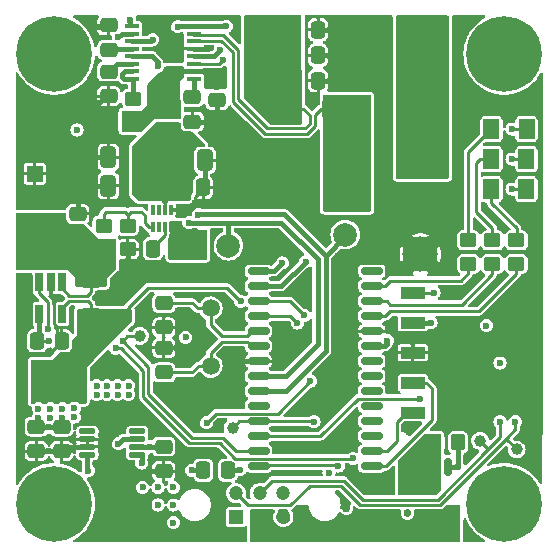
<source format=gbl>
G04 #@! TF.GenerationSoftware,KiCad,Pcbnew,(6.0.4)*
G04 #@! TF.CreationDate,2023-01-27T20:38:21-05:00*
G04 #@! TF.ProjectId,charging_on_the_pad,63686172-6769-46e6-975f-6f6e5f746865,rev?*
G04 #@! TF.SameCoordinates,Original*
G04 #@! TF.FileFunction,Copper,L4,Bot*
G04 #@! TF.FilePolarity,Positive*
%FSLAX46Y46*%
G04 Gerber Fmt 4.6, Leading zero omitted, Abs format (unit mm)*
G04 Created by KiCad (PCBNEW (6.0.4)) date 2023-01-27 20:38:21*
%MOMM*%
%LPD*%
G01*
G04 APERTURE LIST*
G04 Aperture macros list*
%AMRoundRect*
0 Rectangle with rounded corners*
0 $1 Rounding radius*
0 $2 $3 $4 $5 $6 $7 $8 $9 X,Y pos of 4 corners*
0 Add a 4 corners polygon primitive as box body*
4,1,4,$2,$3,$4,$5,$6,$7,$8,$9,$2,$3,0*
0 Add four circle primitives for the rounded corners*
1,1,$1+$1,$2,$3*
1,1,$1+$1,$4,$5*
1,1,$1+$1,$6,$7*
1,1,$1+$1,$8,$9*
0 Add four rect primitives between the rounded corners*
20,1,$1+$1,$2,$3,$4,$5,0*
20,1,$1+$1,$4,$5,$6,$7,0*
20,1,$1+$1,$6,$7,$8,$9,0*
20,1,$1+$1,$8,$9,$2,$3,0*%
G04 Aperture macros list end*
G04 #@! TA.AperFunction,ComponentPad*
%ADD10C,6.400000*%
G04 #@! TD*
G04 #@! TA.AperFunction,ComponentPad*
%ADD11R,1.200000X1.200000*%
G04 #@! TD*
G04 #@! TA.AperFunction,ComponentPad*
%ADD12C,1.200000*%
G04 #@! TD*
G04 #@! TA.AperFunction,ComponentPad*
%ADD13C,3.000000*%
G04 #@! TD*
G04 #@! TA.AperFunction,ComponentPad*
%ADD14R,1.350000X1.350000*%
G04 #@! TD*
G04 #@! TA.AperFunction,ComponentPad*
%ADD15C,2.500000*%
G04 #@! TD*
G04 #@! TA.AperFunction,SMDPad,CuDef*
%ADD16RoundRect,0.250000X-0.400000X-0.625000X0.400000X-0.625000X0.400000X0.625000X-0.400000X0.625000X0*%
G04 #@! TD*
G04 #@! TA.AperFunction,SMDPad,CuDef*
%ADD17RoundRect,0.250000X-0.475000X0.337500X-0.475000X-0.337500X0.475000X-0.337500X0.475000X0.337500X0*%
G04 #@! TD*
G04 #@! TA.AperFunction,SMDPad,CuDef*
%ADD18C,2.000000*%
G04 #@! TD*
G04 #@! TA.AperFunction,SMDPad,CuDef*
%ADD19RoundRect,0.250000X-0.450000X0.350000X-0.450000X-0.350000X0.450000X-0.350000X0.450000X0.350000X0*%
G04 #@! TD*
G04 #@! TA.AperFunction,SMDPad,CuDef*
%ADD20RoundRect,0.075000X-0.075000X0.375000X-0.075000X-0.375000X0.075000X-0.375000X0.075000X0.375000X0*%
G04 #@! TD*
G04 #@! TA.AperFunction,SMDPad,CuDef*
%ADD21RoundRect,0.250001X-0.462499X-0.624999X0.462499X-0.624999X0.462499X0.624999X-0.462499X0.624999X0*%
G04 #@! TD*
G04 #@! TA.AperFunction,SMDPad,CuDef*
%ADD22R,2.000000X1.000000*%
G04 #@! TD*
G04 #@! TA.AperFunction,SMDPad,CuDef*
%ADD23RoundRect,0.250000X0.475000X-0.337500X0.475000X0.337500X-0.475000X0.337500X-0.475000X-0.337500X0*%
G04 #@! TD*
G04 #@! TA.AperFunction,SMDPad,CuDef*
%ADD24RoundRect,0.250000X-0.412500X-0.650000X0.412500X-0.650000X0.412500X0.650000X-0.412500X0.650000X0*%
G04 #@! TD*
G04 #@! TA.AperFunction,SMDPad,CuDef*
%ADD25RoundRect,0.150000X-0.150000X0.600000X-0.150000X-0.600000X0.150000X-0.600000X0.150000X0.600000X0*%
G04 #@! TD*
G04 #@! TA.AperFunction,SMDPad,CuDef*
%ADD26RoundRect,0.112500X-0.587500X-0.112500X0.587500X-0.112500X0.587500X0.112500X-0.587500X0.112500X0*%
G04 #@! TD*
G04 #@! TA.AperFunction,SMDPad,CuDef*
%ADD27RoundRect,0.250000X0.337500X0.475000X-0.337500X0.475000X-0.337500X-0.475000X0.337500X-0.475000X0*%
G04 #@! TD*
G04 #@! TA.AperFunction,SMDPad,CuDef*
%ADD28C,1.000000*%
G04 #@! TD*
G04 #@! TA.AperFunction,SMDPad,CuDef*
%ADD29RoundRect,0.250000X-0.350000X-0.450000X0.350000X-0.450000X0.350000X0.450000X-0.350000X0.450000X0*%
G04 #@! TD*
G04 #@! TA.AperFunction,ComponentPad*
%ADD30C,1.500000*%
G04 #@! TD*
G04 #@! TA.AperFunction,SMDPad,CuDef*
%ADD31RoundRect,0.250000X-0.337500X-0.475000X0.337500X-0.475000X0.337500X0.475000X-0.337500X0.475000X0*%
G04 #@! TD*
G04 #@! TA.AperFunction,SMDPad,CuDef*
%ADD32RoundRect,0.250000X-0.625000X0.400000X-0.625000X-0.400000X0.625000X-0.400000X0.625000X0.400000X0*%
G04 #@! TD*
G04 #@! TA.AperFunction,SMDPad,CuDef*
%ADD33RoundRect,0.250000X0.450000X-0.350000X0.450000X0.350000X-0.450000X0.350000X-0.450000X-0.350000X0*%
G04 #@! TD*
G04 #@! TA.AperFunction,SMDPad,CuDef*
%ADD34RoundRect,0.150000X-0.750000X-0.150000X0.750000X-0.150000X0.750000X0.150000X-0.750000X0.150000X0*%
G04 #@! TD*
G04 #@! TA.AperFunction,SMDPad,CuDef*
%ADD35RoundRect,0.250000X0.412500X0.650000X-0.412500X0.650000X-0.412500X-0.650000X0.412500X-0.650000X0*%
G04 #@! TD*
G04 #@! TA.AperFunction,SMDPad,CuDef*
%ADD36R,1.200000X0.400000*%
G04 #@! TD*
G04 #@! TA.AperFunction,SMDPad,CuDef*
%ADD37R,0.650000X1.560000*%
G04 #@! TD*
G04 #@! TA.AperFunction,SMDPad,CuDef*
%ADD38RoundRect,0.300000X-0.400000X0.300000X-0.400000X-0.300000X0.400000X-0.300000X0.400000X0.300000X0*%
G04 #@! TD*
G04 #@! TA.AperFunction,ViaPad*
%ADD39C,0.600000*%
G04 #@! TD*
G04 #@! TA.AperFunction,Conductor*
%ADD40C,0.250000*%
G04 #@! TD*
G04 #@! TA.AperFunction,Conductor*
%ADD41C,0.381000*%
G04 #@! TD*
G04 APERTURE END LIST*
D10*
X165100000Y-127000000D03*
D11*
X142400000Y-128100000D03*
D12*
X144400000Y-128100000D03*
X146400000Y-128100000D03*
X142400000Y-126100000D03*
X144400000Y-126100000D03*
X146400000Y-126100000D03*
D13*
X158000000Y-97600000D03*
X158000000Y-105850000D03*
D10*
X127013126Y-88900000D03*
D14*
X125350000Y-99050000D03*
D15*
X144765000Y-90700000D03*
X144765000Y-87300000D03*
X158235000Y-87300000D03*
X158235000Y-90700000D03*
D10*
X165100000Y-88900000D03*
X127000000Y-127000000D03*
D16*
X147292400Y-93556400D03*
X150392400Y-93556400D03*
D17*
X127635000Y-120462500D03*
X127635000Y-122537500D03*
D18*
X141750000Y-105150000D03*
D19*
X162077400Y-104689400D03*
X162077400Y-106689400D03*
D20*
X135382000Y-102108000D03*
X135882000Y-102108000D03*
X136382000Y-102108000D03*
X136882000Y-102108000D03*
X136882000Y-103588000D03*
X136382000Y-103588000D03*
X135882000Y-103588000D03*
X135382000Y-103588000D03*
D21*
X164003900Y-97815400D03*
X166978900Y-97815400D03*
D17*
X125476000Y-120462500D03*
X125476000Y-122537500D03*
D19*
X133223000Y-103450000D03*
X133223000Y-105450000D03*
D22*
X157362500Y-119278400D03*
X157362500Y-116738400D03*
X157362500Y-114198400D03*
X157362500Y-111658400D03*
X157362500Y-109118400D03*
D23*
X138686000Y-94637500D03*
X138686000Y-92562500D03*
D24*
X136637500Y-97917000D03*
X139762500Y-97917000D03*
D17*
X136296400Y-109985900D03*
X136296400Y-112060900D03*
X131628000Y-86492500D03*
X131628000Y-88567500D03*
X136271000Y-122152500D03*
X136271000Y-124227500D03*
D25*
X160355000Y-123850000D03*
X156545000Y-123850000D03*
X157815000Y-123850000D03*
X159085000Y-123850000D03*
X156545000Y-129211000D03*
X157815000Y-129211000D03*
X160355000Y-129211000D03*
X159085000Y-129211000D03*
D23*
X131628000Y-92477500D03*
X131628000Y-90402500D03*
D26*
X129802500Y-122825000D03*
X129802500Y-122175000D03*
X129802500Y-121525000D03*
X129802500Y-120875000D03*
X134027500Y-120875000D03*
X134027500Y-121525000D03*
X134027500Y-122175000D03*
X134027500Y-122825000D03*
D27*
X149337500Y-91186000D03*
X147262500Y-91186000D03*
D23*
X136296400Y-115870900D03*
X136296400Y-113795900D03*
X129000000Y-104527500D03*
X129000000Y-102452500D03*
D28*
X134250000Y-112800000D03*
D27*
X149337500Y-86868000D03*
X147262500Y-86868000D03*
X141702700Y-124155200D03*
X139627700Y-124155200D03*
D28*
X166150000Y-122400000D03*
D21*
X164018900Y-95275400D03*
X166993900Y-95275400D03*
D29*
X159200000Y-121800000D03*
X161200000Y-121800000D03*
D28*
X163050000Y-121650000D03*
D30*
X140250000Y-110450000D03*
X140250000Y-115330000D03*
D31*
X125562500Y-113200000D03*
X127637500Y-113200000D03*
D19*
X164109400Y-104689400D03*
X164109400Y-106689400D03*
D32*
X130098800Y-108029200D03*
X130098800Y-111129200D03*
D19*
X166141400Y-104689400D03*
X166141400Y-106689400D03*
D33*
X133700000Y-94700000D03*
X133700000Y-92700000D03*
D34*
X144300000Y-123805000D03*
X144300000Y-122535000D03*
X144300000Y-121265000D03*
X144300000Y-119995000D03*
X144300000Y-118725000D03*
X144300000Y-117455000D03*
X144300000Y-116185000D03*
X144300000Y-114915000D03*
X144300000Y-113645000D03*
X144300000Y-112375000D03*
X144300000Y-111105000D03*
X144300000Y-109835000D03*
X144300000Y-108565000D03*
X144300000Y-107295000D03*
X153900000Y-107295000D03*
X153900000Y-108565000D03*
X153900000Y-109835000D03*
X153900000Y-111105000D03*
X153900000Y-112375000D03*
X153900000Y-113645000D03*
X153900000Y-114915000D03*
X153900000Y-116185000D03*
X153900000Y-117455000D03*
X153900000Y-118725000D03*
X153900000Y-119995000D03*
X153900000Y-121265000D03*
X153900000Y-122535000D03*
X153900000Y-123805000D03*
D35*
X134712500Y-97663000D03*
X131587500Y-97663000D03*
X134712500Y-100076000D03*
X131587500Y-100076000D03*
D27*
X137435500Y-105410000D03*
X135360500Y-105410000D03*
D18*
X151650000Y-104200000D03*
D21*
X164003900Y-100355400D03*
X166978900Y-100355400D03*
D31*
X137544900Y-100203000D03*
X139619900Y-100203000D03*
D23*
X140800000Y-92837500D03*
X140800000Y-90762500D03*
D27*
X149337500Y-89027000D03*
X147262500Y-89027000D03*
D36*
X133600000Y-91022500D03*
X133600000Y-90387500D03*
X133600000Y-89752500D03*
X133600000Y-89117500D03*
X133600000Y-88482500D03*
X133600000Y-87847500D03*
X133600000Y-87212500D03*
X133600000Y-86577500D03*
X138800000Y-86577500D03*
X138800000Y-87212500D03*
X138800000Y-87847500D03*
X138800000Y-88482500D03*
X138800000Y-89117500D03*
X138800000Y-89752500D03*
X138800000Y-90387500D03*
X138800000Y-91022500D03*
D33*
X131191000Y-103450000D03*
X131191000Y-105450000D03*
D28*
X142100000Y-120550000D03*
D37*
X125745200Y-108240800D03*
X126695200Y-108240800D03*
X127645200Y-108240800D03*
X127645200Y-110940800D03*
X125745200Y-110940800D03*
D38*
X136398000Y-92500000D03*
X136398000Y-95600000D03*
D39*
X139100000Y-109400000D03*
X150876000Y-112979200D03*
X139000000Y-111200000D03*
X154750000Y-90000000D03*
X142342400Y-86056400D03*
X140400000Y-94200000D03*
X126592400Y-101556400D03*
X167750000Y-109500000D03*
X126592400Y-96556400D03*
X130300000Y-92950000D03*
X141700000Y-110500000D03*
X150368000Y-86868000D03*
X124100000Y-113300000D03*
X139000000Y-114600000D03*
X161000000Y-102750000D03*
X124092400Y-119500000D03*
X160750000Y-109250000D03*
X167750000Y-102306400D03*
X151900000Y-124450000D03*
X130092400Y-129806400D03*
X129842400Y-86056400D03*
X167284400Y-120040400D03*
X162000000Y-129250000D03*
X146900000Y-105600000D03*
X124092400Y-99056400D03*
X157378400Y-113309400D03*
X167750000Y-104806400D03*
X142392400Y-114960400D03*
X152250000Y-90000000D03*
X151000000Y-106000000D03*
X157049660Y-120906977D03*
X154842400Y-86056400D03*
X167750000Y-91750000D03*
X137439400Y-113792000D03*
X153500000Y-106000000D03*
X126847600Y-95097600D03*
X140087096Y-88429092D03*
X161250000Y-98250000D03*
X137500000Y-89400000D03*
X132592400Y-129806400D03*
X140900000Y-125700000D03*
X166014400Y-115087400D03*
X124092400Y-121556400D03*
X166776400Y-112928400D03*
X150368000Y-91186000D03*
X124092400Y-116300000D03*
X135128000Y-124206000D03*
X152250000Y-88000000D03*
X126608569Y-114191746D03*
X142700000Y-114000000D03*
X161250000Y-120450000D03*
X139725400Y-116818500D03*
X152250000Y-91750000D03*
X156912096Y-127817000D03*
X148700000Y-124400000D03*
X151739600Y-127406400D03*
X167750000Y-124056400D03*
X140411200Y-122580400D03*
X139200000Y-107400000D03*
X164250000Y-102750000D03*
X138950000Y-101550000D03*
X124092400Y-96556400D03*
X167750000Y-93556400D03*
X140092400Y-129806400D03*
X162092400Y-86056400D03*
X161250000Y-96000000D03*
X124092400Y-91556400D03*
X124092400Y-101556400D03*
X154750000Y-91750000D03*
X151485600Y-109829600D03*
X167750000Y-112000000D03*
X162750000Y-103250000D03*
X161000000Y-100500000D03*
X166000000Y-93500000D03*
X158500000Y-102750000D03*
X130300000Y-94800000D03*
X167750000Y-107000000D03*
X167750000Y-119056400D03*
X138100000Y-115100000D03*
X141700000Y-111900000D03*
X135092400Y-129806400D03*
X167750000Y-121556400D03*
X142700000Y-111900000D03*
X150368000Y-89052400D03*
X163500000Y-109250000D03*
X156000000Y-102750000D03*
X129743200Y-99009200D03*
X126592400Y-99056400D03*
X133248400Y-106451400D03*
X154750000Y-88000000D03*
X156000000Y-100500000D03*
X158500000Y-100500000D03*
X161250000Y-93750000D03*
X137464800Y-112064800D03*
X152342400Y-86056400D03*
X129000000Y-101400000D03*
X130400000Y-86600000D03*
X147218400Y-108864400D03*
X141700000Y-114000000D03*
X124092400Y-124056400D03*
X163500000Y-93500000D03*
X148750000Y-122250000D03*
X124714000Y-96215200D03*
X126542800Y-122529600D03*
X137592400Y-129806400D03*
X152300000Y-123150000D03*
X132200000Y-113824500D03*
X165760400Y-100355400D03*
X165760400Y-95275400D03*
X158902400Y-111658400D03*
X165760400Y-97815400D03*
X157838000Y-125150000D03*
X159100000Y-125861200D03*
X157838000Y-125861200D03*
X164744400Y-115087400D03*
X159100000Y-125150000D03*
X156550000Y-125150000D03*
X156550000Y-125861200D03*
X163601400Y-111912400D03*
X155219400Y-113182400D03*
X126550500Y-113216589D03*
X135755823Y-89966629D03*
X131470400Y-116992400D03*
X130600000Y-117754400D03*
X135127000Y-122175000D03*
X145800000Y-93800000D03*
X143800000Y-92800000D03*
X144800000Y-93800000D03*
X132384000Y-117762000D03*
X132384000Y-117000000D03*
X130600000Y-116992400D03*
X131470400Y-117754400D03*
X145800000Y-92800000D03*
X144800000Y-92800000D03*
X133300000Y-117762000D03*
X138125200Y-112903000D03*
X133300000Y-117000000D03*
X138582400Y-95910400D03*
X137820400Y-96672400D03*
X137820400Y-95910400D03*
X134874000Y-96012000D03*
X137820400Y-97434400D03*
X136342400Y-100806400D03*
X138582400Y-96672400D03*
X125668000Y-118938000D03*
X135800000Y-125600000D03*
X126684000Y-118938000D03*
X134500000Y-125600000D03*
X137100000Y-125600000D03*
X126556834Y-120500000D03*
X127700000Y-119700000D03*
X137100000Y-127100000D03*
X135800000Y-127100000D03*
X128700000Y-119662000D03*
X126684000Y-119700000D03*
X125668000Y-119700000D03*
X137100000Y-128600000D03*
X132435600Y-121920000D03*
X127700000Y-118938000D03*
X128700000Y-118900000D03*
X138836400Y-104419400D03*
X138836400Y-105308400D03*
X139598400Y-105181400D03*
X139598400Y-105943400D03*
X138836400Y-105943400D03*
X139598400Y-104419400D03*
X142748000Y-124104400D03*
X138633200Y-124155200D03*
X124866400Y-102895400D03*
X124866400Y-103657400D03*
X125628400Y-103657400D03*
X127152400Y-103657400D03*
X126390400Y-102895400D03*
X127152400Y-102895400D03*
X125628400Y-102895400D03*
X126390400Y-103657400D03*
X132359400Y-111622800D03*
X127734000Y-117754400D03*
X131597400Y-111622800D03*
X126718000Y-116992400D03*
X127734000Y-116992400D03*
X132359400Y-110860800D03*
X128750000Y-117754400D03*
X128750000Y-116992400D03*
X130835400Y-112420400D03*
X133248400Y-110860800D03*
X131597400Y-110860800D03*
X125702000Y-117754400D03*
X126718000Y-117754400D03*
X130073400Y-112420400D03*
X129311400Y-112420400D03*
X142798800Y-109855000D03*
X125702000Y-116992400D03*
X159156400Y-109118400D03*
X151050000Y-123794402D03*
X141300000Y-89400000D03*
X134416800Y-123545600D03*
X129900000Y-124200000D03*
X161200000Y-123900000D03*
X148300000Y-106500000D03*
X146304000Y-106600000D03*
X139903200Y-120142000D03*
X148700000Y-116600000D03*
X148996400Y-120040400D03*
X150266400Y-124358400D03*
X126450000Y-112200000D03*
X132800000Y-113200000D03*
X158000000Y-118100000D03*
X147600000Y-111700000D03*
X148179400Y-111048800D03*
X166039800Y-120040400D03*
X164750000Y-120050000D03*
X137439400Y-91846400D03*
X140817600Y-91700000D03*
X135407400Y-91846400D03*
X141050000Y-88600000D03*
X141579600Y-86563200D03*
X137464800Y-86614000D03*
X152933400Y-95148400D03*
X152933400Y-93624400D03*
X151917400Y-92862400D03*
X150901400Y-95148400D03*
X152933400Y-92862400D03*
X151917400Y-95148400D03*
X151917400Y-94386400D03*
X152933400Y-94386400D03*
X151917400Y-93624400D03*
X139200000Y-102510000D03*
X132435350Y-87501785D03*
X128930400Y-95351600D03*
X138400000Y-103200000D03*
X135350000Y-87700000D03*
X133400000Y-86000000D03*
D40*
X143361576Y-113261576D02*
X143745000Y-113645000D01*
X140250000Y-115330000D02*
X140250000Y-114204512D01*
X136296400Y-115870900D02*
X138687900Y-115870900D01*
X138687900Y-115870900D02*
X139228800Y-115330000D01*
X139228800Y-115330000D02*
X140250000Y-115330000D01*
X141192936Y-113261576D02*
X143361576Y-113261576D01*
X143745000Y-113645000D02*
X144300000Y-113645000D01*
X140250000Y-114204512D02*
X141192936Y-113261576D01*
X138950000Y-101550000D02*
X138392000Y-102108000D01*
D41*
X140400000Y-94200000D02*
X139962500Y-94637500D01*
X135149500Y-124227500D02*
X136271000Y-124227500D01*
X131520500Y-86600000D02*
X131628000Y-86492500D01*
D40*
X157362500Y-113325300D02*
X157362500Y-114198400D01*
D41*
X126534900Y-122537500D02*
X126542800Y-122529600D01*
X131628000Y-92477500D02*
X131372500Y-92477500D01*
X139619900Y-100405303D02*
X139619900Y-100203000D01*
X139962500Y-94637500D02*
X138686000Y-94637500D01*
X140033688Y-88482500D02*
X138800000Y-88482500D01*
X130337000Y-97663000D02*
X131587500Y-97663000D01*
X135128000Y-124206000D02*
X135149500Y-124227500D01*
X140800000Y-93800000D02*
X140800000Y-92837500D01*
X127635000Y-122537500D02*
X126550700Y-122537500D01*
D40*
X139619900Y-100330100D02*
X139619900Y-100203000D01*
D41*
X150342600Y-89027000D02*
X150368000Y-89052400D01*
D40*
X137464800Y-112064800D02*
X137460900Y-112060900D01*
X137460900Y-112060900D02*
X136296400Y-112060900D01*
D41*
X133248400Y-106451400D02*
X133223000Y-106426000D01*
D40*
X137439400Y-113792000D02*
X137435500Y-113795900D01*
D41*
X126550700Y-122537500D02*
X126542800Y-122529600D01*
X127997500Y-122175000D02*
X129802500Y-122175000D01*
X125476000Y-122537500D02*
X126534900Y-122537500D01*
X130400000Y-86600000D02*
X131520500Y-86600000D01*
X139762500Y-97917000D02*
X139762500Y-100060400D01*
X133223000Y-106426000D02*
X133223000Y-105450000D01*
X129743200Y-98256800D02*
X130337000Y-97663000D01*
D40*
X138392000Y-102108000D02*
X136882000Y-102108000D01*
D41*
X149337500Y-89027000D02*
X150342600Y-89027000D01*
D40*
X138950000Y-101000000D02*
X139619900Y-100330100D01*
D41*
X139762500Y-100060400D02*
X139619900Y-100203000D01*
X142392400Y-114960400D02*
X142437800Y-114915000D01*
X129000000Y-102452500D02*
X129000000Y-101400000D01*
X130900000Y-92950000D02*
X130300000Y-92950000D01*
D40*
X126695200Y-108240800D02*
X126695200Y-109495200D01*
D41*
X149337500Y-86868000D02*
X150368000Y-86868000D01*
D40*
X127200000Y-112550000D02*
X127637500Y-112987500D01*
X138950000Y-101550000D02*
X138950000Y-101000000D01*
D41*
X142437800Y-114915000D02*
X144300000Y-114915000D01*
X140087096Y-88429092D02*
X140033688Y-88482500D01*
D40*
X126645754Y-114191746D02*
X127637500Y-113200000D01*
D41*
X131587500Y-100076000D02*
X130326000Y-100076000D01*
X149337500Y-91186000D02*
X150368000Y-91186000D01*
X131372500Y-92477500D02*
X130900000Y-92950000D01*
X130326000Y-100076000D02*
X129743200Y-99493200D01*
D40*
X157378400Y-113309400D02*
X157362500Y-113325300D01*
X127200000Y-112066807D02*
X127200000Y-112550000D01*
D41*
X140400000Y-94200000D02*
X140800000Y-93800000D01*
X127635000Y-122537500D02*
X127997500Y-122175000D01*
D40*
X126695200Y-109495200D02*
X126950000Y-109750000D01*
X126950000Y-111816807D02*
X127200000Y-112066807D01*
D41*
X129743200Y-99493200D02*
X129743200Y-99009200D01*
D40*
X126608569Y-114191746D02*
X126645754Y-114191746D01*
X126950000Y-109750000D02*
X126950000Y-111816807D01*
X137435500Y-113795900D02*
X136296400Y-113795900D01*
D41*
X129743200Y-99009200D02*
X129743200Y-98256800D01*
D40*
X141173064Y-112761576D02*
X143338424Y-112761576D01*
X143338424Y-112761576D02*
X143725000Y-112375000D01*
X140250000Y-110450000D02*
X140250000Y-111838512D01*
X138687900Y-109985900D02*
X139152000Y-110450000D01*
X136296400Y-109985900D02*
X138687900Y-109985900D01*
X140250000Y-111838512D02*
X141173064Y-112761576D01*
X139152000Y-110450000D02*
X140250000Y-110450000D01*
X143725000Y-112375000D02*
X144300000Y-112375000D01*
X126550500Y-113216589D02*
X125579089Y-113216589D01*
D41*
X155219400Y-113436400D02*
X155010800Y-113645000D01*
D40*
X166993900Y-95275400D02*
X165760400Y-95275400D01*
D41*
X125750000Y-110945600D02*
X125750000Y-112912500D01*
D40*
X141022493Y-121850000D02*
X142342395Y-123169902D01*
D41*
X125750000Y-112912500D02*
X125562500Y-113100000D01*
D40*
X142342395Y-123169902D02*
X152280098Y-123169902D01*
X132620500Y-113824500D02*
X134527377Y-115731377D01*
D41*
X125745200Y-110940800D02*
X125750000Y-110945600D01*
D40*
X134527377Y-115731377D02*
X134527377Y-117927377D01*
X138450000Y-121850000D02*
X141022493Y-121850000D01*
X166978900Y-100355400D02*
X165760400Y-100355400D01*
D41*
X157362500Y-111658400D02*
X158902400Y-111658400D01*
X155010800Y-113645000D02*
X153900000Y-113645000D01*
X155219400Y-113182400D02*
X155219400Y-113436400D01*
D40*
X125579089Y-113216589D02*
X125562500Y-113200000D01*
X166978900Y-97815400D02*
X165760400Y-97815400D01*
X152280098Y-123169902D02*
X152300000Y-123150000D01*
X134527377Y-117927377D02*
X138450000Y-121850000D01*
X132200000Y-113824500D02*
X132620500Y-113824500D01*
D41*
X135755823Y-89966629D02*
X135755823Y-89578623D01*
X135294700Y-89117500D02*
X133600000Y-89117500D01*
X135755823Y-89578623D02*
X135294700Y-89117500D01*
X131713000Y-88482500D02*
X133600000Y-88482500D01*
X131628000Y-88567500D02*
X131713000Y-88482500D01*
D40*
X138902742Y-87290242D02*
X141290242Y-87290242D01*
X141290242Y-87290242D02*
X142592400Y-88592400D01*
X148642880Y-94106880D02*
X148092400Y-93556400D01*
D41*
X134027500Y-122175000D02*
X135127000Y-122175000D01*
D40*
X145042598Y-95206880D02*
X148242400Y-95206880D01*
D41*
X136248500Y-122175000D02*
X136271000Y-122152500D01*
D40*
X148642880Y-94806400D02*
X148642880Y-94106880D01*
X142592400Y-92756682D02*
X145042598Y-95206880D01*
D41*
X135127000Y-122175000D02*
X136248500Y-122175000D01*
X138824700Y-87210000D02*
X138811100Y-87223600D01*
D40*
X148242400Y-95206880D02*
X148642880Y-94806400D01*
X142592400Y-88592400D02*
X142592400Y-92756682D01*
X138812500Y-87200000D02*
X138902742Y-87290242D01*
X148092400Y-93556400D02*
X147292400Y-93556400D01*
X136382000Y-100846000D02*
X136382000Y-102108000D01*
X136342400Y-100806400D02*
X136382000Y-100846000D01*
D41*
X126537500Y-120462500D02*
X125476000Y-120462500D01*
X126556834Y-120500000D02*
X126556834Y-120481834D01*
X132435600Y-121920000D02*
X132830600Y-121525000D01*
X126556834Y-120481834D02*
X126537500Y-120462500D01*
X126537500Y-120462500D02*
X127635000Y-120462500D01*
X126556834Y-120500000D02*
X126537500Y-120480666D01*
X132830600Y-121525000D02*
X134027500Y-121525000D01*
X126537500Y-120480666D02*
X126537500Y-120462500D01*
D40*
X135360500Y-105410000D02*
X135360500Y-105228300D01*
X136382000Y-104206800D02*
X136382000Y-103588000D01*
X135360500Y-105228300D02*
X136382000Y-104206800D01*
D41*
X142748000Y-124104400D02*
X142697200Y-124155200D01*
X142697200Y-124155200D02*
X141550300Y-124155200D01*
X138633200Y-124155200D02*
X139475300Y-124155200D01*
D40*
X127645200Y-108737400D02*
X127645200Y-108240800D01*
X130098800Y-108029200D02*
X130098800Y-109057400D01*
X129786320Y-109369880D02*
X128277680Y-109369880D01*
X130098800Y-109057400D02*
X129786320Y-109369880D01*
X128277680Y-109369880D02*
X127645200Y-108737400D01*
X164003900Y-101519900D02*
X164003900Y-100355400D01*
X166150000Y-103666000D02*
X164003900Y-101519900D01*
X166150000Y-104571000D02*
X166150000Y-103666000D01*
X164100000Y-104553000D02*
X164100000Y-103648000D01*
X162723722Y-102271722D02*
X162723722Y-98121578D01*
X162723722Y-98121578D02*
X163029900Y-97815400D01*
X163029900Y-97815400D02*
X164003900Y-97815400D01*
X164100000Y-103648000D02*
X162723722Y-102271722D01*
X164236400Y-104689400D02*
X164100000Y-104553000D01*
X162077400Y-97216900D02*
X164018900Y-95275400D01*
X162077400Y-104689400D02*
X162077400Y-97216900D01*
X129844800Y-109819400D02*
X128270000Y-109819400D01*
X128270000Y-109819400D02*
X127645200Y-110444200D01*
X127645200Y-110444200D02*
X127645200Y-110940800D01*
X134936800Y-108700000D02*
X141600000Y-108700000D01*
X133248400Y-110388400D02*
X134936800Y-108700000D01*
X141600000Y-108700000D02*
X142755000Y-109855000D01*
X133248400Y-110860800D02*
X133248400Y-110388400D01*
X142755000Y-109855000D02*
X142798800Y-109855000D01*
X130098800Y-110073400D02*
X129844800Y-109819400D01*
X130098800Y-111129200D02*
X130098800Y-110073400D01*
X156821600Y-119278400D02*
X157362500Y-119278400D01*
X156000000Y-120100000D02*
X156821600Y-119278400D01*
X153900000Y-122535000D02*
X155165000Y-122535000D01*
X156000000Y-121700000D02*
X156000000Y-120100000D01*
X155165000Y-122535000D02*
X156000000Y-121700000D01*
X157362500Y-116738400D02*
X158521400Y-116738400D01*
X159004000Y-117221000D02*
X159004000Y-119888000D01*
X158521400Y-116738400D02*
X159004000Y-117221000D01*
X155087000Y-123805000D02*
X153900000Y-123805000D01*
X159004000Y-119888000D02*
X155087000Y-123805000D01*
X157362500Y-109118400D02*
X159156400Y-109118400D01*
X151050000Y-123794402D02*
X150989487Y-123733889D01*
X150989487Y-123733889D02*
X144371111Y-123733889D01*
X144371111Y-123733889D02*
X144300000Y-123805000D01*
X144423111Y-123681889D02*
X144300000Y-123805000D01*
X141300000Y-89400000D02*
X140947500Y-89752500D01*
X140947500Y-89752500D02*
X138800000Y-89752500D01*
D41*
X134416800Y-123545600D02*
X134416800Y-122834400D01*
X129802500Y-124102500D02*
X129802500Y-122825000D01*
X129900000Y-124200000D02*
X129802500Y-124102500D01*
X161200000Y-123900000D02*
X161200000Y-121800000D01*
X161150000Y-123850000D02*
X160355000Y-123850000D01*
X161200000Y-123900000D02*
X161150000Y-123850000D01*
X146235000Y-108565000D02*
X144300000Y-108565000D01*
X148300000Y-106500000D02*
X146235000Y-108565000D01*
X145609000Y-107295000D02*
X144300000Y-107295000D01*
X146304000Y-106600000D02*
X145609000Y-107295000D01*
D40*
X140684541Y-119360659D02*
X139903200Y-120142000D01*
X145939341Y-119360659D02*
X140684541Y-119360659D01*
X148700000Y-116600000D02*
X145939341Y-119360659D01*
X135038000Y-103588000D02*
X134650000Y-103200000D01*
X131200000Y-103441000D02*
X131200000Y-102450000D01*
X133227000Y-102523000D02*
X133223000Y-102523000D01*
X133482833Y-102267167D02*
X133227000Y-102523000D01*
X135382000Y-103588000D02*
X135038000Y-103588000D01*
X132959405Y-102259405D02*
X133223000Y-102523000D01*
X131390595Y-102259405D02*
X132959405Y-102259405D01*
X133223000Y-102523000D02*
X133223000Y-103450000D01*
X131200000Y-102450000D02*
X131390595Y-102259405D01*
X134650000Y-102550000D02*
X134367167Y-102267167D01*
X134650000Y-103200000D02*
X134650000Y-102550000D01*
X131191000Y-103450000D02*
X131200000Y-103441000D01*
X134367167Y-102267167D02*
X133482833Y-102267167D01*
X144300000Y-119995000D02*
X142655000Y-119995000D01*
X142655000Y-119995000D02*
X142100000Y-120550000D01*
X148951000Y-119995000D02*
X144300000Y-119995000D01*
X148996400Y-120040400D02*
X148951000Y-119995000D01*
X132800000Y-113200000D02*
X133200000Y-112800000D01*
X132800000Y-113200000D02*
X134976897Y-115376897D01*
X134976897Y-115376897D02*
X134976897Y-117676897D01*
X134976897Y-117676897D02*
X138700000Y-121400000D01*
X133200000Y-112800000D02*
X134250000Y-112800000D01*
X126450000Y-109891578D02*
X125745200Y-109186778D01*
X126450000Y-112200000D02*
X126450000Y-109891578D01*
X142435000Y-122535000D02*
X144300000Y-122535000D01*
X125745200Y-109186778D02*
X125745200Y-108240800D01*
X141300000Y-121400000D02*
X142435000Y-122535000D01*
X138700000Y-121400000D02*
X141300000Y-121400000D01*
X158000000Y-118100000D02*
X157989967Y-118089967D01*
X152710033Y-118089967D02*
X149535000Y-121265000D01*
X157989967Y-118089967D02*
X152710033Y-118089967D01*
X149535000Y-121265000D02*
X144300000Y-121265000D01*
X147005000Y-111105000D02*
X144300000Y-111105000D01*
X147600000Y-111700000D02*
X147005000Y-111105000D01*
X148158200Y-111048800D02*
X146944400Y-109835000D01*
X148179400Y-111048800D02*
X148158200Y-111048800D01*
X146944400Y-109835000D02*
X144300000Y-109835000D01*
X166039800Y-120701518D02*
X165320659Y-121420659D01*
X165320659Y-121420659D02*
X165320659Y-121570659D01*
X165320659Y-121570659D02*
X166150000Y-122400000D01*
X165320659Y-121420659D02*
X159641318Y-127100000D01*
X143394075Y-127094075D02*
X142400000Y-126100000D01*
X148618839Y-125481161D02*
X147005925Y-127094075D01*
X152931082Y-127100000D02*
X151312243Y-125481161D01*
X159641318Y-127100000D02*
X152931082Y-127100000D01*
X151312243Y-125481161D02*
X148618839Y-125481161D01*
X166039800Y-120040400D02*
X166039800Y-120701518D01*
X147005925Y-127094075D02*
X143394075Y-127094075D01*
X153117280Y-126650480D02*
X151498441Y-125031641D01*
X163752800Y-122352800D02*
X159455120Y-126650480D01*
X159455120Y-126650480D02*
X153117280Y-126650480D01*
X163050000Y-121650000D02*
X163752800Y-122352800D01*
X164750000Y-120050000D02*
X164750000Y-121355600D01*
X145468359Y-125031641D02*
X144400000Y-126100000D01*
X164750000Y-121355600D02*
X163752800Y-122352800D01*
X151498441Y-125031641D02*
X145468359Y-125031641D01*
X153900000Y-111105000D02*
X155036200Y-111105000D01*
X155449409Y-110691791D02*
X162967809Y-110691791D01*
X155036200Y-111105000D02*
X155449409Y-110691791D01*
X162967809Y-110691791D02*
X166141400Y-107518200D01*
X166141400Y-107518200D02*
X166141400Y-106689400D01*
X161534288Y-110129112D02*
X164109400Y-107554000D01*
X153900000Y-109835000D02*
X155178133Y-109835000D01*
X155178133Y-109835000D02*
X155472245Y-110129112D01*
X155472245Y-110129112D02*
X161534288Y-110129112D01*
X164109400Y-107554000D02*
X164109400Y-106689400D01*
X162077400Y-107467400D02*
X162077400Y-106689400D01*
X155010800Y-108565000D02*
X155473400Y-108102400D01*
X155473400Y-108102400D02*
X161442400Y-108102400D01*
X153900000Y-108565000D02*
X155010800Y-108565000D01*
X161442400Y-108102400D02*
X162077400Y-107467400D01*
D41*
X138800000Y-92448500D02*
X138686000Y-92562500D01*
X138800000Y-91022500D02*
X138800000Y-92448500D01*
X140530908Y-89119092D02*
X138801592Y-89119092D01*
X138801592Y-89119092D02*
X138800000Y-89117500D01*
X141050000Y-88600000D02*
X140530908Y-89119092D01*
X137464800Y-86614000D02*
X137501300Y-86577500D01*
X137501300Y-86577500D02*
X138800000Y-86577500D01*
X141579600Y-86563200D02*
X138814300Y-86563200D01*
X138814300Y-86563200D02*
X138800000Y-86577500D01*
X131628000Y-90402500D02*
X132278000Y-89752500D01*
X132278000Y-89752500D02*
X133600000Y-89752500D01*
D40*
X138874026Y-87773474D02*
X138800000Y-87847500D01*
X149592400Y-93556400D02*
X149092400Y-94056400D01*
X148428597Y-95656400D02*
X144856400Y-95656400D01*
X149092400Y-94056400D02*
X149092400Y-94992598D01*
X142142880Y-92942880D02*
X142142880Y-88778598D01*
X144856400Y-95656400D02*
X142142880Y-92942880D01*
X142142880Y-88778598D02*
X141137756Y-87773474D01*
X150392400Y-93556400D02*
X149592400Y-93556400D01*
X141137756Y-87773474D02*
X138874026Y-87773474D01*
X149092400Y-94992598D02*
X148428597Y-95656400D01*
D41*
X146654200Y-117455000D02*
X144300000Y-117455000D01*
X146500000Y-102500000D02*
X150012400Y-106012400D01*
X139210000Y-102500000D02*
X146500000Y-102500000D01*
X133208700Y-87212500D02*
X133600000Y-87212500D01*
X132713535Y-87223600D02*
X133197600Y-87223600D01*
X133197600Y-87223600D02*
X133208700Y-87212500D01*
X132435350Y-87501785D02*
X132713535Y-87223600D01*
X150012400Y-105987600D02*
X150012400Y-106012400D01*
X151650000Y-104350000D02*
X150012400Y-105987600D01*
X150012400Y-114096800D02*
X146654200Y-117455000D01*
X150012400Y-106012400D02*
X150012400Y-114096800D01*
X139200000Y-102510000D02*
X139210000Y-102500000D01*
X151650000Y-104200000D02*
X151650000Y-104350000D01*
X133700000Y-92700000D02*
X133700000Y-91122500D01*
X132743020Y-90606980D02*
X132743020Y-90843020D01*
X133600000Y-90387500D02*
X132962500Y-90387500D01*
X132962500Y-90387500D02*
X132743020Y-90606980D01*
X132922500Y-91022500D02*
X133600000Y-91022500D01*
X132743020Y-90843020D02*
X132922500Y-91022500D01*
X133700000Y-91122500D02*
X133600000Y-91022500D01*
X146200000Y-103200000D02*
X149300000Y-106300000D01*
X141750000Y-103200000D02*
X146200000Y-103200000D01*
X141750000Y-105150000D02*
X141750000Y-103200000D01*
X146615000Y-116185000D02*
X144300000Y-116185000D01*
X138400000Y-103200000D02*
X141750000Y-103200000D01*
X149300000Y-113500000D02*
X146615000Y-116185000D01*
X149300000Y-106300000D02*
X149300000Y-113500000D01*
X135202500Y-87847500D02*
X133600000Y-87847500D01*
X135350000Y-87700000D02*
X135202500Y-87847500D01*
X133400800Y-86000800D02*
X133400800Y-86378300D01*
X133400000Y-86000000D02*
X133400800Y-86000800D01*
G04 #@! TA.AperFunction,Conductor*
G36*
X160368521Y-85670402D02*
G01*
X160415014Y-85724058D01*
X160426400Y-85776400D01*
X160426400Y-99340400D01*
X160406398Y-99408521D01*
X160352742Y-99455014D01*
X160300400Y-99466400D01*
X156034400Y-99466400D01*
X155966279Y-99446398D01*
X155919786Y-99392742D01*
X155908400Y-99340400D01*
X155908400Y-85776400D01*
X155928402Y-85708279D01*
X155982058Y-85661786D01*
X156034400Y-85650400D01*
X160300400Y-85650400D01*
X160368521Y-85670402D01*
G37*
G04 #@! TD.AperFunction*
G04 #@! TA.AperFunction,Conductor*
G36*
X161864012Y-128238799D02*
G01*
X161898733Y-128287844D01*
X161958073Y-128438487D01*
X161959656Y-128441502D01*
X162130222Y-128766383D01*
X162130227Y-128766391D01*
X162131806Y-128769399D01*
X162340261Y-129079613D01*
X162580999Y-129365499D01*
X162851205Y-129623714D01*
X163147718Y-129851236D01*
X163183950Y-129873265D01*
X163453188Y-130036964D01*
X163501003Y-130089445D01*
X163512854Y-130159445D01*
X163484979Y-130224741D01*
X163426228Y-130264600D01*
X163387729Y-130270626D01*
X161781500Y-130270626D01*
X161713379Y-130250624D01*
X161666886Y-130196968D01*
X161655500Y-130144626D01*
X161655500Y-128334023D01*
X161675502Y-128265902D01*
X161729158Y-128219409D01*
X161799432Y-128209305D01*
X161864012Y-128238799D01*
G37*
G04 #@! TD.AperFunction*
G04 #@! TA.AperFunction,Conductor*
G36*
X123875555Y-107467973D02*
G01*
X123882000Y-107468900D01*
X125043700Y-107468900D01*
X125111821Y-107488902D01*
X125158314Y-107542558D01*
X125169700Y-107594900D01*
X125169700Y-109045474D01*
X125184234Y-109118540D01*
X125191128Y-109128857D01*
X125191128Y-109128858D01*
X125203851Y-109147900D01*
X125239599Y-109201401D01*
X125322460Y-109256766D01*
X125326980Y-109257665D01*
X125378056Y-109298826D01*
X125385442Y-109310852D01*
X125409105Y-109354706D01*
X125411802Y-109359998D01*
X125421006Y-109379165D01*
X125433737Y-109405678D01*
X125437294Y-109409909D01*
X125439226Y-109411841D01*
X125440945Y-109413715D01*
X125441019Y-109413852D01*
X125440909Y-109413952D01*
X125441332Y-109414432D01*
X125444394Y-109420107D01*
X125452041Y-109427176D01*
X125452042Y-109427177D01*
X125483553Y-109456305D01*
X125487120Y-109459735D01*
X125722589Y-109695205D01*
X125756614Y-109757517D01*
X125751549Y-109828333D01*
X125709002Y-109885168D01*
X125642481Y-109909979D01*
X125633493Y-109910300D01*
X125395526Y-109910300D01*
X125322460Y-109924834D01*
X125239599Y-109980199D01*
X125184234Y-110063060D01*
X125169700Y-110136126D01*
X125169700Y-111745474D01*
X125184234Y-111818540D01*
X125239599Y-111901401D01*
X125249914Y-111908293D01*
X125249916Y-111908295D01*
X125253002Y-111910357D01*
X125258212Y-111916591D01*
X125258693Y-111917072D01*
X125258650Y-111917115D01*
X125298530Y-111964834D01*
X125309000Y-112015122D01*
X125309000Y-112098501D01*
X125288998Y-112166622D01*
X125235342Y-112213115D01*
X125184432Y-112224189D01*
X125184439Y-112224317D01*
X125183649Y-112224360D01*
X125183000Y-112224501D01*
X125177624Y-112224501D01*
X125174230Y-112224870D01*
X125174224Y-112224870D01*
X125124278Y-112230295D01*
X125124274Y-112230296D01*
X125116420Y-112231149D01*
X124982176Y-112281474D01*
X124974997Y-112286854D01*
X124974994Y-112286856D01*
X124893745Y-112347750D01*
X124867454Y-112367454D01*
X124862072Y-112374635D01*
X124786856Y-112474994D01*
X124786854Y-112474997D01*
X124781474Y-112482176D01*
X124751771Y-112561409D01*
X124742163Y-112587041D01*
X124731149Y-112616420D01*
X124724500Y-112677623D01*
X124724501Y-113722376D01*
X124724870Y-113725770D01*
X124724870Y-113725776D01*
X124729895Y-113772031D01*
X124731149Y-113783580D01*
X124781474Y-113917824D01*
X124786854Y-113925003D01*
X124786856Y-113925006D01*
X124861805Y-114025009D01*
X124867454Y-114032546D01*
X124874635Y-114037928D01*
X124974994Y-114113144D01*
X124974997Y-114113146D01*
X124982176Y-114118526D01*
X125054597Y-114145675D01*
X125109025Y-114166079D01*
X125109027Y-114166079D01*
X125116420Y-114168851D01*
X125124270Y-114169704D01*
X125124271Y-114169704D01*
X125157409Y-114173304D01*
X125177623Y-114175500D01*
X125562443Y-114175500D01*
X125947376Y-114175499D01*
X125950770Y-114175130D01*
X125950776Y-114175130D01*
X126000722Y-114169705D01*
X126000726Y-114169704D01*
X126008580Y-114168851D01*
X126142824Y-114118526D01*
X126150003Y-114113146D01*
X126150006Y-114113144D01*
X126250365Y-114037928D01*
X126257546Y-114032546D01*
X126263195Y-114025009D01*
X126338144Y-113925006D01*
X126338146Y-113925003D01*
X126343526Y-113917824D01*
X126349772Y-113901164D01*
X126370263Y-113846502D01*
X126412903Y-113789737D01*
X126479465Y-113765036D01*
X126504691Y-113765808D01*
X126550500Y-113771839D01*
X126691161Y-113753320D01*
X126761309Y-113764259D01*
X126814408Y-113811387D01*
X126825589Y-113834013D01*
X126853767Y-113909177D01*
X126862299Y-113924763D01*
X126937430Y-114025009D01*
X126949990Y-114037569D01*
X126977709Y-114058343D01*
X127020225Y-114115202D01*
X127025251Y-114186021D01*
X126991140Y-114248366D01*
X126731225Y-114507696D01*
X126668874Y-114541651D01*
X126642230Y-114544500D01*
X125134400Y-114544500D01*
X125080091Y-114550339D01*
X125076807Y-114551053D01*
X125076803Y-114551054D01*
X125062199Y-114554231D01*
X125027749Y-114561725D01*
X125026153Y-114562163D01*
X125026136Y-114562167D01*
X125008972Y-114566876D01*
X125001372Y-114568961D01*
X124994522Y-114572861D01*
X124994521Y-114572862D01*
X124940930Y-114603379D01*
X124914741Y-114618292D01*
X124900239Y-114630858D01*
X124878558Y-114649645D01*
X124861085Y-114664785D01*
X124829459Y-114697561D01*
X124825284Y-114705543D01*
X124786117Y-114780417D01*
X124786115Y-114780422D01*
X124783251Y-114785897D01*
X124763249Y-114854018D01*
X124752900Y-114926000D01*
X124752900Y-118390400D01*
X124758739Y-118444709D01*
X124759453Y-118447993D01*
X124759454Y-118447997D01*
X124767606Y-118485469D01*
X124770125Y-118497051D01*
X124777361Y-118523428D01*
X124781261Y-118530278D01*
X124781262Y-118530279D01*
X124791600Y-118548434D01*
X124826692Y-118610059D01*
X124830744Y-118614735D01*
X124864295Y-118653455D01*
X124873185Y-118663715D01*
X124905961Y-118695341D01*
X124942103Y-118714247D01*
X124988817Y-118738683D01*
X124988822Y-118738685D01*
X124994297Y-118741549D01*
X125000231Y-118743291D01*
X125000235Y-118743293D01*
X125029737Y-118751955D01*
X125089464Y-118790338D01*
X125118957Y-118854918D01*
X125119162Y-118889297D01*
X125112750Y-118938000D01*
X125131670Y-119081709D01*
X125187139Y-119215625D01*
X125192168Y-119222178D01*
X125192168Y-119222179D01*
X125207604Y-119242295D01*
X125233206Y-119308515D01*
X125218942Y-119378064D01*
X125207605Y-119395703D01*
X125187139Y-119422375D01*
X125183980Y-119430002D01*
X125183977Y-119430007D01*
X125135635Y-119546718D01*
X125091087Y-119602000D01*
X125019226Y-119624501D01*
X124953624Y-119624501D01*
X124950230Y-119624870D01*
X124950224Y-119624870D01*
X124900278Y-119630295D01*
X124900274Y-119630296D01*
X124892420Y-119631149D01*
X124758176Y-119681474D01*
X124750997Y-119686854D01*
X124750994Y-119686856D01*
X124658522Y-119756161D01*
X124643454Y-119767454D01*
X124638072Y-119774635D01*
X124562856Y-119874994D01*
X124562854Y-119874997D01*
X124557474Y-119882176D01*
X124507149Y-120016420D01*
X124506296Y-120024270D01*
X124506296Y-120024271D01*
X124505793Y-120028900D01*
X124500500Y-120077623D01*
X124500501Y-120847376D01*
X124500870Y-120850770D01*
X124500870Y-120850776D01*
X124505729Y-120895505D01*
X124507149Y-120908580D01*
X124557474Y-121042824D01*
X124562854Y-121050003D01*
X124562856Y-121050006D01*
X124620914Y-121127471D01*
X124643454Y-121157546D01*
X124650635Y-121162928D01*
X124750994Y-121238144D01*
X124750997Y-121238146D01*
X124758176Y-121243526D01*
X124847561Y-121277034D01*
X124885025Y-121291079D01*
X124885027Y-121291079D01*
X124892420Y-121293851D01*
X124900270Y-121294704D01*
X124900271Y-121294704D01*
X124950217Y-121300130D01*
X124953623Y-121300500D01*
X125475923Y-121300500D01*
X125998376Y-121300499D01*
X126001770Y-121300130D01*
X126001776Y-121300130D01*
X126051722Y-121294705D01*
X126051726Y-121294704D01*
X126059580Y-121293851D01*
X126193824Y-121243526D01*
X126201003Y-121238146D01*
X126201006Y-121238144D01*
X126301365Y-121162928D01*
X126308546Y-121157546D01*
X126356426Y-121093660D01*
X126413285Y-121051147D01*
X126473697Y-121044305D01*
X126548645Y-121054172D01*
X126548646Y-121054172D01*
X126556834Y-121055250D01*
X126637543Y-121044624D01*
X126707691Y-121055563D01*
X126754813Y-121093980D01*
X126802454Y-121157546D01*
X126809635Y-121162928D01*
X126909994Y-121238144D01*
X126909997Y-121238146D01*
X126917176Y-121243526D01*
X127006561Y-121277034D01*
X127044025Y-121291079D01*
X127044027Y-121291079D01*
X127051420Y-121293851D01*
X127059270Y-121294704D01*
X127059271Y-121294704D01*
X127109217Y-121300130D01*
X127112623Y-121300500D01*
X127634923Y-121300500D01*
X128157376Y-121300499D01*
X128160770Y-121300130D01*
X128160776Y-121300130D01*
X128210722Y-121294705D01*
X128210726Y-121294704D01*
X128218580Y-121293851D01*
X128352824Y-121243526D01*
X128360003Y-121238146D01*
X128360006Y-121238144D01*
X128460365Y-121162928D01*
X128467546Y-121157546D01*
X128490086Y-121127471D01*
X128548144Y-121050006D01*
X128548146Y-121050003D01*
X128553526Y-121042824D01*
X128590133Y-120945173D01*
X128601079Y-120915975D01*
X128601079Y-120915973D01*
X128603851Y-120908580D01*
X128604280Y-120904627D01*
X128638635Y-120844491D01*
X128701590Y-120811671D01*
X128772296Y-120818097D01*
X128828302Y-120861730D01*
X128852000Y-120935284D01*
X128852000Y-121021904D01*
X128852669Y-121026452D01*
X128852670Y-121026459D01*
X128861077Y-121083569D01*
X128862503Y-121093254D01*
X128866818Y-121102042D01*
X128866818Y-121102043D01*
X128887930Y-121145043D01*
X128899998Y-121215007D01*
X128888027Y-121255908D01*
X128867099Y-121298722D01*
X128861393Y-121317183D01*
X128853160Y-121373618D01*
X128852665Y-121380446D01*
X128856975Y-121395124D01*
X128858365Y-121396329D01*
X128866048Y-121398000D01*
X130734385Y-121398000D01*
X130749624Y-121393525D01*
X130750829Y-121392135D01*
X130752500Y-121384452D01*
X130752500Y-121382750D01*
X130751830Y-121373591D01*
X130743437Y-121316578D01*
X130737695Y-121298102D01*
X130717071Y-121256095D01*
X130705003Y-121186131D01*
X130716974Y-121145231D01*
X130738386Y-121101426D01*
X130738386Y-121101425D01*
X130742681Y-121092639D01*
X130744389Y-121080931D01*
X130752340Y-121026431D01*
X130752340Y-121026425D01*
X130753000Y-121021904D01*
X130753000Y-120728096D01*
X130752331Y-120723548D01*
X130752330Y-120723541D01*
X130743923Y-120666431D01*
X130743922Y-120666429D01*
X130742497Y-120656746D01*
X130726716Y-120624604D01*
X130693827Y-120557616D01*
X130693826Y-120557614D01*
X130689237Y-120548268D01*
X130603710Y-120462890D01*
X130515200Y-120419625D01*
X130503924Y-120414113D01*
X130503923Y-120414113D01*
X130495139Y-120409819D01*
X130485464Y-120408408D01*
X130485462Y-120408407D01*
X130428931Y-120400160D01*
X130428925Y-120400160D01*
X130424404Y-120399500D01*
X129180596Y-120399500D01*
X129176048Y-120400169D01*
X129176041Y-120400170D01*
X129118931Y-120408577D01*
X129118929Y-120408578D01*
X129109246Y-120410003D01*
X129100458Y-120414318D01*
X129100457Y-120414318D01*
X129010116Y-120458673D01*
X129010114Y-120458674D01*
X129000768Y-120463263D01*
X128993410Y-120470633D01*
X128993411Y-120470633D01*
X128931684Y-120532468D01*
X128915390Y-120548790D01*
X128862319Y-120657361D01*
X128860907Y-120667038D01*
X128858021Y-120676377D01*
X128856280Y-120675839D01*
X128831558Y-120729686D01*
X128771754Y-120767950D01*
X128700758Y-120767806D01*
X128641109Y-120729302D01*
X128611747Y-120664662D01*
X128610500Y-120646982D01*
X128610499Y-120339532D01*
X128630501Y-120271412D01*
X128684156Y-120224919D01*
X128720052Y-120214610D01*
X128843709Y-120198330D01*
X128977625Y-120142861D01*
X129092621Y-120054621D01*
X129180861Y-119939625D01*
X129236330Y-119805709D01*
X129255250Y-119662000D01*
X129236330Y-119518291D01*
X129180861Y-119384375D01*
X129160396Y-119357704D01*
X129134794Y-119291485D01*
X129149058Y-119221936D01*
X129160396Y-119204295D01*
X129161352Y-119203050D01*
X129180861Y-119177625D01*
X129236330Y-119043709D01*
X129255250Y-118900000D01*
X129254725Y-118896015D01*
X129274174Y-118829779D01*
X129327830Y-118783286D01*
X129380172Y-118771900D01*
X129624000Y-118771900D01*
X129678309Y-118766061D01*
X129681593Y-118765347D01*
X129681597Y-118765346D01*
X129729019Y-118755030D01*
X129730651Y-118754675D01*
X129732247Y-118754237D01*
X129732264Y-118754233D01*
X129749428Y-118749524D01*
X129749429Y-118749524D01*
X129757028Y-118747439D01*
X129843659Y-118698108D01*
X129885801Y-118661592D01*
X129895192Y-118653455D01*
X129895197Y-118653450D01*
X129897315Y-118651615D01*
X129928941Y-118618839D01*
X129965768Y-118548437D01*
X129972283Y-118535983D01*
X129972285Y-118535978D01*
X129975149Y-118530503D01*
X129984498Y-118498664D01*
X129993882Y-118466705D01*
X129993883Y-118466701D01*
X129995151Y-118462382D01*
X129996975Y-118449696D01*
X130004861Y-118394848D01*
X130004861Y-118394841D01*
X130005500Y-118390400D01*
X130005500Y-118247616D01*
X130025502Y-118179495D01*
X130079158Y-118133002D01*
X130149432Y-118122898D01*
X130208204Y-118147654D01*
X130322375Y-118235261D01*
X130456291Y-118290730D01*
X130600000Y-118309650D01*
X130743709Y-118290730D01*
X130877625Y-118235261D01*
X130958496Y-118173206D01*
X131024716Y-118147605D01*
X131094265Y-118161869D01*
X131111903Y-118173205D01*
X131192775Y-118235261D01*
X131326691Y-118290730D01*
X131470400Y-118309650D01*
X131614109Y-118290730D01*
X131748025Y-118235261D01*
X131845546Y-118160430D01*
X131911764Y-118134831D01*
X131981313Y-118149096D01*
X131998952Y-118160432D01*
X132106375Y-118242861D01*
X132240291Y-118298330D01*
X132384000Y-118317250D01*
X132527709Y-118298330D01*
X132661625Y-118242861D01*
X132765296Y-118163311D01*
X132831516Y-118137710D01*
X132901065Y-118151975D01*
X132918704Y-118163311D01*
X133022375Y-118242861D01*
X133156291Y-118298330D01*
X133300000Y-118317250D01*
X133443709Y-118298330D01*
X133577625Y-118242861D01*
X133692621Y-118154621D01*
X133780861Y-118039625D01*
X133836330Y-117905709D01*
X133855250Y-117762000D01*
X133836330Y-117618291D01*
X133780861Y-117484375D01*
X133760396Y-117457704D01*
X133734794Y-117391485D01*
X133749058Y-117321936D01*
X133760396Y-117304295D01*
X133775832Y-117284179D01*
X133775832Y-117284178D01*
X133780861Y-117277625D01*
X133836330Y-117143709D01*
X133855250Y-117000000D01*
X133836330Y-116856291D01*
X133780861Y-116722375D01*
X133692621Y-116607379D01*
X133577625Y-116519139D01*
X133443709Y-116463670D01*
X133300000Y-116444750D01*
X133156291Y-116463670D01*
X133022375Y-116519139D01*
X132924855Y-116593969D01*
X132918704Y-116598689D01*
X132852484Y-116624290D01*
X132782935Y-116610025D01*
X132765296Y-116598689D01*
X132759145Y-116593969D01*
X132661625Y-116519139D01*
X132527709Y-116463670D01*
X132384000Y-116444750D01*
X132240291Y-116463670D01*
X132106375Y-116519139D01*
X132008854Y-116593970D01*
X131942636Y-116619569D01*
X131873087Y-116605304D01*
X131855448Y-116593968D01*
X131812328Y-116560881D01*
X131748025Y-116511539D01*
X131614109Y-116456070D01*
X131470400Y-116437150D01*
X131326691Y-116456070D01*
X131192775Y-116511539D01*
X131186224Y-116516566D01*
X131186222Y-116516567D01*
X131111904Y-116573594D01*
X131045684Y-116599195D01*
X130976135Y-116584931D01*
X130958496Y-116573594D01*
X130884178Y-116516567D01*
X130884176Y-116516566D01*
X130877625Y-116511539D01*
X130743709Y-116456070D01*
X130600000Y-116437150D01*
X130456291Y-116456070D01*
X130322375Y-116511539D01*
X130226729Y-116584931D01*
X130208204Y-116599146D01*
X130141984Y-116624747D01*
X130072435Y-116610482D01*
X130021639Y-116560881D01*
X130005500Y-116499184D01*
X130005500Y-115557423D01*
X130025502Y-115489302D01*
X130042166Y-115468567D01*
X130561047Y-114946894D01*
X131492323Y-114010608D01*
X131554543Y-113976417D01*
X131625372Y-113981292D01*
X131682321Y-114023686D01*
X131698065Y-114051248D01*
X131715977Y-114094493D01*
X131715980Y-114094498D01*
X131719139Y-114102125D01*
X131807379Y-114217121D01*
X131922375Y-114305361D01*
X132056291Y-114360830D01*
X132200000Y-114379750D01*
X132343709Y-114360830D01*
X132465392Y-114310428D01*
X132535982Y-114302839D01*
X132602705Y-114337742D01*
X134114972Y-115850009D01*
X134148998Y-115912321D01*
X134151877Y-115939104D01*
X134151877Y-117873881D01*
X134149398Y-117897178D01*
X134149300Y-117899263D01*
X134147108Y-117909443D01*
X134149072Y-117926039D01*
X134151004Y-117942361D01*
X134151348Y-117948198D01*
X134151449Y-117948190D01*
X134151877Y-117953369D01*
X134151877Y-117958570D01*
X134152731Y-117963698D01*
X134152731Y-117963704D01*
X134155005Y-117977364D01*
X134155842Y-117983240D01*
X134161801Y-118033587D01*
X134165723Y-118041754D01*
X134167210Y-118050690D01*
X134172154Y-118059852D01*
X134172155Y-118059856D01*
X134191283Y-118095306D01*
X134193979Y-118100597D01*
X134210418Y-118134831D01*
X134215914Y-118146277D01*
X134219471Y-118150508D01*
X134221403Y-118152440D01*
X134223122Y-118154314D01*
X134223196Y-118154451D01*
X134223086Y-118154551D01*
X134223509Y-118155031D01*
X134226571Y-118160706D01*
X134234218Y-118167775D01*
X134234219Y-118167776D01*
X134265744Y-118196917D01*
X134269310Y-118200347D01*
X138146654Y-122077692D01*
X138161367Y-122095909D01*
X138162778Y-122097460D01*
X138168428Y-122106210D01*
X138176608Y-122112658D01*
X138176610Y-122112661D01*
X138194461Y-122126734D01*
X138198835Y-122130621D01*
X138198901Y-122130543D01*
X138202860Y-122133898D01*
X138206538Y-122137576D01*
X138210762Y-122140595D01*
X138210771Y-122140602D01*
X138222074Y-122148679D01*
X138226820Y-122152243D01*
X138232374Y-122156621D01*
X138266600Y-122183603D01*
X138275148Y-122186605D01*
X138282519Y-122191872D01*
X138292492Y-122194855D01*
X138292495Y-122194856D01*
X138331083Y-122206396D01*
X138336730Y-122208231D01*
X138377064Y-122222395D01*
X138377065Y-122222395D01*
X138384548Y-122225023D01*
X138390055Y-122225500D01*
X138392762Y-122225500D01*
X138395332Y-122225611D01*
X138395494Y-122225659D01*
X138395488Y-122225804D01*
X138396108Y-122225843D01*
X138402287Y-122227691D01*
X138455581Y-122225597D01*
X138460527Y-122225500D01*
X140814766Y-122225500D01*
X140882887Y-122245502D01*
X140903861Y-122262405D01*
X141606062Y-122964606D01*
X141640088Y-123026918D01*
X141635023Y-123097733D01*
X141592476Y-123154569D01*
X141525956Y-123179380D01*
X141516978Y-123179701D01*
X141317824Y-123179701D01*
X141314430Y-123180070D01*
X141314424Y-123180070D01*
X141264478Y-123185495D01*
X141264474Y-123185496D01*
X141256620Y-123186349D01*
X141122376Y-123236674D01*
X141115197Y-123242054D01*
X141115194Y-123242056D01*
X141020934Y-123312701D01*
X141007654Y-123322654D01*
X141002272Y-123329835D01*
X140927056Y-123430194D01*
X140927054Y-123430197D01*
X140921674Y-123437376D01*
X140916080Y-123452299D01*
X140875455Y-123560668D01*
X140871349Y-123571620D01*
X140870496Y-123579470D01*
X140870496Y-123579471D01*
X140869181Y-123591574D01*
X140864700Y-123632823D01*
X140864701Y-124677576D01*
X140865070Y-124680970D01*
X140865070Y-124680976D01*
X140870333Y-124729424D01*
X140871349Y-124738780D01*
X140921674Y-124873024D01*
X140927054Y-124880203D01*
X140927056Y-124880206D01*
X140962555Y-124927571D01*
X141007654Y-124987746D01*
X141014835Y-124993128D01*
X141115194Y-125068344D01*
X141115197Y-125068346D01*
X141122376Y-125073726D01*
X141207316Y-125105568D01*
X141249225Y-125121279D01*
X141249227Y-125121279D01*
X141256620Y-125124051D01*
X141264470Y-125124904D01*
X141264471Y-125124904D01*
X141314417Y-125130330D01*
X141317823Y-125130700D01*
X141331569Y-125130700D01*
X141899652Y-125130699D01*
X141967772Y-125150701D01*
X142014265Y-125204357D01*
X142024369Y-125274630D01*
X141994876Y-125339211D01*
X141971670Y-125358372D01*
X141972408Y-125359388D01*
X141827770Y-125464474D01*
X141823357Y-125469376D01*
X141823355Y-125469377D01*
X141748157Y-125552893D01*
X141708141Y-125597335D01*
X141704838Y-125603056D01*
X141651731Y-125695041D01*
X141618750Y-125752165D01*
X141612549Y-125771249D01*
X141570356Y-125901107D01*
X141563503Y-125922197D01*
X141562813Y-125928760D01*
X141562813Y-125928761D01*
X141556101Y-125992621D01*
X141544815Y-126100000D01*
X141545505Y-126106565D01*
X141562010Y-126263594D01*
X141563503Y-126277803D01*
X141618750Y-126447835D01*
X141622053Y-126453557D01*
X141622054Y-126453558D01*
X141674704Y-126544750D01*
X141708141Y-126602665D01*
X141712559Y-126607572D01*
X141712560Y-126607573D01*
X141796294Y-126700568D01*
X141827770Y-126735526D01*
X141833109Y-126739405D01*
X141939471Y-126816682D01*
X141972407Y-126840612D01*
X141978435Y-126843296D01*
X141978437Y-126843297D01*
X142129255Y-126910445D01*
X142135733Y-126913329D01*
X142213200Y-126929795D01*
X142304152Y-126949128D01*
X142304156Y-126949128D01*
X142310609Y-126950500D01*
X142489391Y-126950500D01*
X142495844Y-126949128D01*
X142495848Y-126949128D01*
X142612216Y-126924393D01*
X142683007Y-126929795D01*
X142727508Y-126958545D01*
X142803368Y-127034405D01*
X142837394Y-127096717D01*
X142832329Y-127167532D01*
X142789782Y-127224368D01*
X142723262Y-127249179D01*
X142714273Y-127249500D01*
X141775326Y-127249500D01*
X141702260Y-127264034D01*
X141619399Y-127319399D01*
X141564034Y-127402260D01*
X141549500Y-127475326D01*
X141549500Y-128724674D01*
X141564034Y-128797740D01*
X141619399Y-128880601D01*
X141702260Y-128935966D01*
X141775326Y-128950500D01*
X143024674Y-128950500D01*
X143097740Y-128935966D01*
X143108056Y-128929073D01*
X143108061Y-128929071D01*
X143148500Y-128902051D01*
X143216253Y-128880837D01*
X143284720Y-128899621D01*
X143332162Y-128952439D01*
X143344500Y-129006817D01*
X143344500Y-130144626D01*
X143324498Y-130212747D01*
X143270842Y-130259240D01*
X143218500Y-130270626D01*
X128709156Y-130270626D01*
X128641035Y-130250624D01*
X128594542Y-130196968D01*
X128584438Y-130126694D01*
X128613932Y-130062114D01*
X128644827Y-130036285D01*
X128919383Y-129873265D01*
X128922317Y-129871523D01*
X129221196Y-129647119D01*
X129494092Y-129391748D01*
X129737811Y-129108398D01*
X129879629Y-128902051D01*
X129947573Y-128803193D01*
X129947578Y-128803186D01*
X129949503Y-128800384D01*
X129951115Y-128797390D01*
X129951120Y-128797382D01*
X130057398Y-128600000D01*
X136544750Y-128600000D01*
X136563670Y-128743709D01*
X136619139Y-128877625D01*
X136707379Y-128992621D01*
X136822375Y-129080861D01*
X136956291Y-129136330D01*
X137100000Y-129155250D01*
X137243709Y-129136330D01*
X137377625Y-129080861D01*
X137492621Y-128992621D01*
X137580861Y-128877625D01*
X137636330Y-128743709D01*
X137655250Y-128600000D01*
X137636330Y-128456291D01*
X137580861Y-128322375D01*
X137492621Y-128207379D01*
X137377625Y-128119139D01*
X137243709Y-128063670D01*
X137100000Y-128044750D01*
X136956291Y-128063670D01*
X136822375Y-128119139D01*
X136707379Y-128207379D01*
X136619139Y-128322375D01*
X136563670Y-128456291D01*
X136544750Y-128600000D01*
X130057398Y-128600000D01*
X130125069Y-128474321D01*
X130126691Y-128471309D01*
X130267304Y-128125023D01*
X130269786Y-128116312D01*
X130318500Y-127945299D01*
X130369695Y-127765576D01*
X130372367Y-127749942D01*
X130432095Y-127400520D01*
X130432095Y-127400518D01*
X130432667Y-127397173D01*
X130433591Y-127382080D01*
X130450843Y-127100000D01*
X135244750Y-127100000D01*
X135263670Y-127243709D01*
X135319139Y-127377625D01*
X135407379Y-127492621D01*
X135522375Y-127580861D01*
X135656291Y-127636330D01*
X135800000Y-127655250D01*
X135943709Y-127636330D01*
X136077625Y-127580861D01*
X136192621Y-127492621D01*
X136280861Y-127377625D01*
X136333169Y-127251340D01*
X136333591Y-127250322D01*
X136378139Y-127195041D01*
X136445502Y-127172620D01*
X136514294Y-127190178D01*
X136562672Y-127242140D01*
X136566409Y-127250322D01*
X136566831Y-127251340D01*
X136619139Y-127377625D01*
X136707379Y-127492621D01*
X136822375Y-127580861D01*
X136956291Y-127636330D01*
X137100000Y-127655250D01*
X137243709Y-127636330D01*
X137377625Y-127580861D01*
X137431069Y-127539852D01*
X137441976Y-127531483D01*
X137508196Y-127505883D01*
X137577745Y-127520148D01*
X137628540Y-127569749D01*
X137632873Y-127578194D01*
X137646380Y-127607159D01*
X137707290Y-127737780D01*
X137725965Y-127777829D01*
X137861505Y-127971401D01*
X138028599Y-128138495D01*
X138222171Y-128274035D01*
X138227149Y-128276356D01*
X138227152Y-128276358D01*
X138395388Y-128354808D01*
X138436337Y-128373903D01*
X138441645Y-128375325D01*
X138441647Y-128375326D01*
X138659277Y-128433639D01*
X138664592Y-128435063D01*
X138767682Y-128444082D01*
X138838310Y-128450262D01*
X138838317Y-128450262D01*
X138841034Y-128450500D01*
X138958966Y-128450500D01*
X138961683Y-128450262D01*
X138961690Y-128450262D01*
X139032318Y-128444082D01*
X139135408Y-128435063D01*
X139140723Y-128433639D01*
X139358353Y-128375326D01*
X139358355Y-128375325D01*
X139363663Y-128373903D01*
X139404612Y-128354808D01*
X139572848Y-128276358D01*
X139572851Y-128276356D01*
X139577829Y-128274035D01*
X139771401Y-128138495D01*
X139938495Y-127971401D01*
X139941655Y-127966889D01*
X140070878Y-127782339D01*
X140070881Y-127782334D01*
X140074035Y-127777830D01*
X140076358Y-127772848D01*
X140076361Y-127772843D01*
X140171580Y-127568645D01*
X140171581Y-127568644D01*
X140173903Y-127563663D01*
X140178329Y-127547147D01*
X140233639Y-127340723D01*
X140233639Y-127340722D01*
X140235063Y-127335408D01*
X140255659Y-127100000D01*
X140235063Y-126864592D01*
X140233639Y-126859277D01*
X140175326Y-126641647D01*
X140175325Y-126641645D01*
X140173903Y-126636337D01*
X140169456Y-126626801D01*
X140076358Y-126427152D01*
X140076356Y-126427149D01*
X140074035Y-126422171D01*
X139938495Y-126228599D01*
X139771401Y-126061505D01*
X139577829Y-125925965D01*
X139572851Y-125923644D01*
X139572848Y-125923642D01*
X139368645Y-125828420D01*
X139368643Y-125828419D01*
X139363663Y-125826097D01*
X139358355Y-125824675D01*
X139358353Y-125824674D01*
X139140723Y-125766361D01*
X139140722Y-125766361D01*
X139135408Y-125764937D01*
X139032318Y-125755918D01*
X138961690Y-125749738D01*
X138961683Y-125749738D01*
X138958966Y-125749500D01*
X138841034Y-125749500D01*
X138838317Y-125749738D01*
X138838310Y-125749738D01*
X138767682Y-125755918D01*
X138664592Y-125764937D01*
X138659278Y-125766361D01*
X138659277Y-125766361D01*
X138441647Y-125824674D01*
X138441645Y-125824675D01*
X138436337Y-125826097D01*
X138431357Y-125828419D01*
X138431355Y-125828420D01*
X138227152Y-125923642D01*
X138227149Y-125923644D01*
X138222171Y-125925965D01*
X138028599Y-126061505D01*
X137861505Y-126228599D01*
X137858348Y-126233107D01*
X137858346Y-126233110D01*
X137759586Y-126374154D01*
X137725965Y-126422170D01*
X137723642Y-126427152D01*
X137723639Y-126427157D01*
X137713997Y-126447835D01*
X137637704Y-126611447D01*
X137632874Y-126621804D01*
X137585957Y-126675089D01*
X137517679Y-126694550D01*
X137449719Y-126674008D01*
X137441976Y-126668517D01*
X137393545Y-126631355D01*
X137377625Y-126619139D01*
X137243709Y-126563670D01*
X137100000Y-126544750D01*
X136956291Y-126563670D01*
X136822375Y-126619139D01*
X136707379Y-126707379D01*
X136619139Y-126822375D01*
X136585058Y-126904655D01*
X136566409Y-126949678D01*
X136521861Y-127004959D01*
X136454498Y-127027380D01*
X136385706Y-127009822D01*
X136337328Y-126957860D01*
X136333591Y-126949678D01*
X136314942Y-126904655D01*
X136280861Y-126822375D01*
X136192621Y-126707379D01*
X136077625Y-126619139D01*
X135943709Y-126563670D01*
X135800000Y-126544750D01*
X135656291Y-126563670D01*
X135522375Y-126619139D01*
X135407379Y-126707379D01*
X135319139Y-126822375D01*
X135263670Y-126956291D01*
X135244750Y-127100000D01*
X130450843Y-127100000D01*
X130454855Y-127034405D01*
X130455484Y-127024124D01*
X130455568Y-127000000D01*
X130435356Y-126626801D01*
X130374957Y-126257967D01*
X130275078Y-125897814D01*
X130271837Y-125889668D01*
X130156564Y-125600000D01*
X133944750Y-125600000D01*
X133963670Y-125743709D01*
X134019139Y-125877625D01*
X134107379Y-125992621D01*
X134222375Y-126080861D01*
X134356291Y-126136330D01*
X134500000Y-126155250D01*
X134643709Y-126136330D01*
X134777625Y-126080861D01*
X134892621Y-125992621D01*
X134980861Y-125877625D01*
X135030224Y-125758450D01*
X135033591Y-125750322D01*
X135078139Y-125695041D01*
X135145502Y-125672620D01*
X135214294Y-125690178D01*
X135262672Y-125742140D01*
X135266409Y-125750322D01*
X135269776Y-125758450D01*
X135319139Y-125877625D01*
X135407379Y-125992621D01*
X135522375Y-126080861D01*
X135656291Y-126136330D01*
X135800000Y-126155250D01*
X135943709Y-126136330D01*
X136077625Y-126080861D01*
X136192621Y-125992621D01*
X136280861Y-125877625D01*
X136330224Y-125758450D01*
X136333591Y-125750322D01*
X136378139Y-125695041D01*
X136445502Y-125672620D01*
X136514294Y-125690178D01*
X136562672Y-125742140D01*
X136566409Y-125750322D01*
X136569776Y-125758450D01*
X136619139Y-125877625D01*
X136707379Y-125992621D01*
X136822375Y-126080861D01*
X136956291Y-126136330D01*
X137100000Y-126155250D01*
X137243709Y-126136330D01*
X137377625Y-126080861D01*
X137492621Y-125992621D01*
X137580861Y-125877625D01*
X137636330Y-125743709D01*
X137655250Y-125600000D01*
X137636330Y-125456291D01*
X137580861Y-125322375D01*
X137492621Y-125207379D01*
X137377625Y-125119139D01*
X137243709Y-125063670D01*
X137235523Y-125062592D01*
X137235518Y-125062591D01*
X137232864Y-125062242D01*
X137230790Y-125061324D01*
X137227545Y-125060455D01*
X137227681Y-125059949D01*
X137167936Y-125033521D01*
X137128843Y-124974256D01*
X137127998Y-124903265D01*
X137148482Y-124861755D01*
X137183701Y-124814763D01*
X137192233Y-124799177D01*
X137236586Y-124680867D01*
X137240211Y-124665621D01*
X137245631Y-124615729D01*
X137246000Y-124608915D01*
X137246000Y-124372615D01*
X137241525Y-124357376D01*
X137240135Y-124356171D01*
X137232452Y-124354500D01*
X136416115Y-124354500D01*
X136400876Y-124358975D01*
X136399671Y-124360365D01*
X136398000Y-124368048D01*
X136398000Y-125046885D01*
X136402475Y-125062124D01*
X136403865Y-125063329D01*
X136411548Y-125065000D01*
X136561128Y-125065000D01*
X136629249Y-125085002D01*
X136675742Y-125138658D01*
X136685846Y-125208932D01*
X136661090Y-125267704D01*
X136644476Y-125289356D01*
X136619139Y-125322375D01*
X136587946Y-125397682D01*
X136566409Y-125449678D01*
X136521861Y-125504959D01*
X136454498Y-125527380D01*
X136385706Y-125509822D01*
X136337328Y-125457860D01*
X136333591Y-125449678D01*
X136312054Y-125397682D01*
X136280861Y-125322375D01*
X136199374Y-125216179D01*
X136199044Y-125215326D01*
X136197647Y-125213929D01*
X136192621Y-125207379D01*
X136185289Y-125201753D01*
X136184798Y-125201080D01*
X136180230Y-125196512D01*
X136180942Y-125195800D01*
X136143424Y-125144415D01*
X136138876Y-125075009D01*
X136144000Y-125051455D01*
X136144000Y-124372615D01*
X136139525Y-124357376D01*
X136138135Y-124356171D01*
X136130452Y-124354500D01*
X135314115Y-124354500D01*
X135298876Y-124358975D01*
X135297671Y-124360365D01*
X135296000Y-124368048D01*
X135296000Y-124608915D01*
X135296369Y-124615729D01*
X135301789Y-124665621D01*
X135305414Y-124680867D01*
X135349767Y-124799177D01*
X135358299Y-124814763D01*
X135433430Y-124915009D01*
X135445992Y-124927571D01*
X135477979Y-124951544D01*
X135520494Y-125008404D01*
X135525520Y-125079222D01*
X135491460Y-125141515D01*
X135479132Y-125152320D01*
X135407379Y-125207379D01*
X135319139Y-125322375D01*
X135287946Y-125397682D01*
X135266409Y-125449678D01*
X135221861Y-125504959D01*
X135154498Y-125527380D01*
X135085706Y-125509822D01*
X135037328Y-125457860D01*
X135033591Y-125449678D01*
X135012054Y-125397682D01*
X134980861Y-125322375D01*
X134892621Y-125207379D01*
X134777625Y-125119139D01*
X134643709Y-125063670D01*
X134500000Y-125044750D01*
X134356291Y-125063670D01*
X134222375Y-125119139D01*
X134107379Y-125207379D01*
X134019139Y-125322375D01*
X133963670Y-125456291D01*
X133944750Y-125600000D01*
X130156564Y-125600000D01*
X130138146Y-125553719D01*
X130136887Y-125550555D01*
X130028895Y-125346594D01*
X129963595Y-125223263D01*
X129963591Y-125223256D01*
X129962000Y-125220251D01*
X129960095Y-125217437D01*
X129960087Y-125217424D01*
X129779577Y-124950813D01*
X129757948Y-124883191D01*
X129776312Y-124814610D01*
X129828839Y-124766845D01*
X129883912Y-124754172D01*
X129891812Y-124754172D01*
X129900000Y-124755250D01*
X130043709Y-124736330D01*
X130177625Y-124680861D01*
X130292621Y-124592621D01*
X130380861Y-124477625D01*
X130436330Y-124343709D01*
X130455250Y-124200000D01*
X130449352Y-124155200D01*
X138077950Y-124155200D01*
X138096870Y-124298909D01*
X138152339Y-124432825D01*
X138240579Y-124547821D01*
X138355575Y-124636061D01*
X138489491Y-124691530D01*
X138633200Y-124710450D01*
X138641388Y-124709372D01*
X138641389Y-124709372D01*
X138679277Y-124704384D01*
X138749426Y-124715323D01*
X138802524Y-124762451D01*
X138813705Y-124785078D01*
X138842450Y-124861755D01*
X138846674Y-124873024D01*
X138852054Y-124880203D01*
X138852056Y-124880206D01*
X138887555Y-124927571D01*
X138932654Y-124987746D01*
X138939835Y-124993128D01*
X139040194Y-125068344D01*
X139040197Y-125068346D01*
X139047376Y-125073726D01*
X139132316Y-125105568D01*
X139174225Y-125121279D01*
X139174227Y-125121279D01*
X139181620Y-125124051D01*
X139189470Y-125124904D01*
X139189471Y-125124904D01*
X139239417Y-125130330D01*
X139242823Y-125130700D01*
X139627643Y-125130700D01*
X140012576Y-125130699D01*
X140015970Y-125130330D01*
X140015976Y-125130330D01*
X140065922Y-125124905D01*
X140065926Y-125124904D01*
X140073780Y-125124051D01*
X140208024Y-125073726D01*
X140215203Y-125068346D01*
X140215206Y-125068344D01*
X140315565Y-124993128D01*
X140322746Y-124987746D01*
X140367845Y-124927571D01*
X140403344Y-124880206D01*
X140403346Y-124880203D01*
X140408726Y-124873024D01*
X140459051Y-124738780D01*
X140460309Y-124727205D01*
X140465331Y-124680974D01*
X140465331Y-124680973D01*
X140465700Y-124677577D01*
X140465699Y-123632824D01*
X140464940Y-123625835D01*
X140459905Y-123579478D01*
X140459904Y-123579474D01*
X140459051Y-123571620D01*
X140408726Y-123437376D01*
X140403346Y-123430197D01*
X140403344Y-123430194D01*
X140328128Y-123329835D01*
X140322746Y-123322654D01*
X140309466Y-123312701D01*
X140215206Y-123242056D01*
X140215203Y-123242054D01*
X140208024Y-123236674D01*
X140113428Y-123201212D01*
X140081175Y-123189121D01*
X140081173Y-123189121D01*
X140073780Y-123186349D01*
X140065930Y-123185496D01*
X140065929Y-123185496D01*
X140015974Y-123180069D01*
X140015973Y-123180069D01*
X140012577Y-123179700D01*
X139627757Y-123179700D01*
X139242824Y-123179701D01*
X139239430Y-123180070D01*
X139239424Y-123180070D01*
X139189478Y-123185495D01*
X139189474Y-123185496D01*
X139181620Y-123186349D01*
X139047376Y-123236674D01*
X139040197Y-123242054D01*
X139040194Y-123242056D01*
X138945934Y-123312701D01*
X138932654Y-123322654D01*
X138927272Y-123329835D01*
X138852056Y-123430194D01*
X138852054Y-123430197D01*
X138846674Y-123437376D01*
X138843524Y-123445780D01*
X138843523Y-123445781D01*
X138813705Y-123525322D01*
X138771064Y-123582087D01*
X138704503Y-123606788D01*
X138679277Y-123606016D01*
X138641389Y-123601028D01*
X138641388Y-123601028D01*
X138633200Y-123599950D01*
X138489491Y-123618870D01*
X138355575Y-123674339D01*
X138240579Y-123762579D01*
X138152339Y-123877575D01*
X138096870Y-124011491D01*
X138077950Y-124155200D01*
X130449352Y-124155200D01*
X130436330Y-124056291D01*
X130380861Y-123922375D01*
X130292621Y-123807379D01*
X130286071Y-123802353D01*
X130280405Y-123796687D01*
X130246379Y-123734375D01*
X130243500Y-123707592D01*
X130243500Y-123426500D01*
X130263502Y-123358379D01*
X130317158Y-123311886D01*
X130369500Y-123300500D01*
X130424404Y-123300500D01*
X130428952Y-123299831D01*
X130428959Y-123299830D01*
X130486069Y-123291423D01*
X130486071Y-123291422D01*
X130495754Y-123289997D01*
X130504543Y-123285682D01*
X130594884Y-123241327D01*
X130594886Y-123241326D01*
X130604232Y-123236737D01*
X130689610Y-123151210D01*
X130742681Y-123042639D01*
X130744093Y-123032962D01*
X130752340Y-122976431D01*
X130752340Y-122976425D01*
X130753000Y-122971904D01*
X130753000Y-122678096D01*
X130752331Y-122673548D01*
X130752330Y-122673541D01*
X130743923Y-122616431D01*
X130743922Y-122616429D01*
X130742497Y-122606746D01*
X130729470Y-122580212D01*
X130717070Y-122554957D01*
X130705002Y-122484993D01*
X130716973Y-122444092D01*
X130737901Y-122401278D01*
X130743607Y-122382815D01*
X130751840Y-122326382D01*
X130752335Y-122319554D01*
X130748025Y-122304876D01*
X130746635Y-122303671D01*
X130738952Y-122302000D01*
X128870615Y-122302000D01*
X128855376Y-122306475D01*
X128836454Y-122328312D01*
X128856896Y-122360120D01*
X128860656Y-122377267D01*
X128861561Y-122383416D01*
X128867305Y-122401898D01*
X128887929Y-122443905D01*
X128899997Y-122513869D01*
X128888026Y-122554769D01*
X128866614Y-122598574D01*
X128862319Y-122607361D01*
X128860908Y-122617036D01*
X128860907Y-122617038D01*
X128854433Y-122661416D01*
X128824806Y-122725935D01*
X128765001Y-122764195D01*
X128694005Y-122764048D01*
X128634358Y-122725541D01*
X128608857Y-122678723D01*
X128605525Y-122667376D01*
X128604135Y-122666171D01*
X128596452Y-122664500D01*
X127780115Y-122664500D01*
X127764876Y-122668975D01*
X127763671Y-122670365D01*
X127762000Y-122678048D01*
X127762000Y-123356885D01*
X127766475Y-123372124D01*
X127767865Y-123373329D01*
X127775548Y-123375000D01*
X128153915Y-123375000D01*
X128160729Y-123374631D01*
X128210621Y-123369211D01*
X128225867Y-123365586D01*
X128344177Y-123321233D01*
X128359763Y-123312701D01*
X128460009Y-123237570D01*
X128472570Y-123225009D01*
X128547701Y-123124763D01*
X128556233Y-123109177D01*
X128600583Y-122990874D01*
X128605869Y-122968643D01*
X128641087Y-122906997D01*
X128704042Y-122874177D01*
X128774747Y-122880603D01*
X128830754Y-122924235D01*
X128853109Y-122979439D01*
X128856899Y-123005182D01*
X128862503Y-123043254D01*
X128866818Y-123052042D01*
X128866818Y-123052043D01*
X128910230Y-123140462D01*
X128915763Y-123151732D01*
X129001290Y-123237110D01*
X129036866Y-123254500D01*
X129093671Y-123282267D01*
X129109861Y-123290181D01*
X129119536Y-123291592D01*
X129119538Y-123291593D01*
X129176069Y-123299840D01*
X129176075Y-123299840D01*
X129180596Y-123300500D01*
X129235500Y-123300500D01*
X129303621Y-123320502D01*
X129350114Y-123374158D01*
X129361500Y-123426500D01*
X129361500Y-124064514D01*
X129360422Y-124080961D01*
X129344750Y-124200000D01*
X129344368Y-124199950D01*
X129325826Y-124263098D01*
X129272170Y-124309591D01*
X129201896Y-124319695D01*
X129143473Y-124295207D01*
X128945024Y-124144029D01*
X128945022Y-124144027D01*
X128942317Y-124141967D01*
X128939405Y-124140210D01*
X128939400Y-124140207D01*
X128625206Y-123950673D01*
X128625200Y-123950670D01*
X128622291Y-123948915D01*
X128289666Y-123794515D01*
X128286383Y-123792991D01*
X128286381Y-123792990D01*
X128283287Y-123791554D01*
X127929271Y-123671726D01*
X127834397Y-123650693D01*
X127567714Y-123591571D01*
X127567710Y-123591570D01*
X127564384Y-123590833D01*
X127564543Y-123590117D01*
X127503533Y-123560668D01*
X127466431Y-123500138D01*
X127467944Y-123429157D01*
X127492832Y-123384711D01*
X127506329Y-123369135D01*
X127508000Y-123361452D01*
X127508000Y-122392385D01*
X127762000Y-122392385D01*
X127766475Y-122407624D01*
X127767865Y-122408829D01*
X127775548Y-122410500D01*
X128591885Y-122410500D01*
X128607124Y-122406025D01*
X128608329Y-122404635D01*
X128610000Y-122396952D01*
X128610000Y-122395618D01*
X128611120Y-122391805D01*
X128612879Y-122383717D01*
X128613457Y-122383843D01*
X128630002Y-122327497D01*
X128632092Y-122325686D01*
X128610321Y-122267317D01*
X128610000Y-122258328D01*
X128610000Y-122156085D01*
X128609631Y-122149271D01*
X128604211Y-122099379D01*
X128600586Y-122084133D01*
X128556233Y-121965823D01*
X128547701Y-121950237D01*
X128472570Y-121849991D01*
X128460009Y-121837430D01*
X128359763Y-121762299D01*
X128344177Y-121753767D01*
X128225867Y-121709414D01*
X128210621Y-121705789D01*
X128160729Y-121700369D01*
X128153915Y-121700000D01*
X127780115Y-121700000D01*
X127764876Y-121704475D01*
X127763671Y-121705865D01*
X127762000Y-121713548D01*
X127762000Y-122392385D01*
X127508000Y-122392385D01*
X127508000Y-121718115D01*
X127503525Y-121702876D01*
X127502135Y-121701671D01*
X127494452Y-121700000D01*
X127116085Y-121700000D01*
X127109271Y-121700369D01*
X127059379Y-121705789D01*
X127044133Y-121709414D01*
X126925823Y-121753767D01*
X126910237Y-121762299D01*
X126809991Y-121837430D01*
X126797430Y-121849991D01*
X126722299Y-121950237D01*
X126713767Y-121965823D01*
X126673482Y-122073282D01*
X126630841Y-122130047D01*
X126564279Y-122154747D01*
X126494930Y-122139540D01*
X126444812Y-122089254D01*
X126437518Y-122073282D01*
X126397233Y-121965823D01*
X126388701Y-121950237D01*
X126313570Y-121849991D01*
X126301009Y-121837430D01*
X126200763Y-121762299D01*
X126185177Y-121753767D01*
X126066867Y-121709414D01*
X126051621Y-121705789D01*
X126001729Y-121700369D01*
X125994915Y-121700000D01*
X125621115Y-121700000D01*
X125605876Y-121704475D01*
X125604671Y-121705865D01*
X125603000Y-121713548D01*
X125603000Y-123356885D01*
X125607475Y-123372124D01*
X125608865Y-123373329D01*
X125616548Y-123375000D01*
X125994915Y-123375000D01*
X126001729Y-123374631D01*
X126051621Y-123369211D01*
X126066867Y-123365586D01*
X126185177Y-123321233D01*
X126200763Y-123312701D01*
X126301009Y-123237570D01*
X126313570Y-123225009D01*
X126388701Y-123124763D01*
X126397233Y-123109177D01*
X126437518Y-123001718D01*
X126480159Y-122944953D01*
X126546721Y-122920253D01*
X126616070Y-122935460D01*
X126666188Y-122985746D01*
X126673482Y-123001718D01*
X126713767Y-123109177D01*
X126722299Y-123124763D01*
X126797430Y-123225009D01*
X126809991Y-123237570D01*
X126917419Y-123318083D01*
X126916642Y-123319119D01*
X126960385Y-123362959D01*
X126975399Y-123432350D01*
X126950514Y-123498842D01*
X126893631Y-123541326D01*
X126849510Y-123549221D01*
X126819150Y-123549168D01*
X126680541Y-123563981D01*
X126450904Y-123588522D01*
X126450898Y-123588523D01*
X126447520Y-123588884D01*
X126444197Y-123589608D01*
X126444194Y-123589609D01*
X126324175Y-123615777D01*
X126082353Y-123668503D01*
X125727921Y-123787094D01*
X125724828Y-123788517D01*
X125724827Y-123788517D01*
X125707064Y-123796687D01*
X125388369Y-123943270D01*
X125385435Y-123945026D01*
X125385433Y-123945027D01*
X125324386Y-123981563D01*
X125067671Y-124135204D01*
X124769577Y-124360651D01*
X124631816Y-124490471D01*
X124523417Y-124592621D01*
X124497575Y-124616973D01*
X124495363Y-124619563D01*
X124495361Y-124619565D01*
X124455646Y-124666065D01*
X124254846Y-124901171D01*
X124252928Y-124903983D01*
X124252924Y-124903988D01*
X124049394Y-125202354D01*
X124044231Y-125209922D01*
X123973960Y-125341529D01*
X123966522Y-125355459D01*
X123916792Y-125406128D01*
X123847562Y-125421869D01*
X123780813Y-125397682D01*
X123737736Y-125341247D01*
X123729374Y-125296111D01*
X123729374Y-122918915D01*
X124501000Y-122918915D01*
X124501369Y-122925729D01*
X124506789Y-122975621D01*
X124510414Y-122990867D01*
X124554767Y-123109177D01*
X124563299Y-123124763D01*
X124638430Y-123225009D01*
X124650991Y-123237570D01*
X124751237Y-123312701D01*
X124766823Y-123321233D01*
X124885133Y-123365586D01*
X124900379Y-123369211D01*
X124950271Y-123374631D01*
X124957085Y-123375000D01*
X125330885Y-123375000D01*
X125346124Y-123370525D01*
X125347329Y-123369135D01*
X125349000Y-123361452D01*
X125349000Y-122682615D01*
X125344525Y-122667376D01*
X125343135Y-122666171D01*
X125335452Y-122664500D01*
X124519115Y-122664500D01*
X124503876Y-122668975D01*
X124502671Y-122670365D01*
X124501000Y-122678048D01*
X124501000Y-122918915D01*
X123729374Y-122918915D01*
X123729374Y-122392385D01*
X124501000Y-122392385D01*
X124505475Y-122407624D01*
X124506865Y-122408829D01*
X124514548Y-122410500D01*
X125330885Y-122410500D01*
X125346124Y-122406025D01*
X125347329Y-122404635D01*
X125349000Y-122396952D01*
X125349000Y-121718115D01*
X125344525Y-121702876D01*
X125343135Y-121701671D01*
X125335452Y-121700000D01*
X124957085Y-121700000D01*
X124950271Y-121700369D01*
X124900379Y-121705789D01*
X124885133Y-121709414D01*
X124766823Y-121753767D01*
X124751237Y-121762299D01*
X124650991Y-121837430D01*
X124638430Y-121849991D01*
X124563299Y-121950237D01*
X124554767Y-121965823D01*
X124510414Y-122084133D01*
X124506789Y-122099379D01*
X124501369Y-122149271D01*
X124501000Y-122156085D01*
X124501000Y-122392385D01*
X123729374Y-122392385D01*
X123729374Y-121667250D01*
X128852500Y-121667250D01*
X128853170Y-121676409D01*
X128861563Y-121733422D01*
X128867304Y-121751896D01*
X128888209Y-121794475D01*
X128900276Y-121864439D01*
X128888305Y-121905339D01*
X128867099Y-121948721D01*
X128861393Y-121967183D01*
X128853160Y-122023618D01*
X128852665Y-122030446D01*
X128856975Y-122045124D01*
X128858365Y-122046329D01*
X128866048Y-122048000D01*
X129657385Y-122048000D01*
X129672624Y-122043525D01*
X129673829Y-122042135D01*
X129675500Y-122034452D01*
X129675500Y-122029885D01*
X129929500Y-122029885D01*
X129933975Y-122045124D01*
X129935365Y-122046329D01*
X129943048Y-122048000D01*
X130734385Y-122048000D01*
X130749624Y-122043525D01*
X130750829Y-122042135D01*
X130752500Y-122034452D01*
X130752500Y-122032750D01*
X130751830Y-122023591D01*
X130743437Y-121966578D01*
X130737696Y-121948104D01*
X130723898Y-121920000D01*
X131880350Y-121920000D01*
X131899270Y-122063709D01*
X131954739Y-122197625D01*
X132042979Y-122312621D01*
X132157975Y-122400861D01*
X132291891Y-122456330D01*
X132435600Y-122475250D01*
X132579309Y-122456330D01*
X132713225Y-122400861D01*
X132828221Y-122312621D01*
X132854554Y-122278303D01*
X132911891Y-122236437D01*
X132982762Y-122232216D01*
X133044665Y-122266981D01*
X133079172Y-122336659D01*
X133087503Y-122393254D01*
X133112652Y-122444478D01*
X133124719Y-122514440D01*
X133112748Y-122555339D01*
X133087319Y-122607361D01*
X133085907Y-122617040D01*
X133078128Y-122670365D01*
X133077000Y-122678096D01*
X133077000Y-122971904D01*
X133077669Y-122976452D01*
X133077670Y-122976459D01*
X133083719Y-123017550D01*
X133087503Y-123043254D01*
X133091818Y-123052042D01*
X133091818Y-123052043D01*
X133135230Y-123140462D01*
X133140763Y-123151732D01*
X133226290Y-123237110D01*
X133261866Y-123254500D01*
X133318671Y-123282267D01*
X133334861Y-123290181D01*
X133344536Y-123291592D01*
X133344538Y-123291593D01*
X133401069Y-123299840D01*
X133401075Y-123299840D01*
X133405596Y-123300500D01*
X133750143Y-123300500D01*
X133818264Y-123320502D01*
X133864757Y-123374158D01*
X133875065Y-123442946D01*
X133861550Y-123545600D01*
X133880470Y-123689309D01*
X133935939Y-123823225D01*
X134024179Y-123938221D01*
X134139175Y-124026461D01*
X134273091Y-124081930D01*
X134416800Y-124100850D01*
X134557053Y-124082385D01*
X135296000Y-124082385D01*
X135300475Y-124097624D01*
X135301865Y-124098829D01*
X135309548Y-124100500D01*
X136125885Y-124100500D01*
X136141124Y-124096025D01*
X136142329Y-124094635D01*
X136144000Y-124086952D01*
X136144000Y-124082385D01*
X136398000Y-124082385D01*
X136402475Y-124097624D01*
X136403865Y-124098829D01*
X136411548Y-124100500D01*
X137227885Y-124100500D01*
X137243124Y-124096025D01*
X137244329Y-124094635D01*
X137246000Y-124086952D01*
X137246000Y-123846085D01*
X137245631Y-123839271D01*
X137240211Y-123789379D01*
X137236586Y-123774133D01*
X137192233Y-123655823D01*
X137183701Y-123640237D01*
X137108570Y-123539991D01*
X137096009Y-123527430D01*
X136995763Y-123452299D01*
X136980177Y-123443767D01*
X136861867Y-123399414D01*
X136846621Y-123395789D01*
X136796729Y-123390369D01*
X136789915Y-123390000D01*
X136416115Y-123390000D01*
X136400876Y-123394475D01*
X136399671Y-123395865D01*
X136398000Y-123403548D01*
X136398000Y-124082385D01*
X136144000Y-124082385D01*
X136144000Y-123408115D01*
X136139525Y-123392876D01*
X136138135Y-123391671D01*
X136130452Y-123390000D01*
X135752085Y-123390000D01*
X135745271Y-123390369D01*
X135695379Y-123395789D01*
X135680133Y-123399414D01*
X135561823Y-123443767D01*
X135546237Y-123452299D01*
X135445991Y-123527430D01*
X135433430Y-123539991D01*
X135358299Y-123640237D01*
X135349767Y-123655823D01*
X135305414Y-123774133D01*
X135301789Y-123789379D01*
X135296369Y-123839271D01*
X135296000Y-123846085D01*
X135296000Y-124082385D01*
X134557053Y-124082385D01*
X134560509Y-124081930D01*
X134694425Y-124026461D01*
X134809421Y-123938221D01*
X134897661Y-123823225D01*
X134953130Y-123689309D01*
X134972050Y-123545600D01*
X134953130Y-123401891D01*
X134899246Y-123271801D01*
X134891657Y-123201212D01*
X134911376Y-123154450D01*
X134914610Y-123151210D01*
X134967681Y-123042639D01*
X134969093Y-123032962D01*
X134977340Y-122976431D01*
X134977340Y-122976425D01*
X134978000Y-122971904D01*
X134978000Y-122854309D01*
X134998002Y-122786188D01*
X135051658Y-122739695D01*
X135110553Y-122730871D01*
X135110553Y-122729172D01*
X135118812Y-122729172D01*
X135127000Y-122730250D01*
X135135188Y-122729172D01*
X135135189Y-122729172D01*
X135257398Y-122713083D01*
X135327547Y-122724022D01*
X135374670Y-122762440D01*
X135438454Y-122847546D01*
X135445635Y-122852928D01*
X135545994Y-122928144D01*
X135545997Y-122928146D01*
X135553176Y-122933526D01*
X135636083Y-122964606D01*
X135680025Y-122981079D01*
X135680027Y-122981079D01*
X135687420Y-122983851D01*
X135695270Y-122984704D01*
X135695271Y-122984704D01*
X135745217Y-122990130D01*
X135748623Y-122990500D01*
X136270923Y-122990500D01*
X136793376Y-122990499D01*
X136796770Y-122990130D01*
X136796776Y-122990130D01*
X136846722Y-122984705D01*
X136846726Y-122984704D01*
X136854580Y-122983851D01*
X136988824Y-122933526D01*
X136996003Y-122928146D01*
X136996006Y-122928144D01*
X137096365Y-122852928D01*
X137103546Y-122847546D01*
X137143376Y-122794402D01*
X137184144Y-122740006D01*
X137184146Y-122740003D01*
X137189526Y-122732824D01*
X137234472Y-122612928D01*
X137237079Y-122605975D01*
X137237079Y-122605973D01*
X137239851Y-122598580D01*
X137241847Y-122580212D01*
X137246131Y-122540774D01*
X137246131Y-122540773D01*
X137246500Y-122537377D01*
X137246499Y-121767624D01*
X137243830Y-121743050D01*
X137240705Y-121714278D01*
X137240704Y-121714274D01*
X137239851Y-121706420D01*
X137189526Y-121572176D01*
X137184146Y-121564997D01*
X137184144Y-121564994D01*
X137108928Y-121464635D01*
X137103546Y-121457454D01*
X137074892Y-121435979D01*
X136996006Y-121376856D01*
X136996003Y-121376854D01*
X136988824Y-121371474D01*
X136899439Y-121337966D01*
X136861975Y-121323921D01*
X136861973Y-121323921D01*
X136854580Y-121321149D01*
X136846730Y-121320296D01*
X136846729Y-121320296D01*
X136796774Y-121314869D01*
X136796773Y-121314869D01*
X136793377Y-121314500D01*
X136271077Y-121314500D01*
X135748624Y-121314501D01*
X135745230Y-121314870D01*
X135745224Y-121314870D01*
X135695278Y-121320295D01*
X135695274Y-121320296D01*
X135687420Y-121321149D01*
X135553176Y-121371474D01*
X135545997Y-121376854D01*
X135545994Y-121376856D01*
X135467108Y-121435979D01*
X135438454Y-121457454D01*
X135352474Y-121572176D01*
X135352411Y-121572129D01*
X135305546Y-121618890D01*
X135236155Y-121633904D01*
X135228838Y-121633157D01*
X135135189Y-121620828D01*
X135135188Y-121620828D01*
X135127000Y-121619750D01*
X135118812Y-121620828D01*
X135110553Y-121620828D01*
X135110553Y-121619069D01*
X135050302Y-121609676D01*
X134997202Y-121562550D01*
X134978000Y-121495691D01*
X134978000Y-121378096D01*
X134977331Y-121373548D01*
X134977330Y-121373541D01*
X134968923Y-121316434D01*
X134967497Y-121306746D01*
X134942348Y-121255522D01*
X134930281Y-121185560D01*
X134942252Y-121144661D01*
X134942678Y-121143790D01*
X134967681Y-121092639D01*
X134971947Y-121063395D01*
X134977340Y-121026431D01*
X134977340Y-121026425D01*
X134978000Y-121021904D01*
X134978000Y-120728096D01*
X134977331Y-120723548D01*
X134977330Y-120723541D01*
X134968923Y-120666431D01*
X134968922Y-120666429D01*
X134967497Y-120656746D01*
X134951716Y-120624604D01*
X134918827Y-120557616D01*
X134918826Y-120557614D01*
X134914237Y-120548268D01*
X134828710Y-120462890D01*
X134740200Y-120419625D01*
X134728924Y-120414113D01*
X134728923Y-120414113D01*
X134720139Y-120409819D01*
X134710464Y-120408408D01*
X134710462Y-120408407D01*
X134653931Y-120400160D01*
X134653925Y-120400160D01*
X134649404Y-120399500D01*
X133405596Y-120399500D01*
X133401048Y-120400169D01*
X133401041Y-120400170D01*
X133343931Y-120408577D01*
X133343929Y-120408578D01*
X133334246Y-120410003D01*
X133325458Y-120414318D01*
X133325457Y-120414318D01*
X133235116Y-120458673D01*
X133235114Y-120458674D01*
X133225768Y-120463263D01*
X133218410Y-120470633D01*
X133218411Y-120470633D01*
X133156684Y-120532468D01*
X133140390Y-120548790D01*
X133087319Y-120657361D01*
X133085908Y-120667036D01*
X133085907Y-120667038D01*
X133079100Y-120713704D01*
X133077000Y-120728096D01*
X133077000Y-120958000D01*
X133056998Y-121026121D01*
X133003342Y-121072614D01*
X132951000Y-121084000D01*
X132864250Y-121084000D01*
X132849440Y-121083127D01*
X132830886Y-121080931D01*
X132816591Y-121079239D01*
X132807327Y-121080931D01*
X132807324Y-121080931D01*
X132760140Y-121089548D01*
X132756238Y-121090198D01*
X132742454Y-121092271D01*
X132699464Y-121098734D01*
X132693091Y-121101794D01*
X132686139Y-121103064D01*
X132635215Y-121129517D01*
X132631674Y-121131286D01*
X132588412Y-121152060D01*
X132588409Y-121152062D01*
X132579921Y-121156138D01*
X132574730Y-121160936D01*
X132568459Y-121164194D01*
X132563516Y-121168415D01*
X132561764Y-121170167D01*
X132527065Y-121204867D01*
X132523496Y-121208298D01*
X132492481Y-121236968D01*
X132482543Y-121246154D01*
X132478913Y-121252403D01*
X132473630Y-121258301D01*
X132387052Y-121344879D01*
X132324740Y-121378905D01*
X132314406Y-121380706D01*
X132291891Y-121383670D01*
X132157975Y-121439139D01*
X132042979Y-121527379D01*
X131954739Y-121642375D01*
X131899270Y-121776291D01*
X131880350Y-121920000D01*
X130723898Y-121920000D01*
X130716791Y-121905525D01*
X130704724Y-121835561D01*
X130716695Y-121794661D01*
X130737901Y-121751279D01*
X130743607Y-121732817D01*
X130751840Y-121676382D01*
X130752335Y-121669554D01*
X130748025Y-121654876D01*
X130746635Y-121653671D01*
X130738952Y-121652000D01*
X129947615Y-121652000D01*
X129932376Y-121656475D01*
X129931171Y-121657865D01*
X129929500Y-121665548D01*
X129929500Y-122029885D01*
X129675500Y-122029885D01*
X129675500Y-121670115D01*
X129671025Y-121654876D01*
X129669635Y-121653671D01*
X129661952Y-121652000D01*
X128870615Y-121652000D01*
X128855376Y-121656475D01*
X128854171Y-121657865D01*
X128852500Y-121665548D01*
X128852500Y-121667250D01*
X123729374Y-121667250D01*
X123729374Y-107592368D01*
X123749376Y-107524247D01*
X123803032Y-107477754D01*
X123873304Y-107467650D01*
X123875555Y-107467973D01*
G37*
G04 #@! TD.AperFunction*
G04 #@! TA.AperFunction,Conductor*
G36*
X146779080Y-127489577D02*
G01*
X146825573Y-127543233D01*
X146836850Y-127590331D01*
X146837551Y-127607159D01*
X146854289Y-127676153D01*
X146855960Y-127680328D01*
X146855962Y-127680333D01*
X146863166Y-127698327D01*
X146881317Y-127743666D01*
X146883571Y-127747571D01*
X146883572Y-127747572D01*
X146939932Y-127845191D01*
X146950646Y-127869255D01*
X146981111Y-127963016D01*
X146986588Y-127988780D01*
X146994556Y-128064582D01*
X146996894Y-128086828D01*
X146996894Y-128113167D01*
X146994232Y-128138495D01*
X146986588Y-128211220D01*
X146981111Y-128236984D01*
X146950646Y-128330745D01*
X146939933Y-128354808D01*
X146890632Y-128440199D01*
X146875160Y-128461496D01*
X146809183Y-128534771D01*
X146789614Y-128552390D01*
X146709855Y-128610338D01*
X146687043Y-128623509D01*
X146665429Y-128633132D01*
X146596979Y-128663608D01*
X146571927Y-128671747D01*
X146475489Y-128692246D01*
X146449292Y-128695000D01*
X146350709Y-128695000D01*
X146324512Y-128692247D01*
X146228072Y-128671748D01*
X146203021Y-128663608D01*
X146112960Y-128623511D01*
X146090151Y-128610342D01*
X146010384Y-128552389D01*
X145990817Y-128534771D01*
X145924840Y-128461496D01*
X145909368Y-128440199D01*
X145860067Y-128354808D01*
X145849354Y-128330745D01*
X145818889Y-128236984D01*
X145813412Y-128211220D01*
X145805768Y-128138495D01*
X145803106Y-128113167D01*
X145803106Y-128086829D01*
X145805445Y-128064582D01*
X145812753Y-127995048D01*
X145812754Y-127995045D01*
X145813413Y-127988777D01*
X145818889Y-127963016D01*
X145849354Y-127869253D01*
X145860069Y-127845188D01*
X145879360Y-127811776D01*
X145879363Y-127811771D01*
X145892549Y-127788931D01*
X145894056Y-127786321D01*
X145903530Y-127765576D01*
X145912980Y-127744883D01*
X145912983Y-127744876D01*
X145914230Y-127742145D01*
X145929829Y-127697077D01*
X145930811Y-127693807D01*
X145933790Y-127683879D01*
X145935947Y-127676693D01*
X145936623Y-127664081D01*
X145940656Y-127588832D01*
X145964275Y-127521879D01*
X146020342Y-127478324D01*
X146066475Y-127469575D01*
X146710959Y-127469575D01*
X146779080Y-127489577D01*
G37*
G04 #@! TD.AperFunction*
G04 #@! TA.AperFunction,Conductor*
G36*
X157119716Y-127495502D02*
G01*
X157166209Y-127549158D01*
X157177582Y-127600343D01*
X157177037Y-127606438D01*
X157184626Y-127677028D01*
X157185740Y-127681392D01*
X157185741Y-127681399D01*
X157196376Y-127723072D01*
X157199211Y-127737780D01*
X157199786Y-127742145D01*
X157207476Y-127800551D01*
X157207476Y-127833444D01*
X157201669Y-127877559D01*
X157193155Y-127909334D01*
X157176123Y-127950452D01*
X157159679Y-127978934D01*
X157152125Y-127988780D01*
X157132592Y-128014236D01*
X157109334Y-128037494D01*
X157074032Y-128064582D01*
X157045548Y-128081027D01*
X157004430Y-128098059D01*
X156972657Y-128106572D01*
X156947330Y-128109907D01*
X156928540Y-128112380D01*
X156895652Y-128112380D01*
X156876862Y-128109907D01*
X156851535Y-128106572D01*
X156819762Y-128098059D01*
X156778644Y-128081027D01*
X156750160Y-128064582D01*
X156714858Y-128037494D01*
X156691600Y-128014236D01*
X156672068Y-127988780D01*
X156664513Y-127978934D01*
X156648069Y-127950452D01*
X156631037Y-127909334D01*
X156622523Y-127877559D01*
X156616716Y-127833444D01*
X156616716Y-127800556D01*
X156623380Y-127749942D01*
X156629106Y-127725547D01*
X156631278Y-127719209D01*
X156631288Y-127719177D01*
X156631925Y-127717318D01*
X156636188Y-127701780D01*
X156638523Y-127693271D01*
X156638524Y-127693267D01*
X156640234Y-127687033D01*
X156646077Y-127593632D01*
X156670293Y-127526894D01*
X156726747Y-127483842D01*
X156771831Y-127475500D01*
X157051595Y-127475500D01*
X157119716Y-127495502D01*
G37*
G04 #@! TD.AperFunction*
G04 #@! TA.AperFunction,Conductor*
G36*
X151172637Y-125876663D02*
G01*
X151193611Y-125893566D01*
X152139036Y-126838991D01*
X152173062Y-126901303D01*
X152167997Y-126972118D01*
X152144180Y-127011721D01*
X152100745Y-127060659D01*
X152073668Y-127097282D01*
X152039386Y-127190894D01*
X152028447Y-127261042D01*
X152027582Y-127333758D01*
X152034220Y-127384178D01*
X152034980Y-127389953D01*
X152034980Y-127422843D01*
X152030546Y-127456531D01*
X152029173Y-127466959D01*
X152020659Y-127498734D01*
X152003627Y-127539852D01*
X151987183Y-127568334D01*
X151962597Y-127600377D01*
X151960096Y-127603636D01*
X151936838Y-127626894D01*
X151924541Y-127636330D01*
X151901536Y-127653982D01*
X151873052Y-127670427D01*
X151831934Y-127687459D01*
X151800161Y-127695972D01*
X151774834Y-127699307D01*
X151756044Y-127701780D01*
X151723156Y-127701780D01*
X151704366Y-127699307D01*
X151679039Y-127695972D01*
X151647266Y-127687459D01*
X151606148Y-127670427D01*
X151577663Y-127653981D01*
X151542368Y-127626898D01*
X151519109Y-127603640D01*
X151501780Y-127581056D01*
X151501776Y-127581051D01*
X151500166Y-127578953D01*
X151491782Y-127569749D01*
X151472977Y-127549104D01*
X151472972Y-127549099D01*
X151471194Y-127547147D01*
X151440191Y-127518397D01*
X151428353Y-127508077D01*
X151340387Y-127461170D01*
X151334458Y-127459378D01*
X151334456Y-127459377D01*
X151325041Y-127456531D01*
X151265622Y-127417673D01*
X151236644Y-127352860D01*
X151235979Y-127324939D01*
X151255180Y-127105475D01*
X151255659Y-127100000D01*
X151235063Y-126864592D01*
X151233639Y-126859277D01*
X151175326Y-126641647D01*
X151175325Y-126641645D01*
X151173903Y-126636337D01*
X151169456Y-126626801D01*
X151076358Y-126427152D01*
X151076356Y-126427149D01*
X151074035Y-126422171D01*
X150938495Y-126228599D01*
X150781652Y-126071756D01*
X150747626Y-126009444D01*
X150752691Y-125938629D01*
X150795238Y-125881793D01*
X150861758Y-125856982D01*
X150870747Y-125856661D01*
X151104516Y-125856661D01*
X151172637Y-125876663D01*
G37*
G04 #@! TD.AperFunction*
G04 #@! TA.AperFunction,Conductor*
G36*
X149668379Y-124129391D02*
G01*
X149714872Y-124183047D01*
X149725180Y-124251835D01*
X149711150Y-124358400D01*
X149729884Y-124500694D01*
X149730070Y-124502109D01*
X149729849Y-124502138D01*
X149728269Y-124568508D01*
X149688473Y-124627303D01*
X149623209Y-124655250D01*
X149608252Y-124656141D01*
X145521855Y-124656141D01*
X145498558Y-124653662D01*
X145496473Y-124653564D01*
X145486293Y-124651372D01*
X145454397Y-124655147D01*
X145453375Y-124655268D01*
X145447538Y-124655612D01*
X145447546Y-124655713D01*
X145442370Y-124656141D01*
X145437166Y-124656141D01*
X145424855Y-124658190D01*
X145418370Y-124659269D01*
X145412493Y-124660106D01*
X145362150Y-124666065D01*
X145353984Y-124669986D01*
X145345046Y-124671474D01*
X145311139Y-124689769D01*
X145300426Y-124695549D01*
X145295137Y-124698243D01*
X145256606Y-124716745D01*
X145256600Y-124716749D01*
X145249459Y-124720178D01*
X145245228Y-124723735D01*
X145243299Y-124725664D01*
X145241422Y-124727386D01*
X145241285Y-124727460D01*
X145241185Y-124727350D01*
X145240705Y-124727773D01*
X145235030Y-124730835D01*
X145227961Y-124738482D01*
X145227960Y-124738483D01*
X145198819Y-124770008D01*
X145195389Y-124773574D01*
X144727508Y-125241455D01*
X144665196Y-125275481D01*
X144612216Y-125275607D01*
X144495848Y-125250872D01*
X144495844Y-125250872D01*
X144489391Y-125249500D01*
X144310609Y-125249500D01*
X144304156Y-125250872D01*
X144304152Y-125250872D01*
X144224966Y-125267704D01*
X144135733Y-125286671D01*
X144129703Y-125289356D01*
X144129702Y-125289356D01*
X143978438Y-125356703D01*
X143978436Y-125356704D01*
X143972408Y-125359388D01*
X143967067Y-125363268D01*
X143967066Y-125363269D01*
X143849536Y-125448660D01*
X143827770Y-125464474D01*
X143823357Y-125469376D01*
X143823355Y-125469377D01*
X143748157Y-125552893D01*
X143708141Y-125597335D01*
X143704838Y-125603056D01*
X143651731Y-125695041D01*
X143618750Y-125752165D01*
X143612549Y-125771249D01*
X143570356Y-125901107D01*
X143563503Y-125922197D01*
X143562813Y-125928760D01*
X143562813Y-125928761D01*
X143556101Y-125992621D01*
X143544815Y-126100000D01*
X143545505Y-126106565D01*
X143562010Y-126263594D01*
X143563503Y-126277803D01*
X143565543Y-126284080D01*
X143565543Y-126284082D01*
X143618750Y-126447835D01*
X143617371Y-126448283D01*
X143625802Y-126511147D01*
X143595697Y-126575445D01*
X143535610Y-126613260D01*
X143464616Y-126612587D01*
X143412165Y-126581128D01*
X143259789Y-126428752D01*
X143225763Y-126366440D01*
X143229050Y-126300723D01*
X143229787Y-126298453D01*
X143236497Y-126277803D01*
X143237991Y-126263594D01*
X143254495Y-126106565D01*
X143255185Y-126100000D01*
X143243899Y-125992621D01*
X143237187Y-125928761D01*
X143237187Y-125928760D01*
X143236497Y-125922197D01*
X143229645Y-125901107D01*
X143187451Y-125771249D01*
X143181250Y-125752165D01*
X143148270Y-125695041D01*
X143095162Y-125603056D01*
X143091859Y-125597335D01*
X143051843Y-125552893D01*
X142976645Y-125469377D01*
X142976643Y-125469376D01*
X142972230Y-125464474D01*
X142893319Y-125407141D01*
X142832935Y-125363269D01*
X142832933Y-125363268D01*
X142827593Y-125359388D01*
X142821565Y-125356704D01*
X142821563Y-125356703D01*
X142670298Y-125289356D01*
X142670297Y-125289356D01*
X142664267Y-125286671D01*
X142575034Y-125267704D01*
X142495848Y-125250872D01*
X142495844Y-125250872D01*
X142489391Y-125249500D01*
X142426707Y-125249500D01*
X142358586Y-125229498D01*
X142312093Y-125175842D01*
X142301989Y-125105568D01*
X142331483Y-125040988D01*
X142351142Y-125022674D01*
X142390565Y-124993128D01*
X142397746Y-124987746D01*
X142442845Y-124927571D01*
X142478344Y-124880206D01*
X142478346Y-124880203D01*
X142483726Y-124873024D01*
X142534051Y-124738780D01*
X142534987Y-124739131D01*
X142566717Y-124683584D01*
X142629671Y-124650761D01*
X142670532Y-124649451D01*
X142748000Y-124659650D01*
X142891709Y-124640730D01*
X143025625Y-124585261D01*
X143140621Y-124497021D01*
X143228861Y-124382025D01*
X143231525Y-124375593D01*
X143282472Y-124327016D01*
X143352186Y-124313581D01*
X143397410Y-124326743D01*
X143424696Y-124340646D01*
X143434485Y-124342196D01*
X143434487Y-124342197D01*
X143461849Y-124346530D01*
X143518481Y-124355500D01*
X144299842Y-124355500D01*
X145081518Y-124355499D01*
X145087826Y-124354500D01*
X145165506Y-124342198D01*
X145165508Y-124342197D01*
X145175304Y-124340646D01*
X145185365Y-124335520D01*
X145216422Y-124319695D01*
X145288342Y-124283050D01*
X145378050Y-124193342D01*
X145385772Y-124178187D01*
X145434518Y-124126572D01*
X145498039Y-124109389D01*
X149600258Y-124109389D01*
X149668379Y-124129391D01*
G37*
G04 #@! TD.AperFunction*
G04 #@! TA.AperFunction,Conductor*
G36*
X151936353Y-123565404D02*
G01*
X151944924Y-123571430D01*
X152022375Y-123630861D01*
X152156291Y-123686330D01*
X152300000Y-123705250D01*
X152443709Y-123686330D01*
X152575284Y-123631831D01*
X152645872Y-123624242D01*
X152709359Y-123656021D01*
X152745586Y-123717080D01*
X152749500Y-123748239D01*
X152749501Y-123865338D01*
X152749501Y-123986518D01*
X152750276Y-123991411D01*
X152750276Y-123991412D01*
X152759343Y-124048660D01*
X152764354Y-124080304D01*
X152821950Y-124193342D01*
X152911658Y-124283050D01*
X153024696Y-124340646D01*
X153034485Y-124342196D01*
X153034487Y-124342197D01*
X153061849Y-124346530D01*
X153118481Y-124355500D01*
X153899842Y-124355500D01*
X154681518Y-124355499D01*
X154687826Y-124354500D01*
X154765506Y-124342198D01*
X154765508Y-124342197D01*
X154775304Y-124340646D01*
X154785365Y-124335520D01*
X154816422Y-124319695D01*
X154888342Y-124283050D01*
X154952290Y-124219102D01*
X155014602Y-124185076D01*
X155048369Y-124185035D01*
X155048484Y-124182587D01*
X155058886Y-124183078D01*
X155069066Y-124185269D01*
X155101984Y-124181373D01*
X155107821Y-124181029D01*
X155107813Y-124180928D01*
X155112992Y-124180500D01*
X155118193Y-124180500D01*
X155123321Y-124179646D01*
X155123327Y-124179646D01*
X155136987Y-124177372D01*
X155142863Y-124176535D01*
X155147952Y-124175933D01*
X155193210Y-124170576D01*
X155201377Y-124166654D01*
X155210313Y-124165167D01*
X155219475Y-124160223D01*
X155219479Y-124160222D01*
X155254929Y-124141094D01*
X155260220Y-124138398D01*
X155298749Y-124119897D01*
X155298750Y-124119896D01*
X155305900Y-124116463D01*
X155310131Y-124112906D01*
X155312063Y-124110974D01*
X155313937Y-124109255D01*
X155314074Y-124109181D01*
X155314174Y-124109291D01*
X155314654Y-124108868D01*
X155320329Y-124105806D01*
X155327893Y-124097624D01*
X155356540Y-124066633D01*
X155359970Y-124063067D01*
X155637805Y-123785232D01*
X155700117Y-123751206D01*
X155770932Y-123756271D01*
X155827768Y-123798818D01*
X155852579Y-123865338D01*
X155852900Y-123874327D01*
X155852900Y-126148980D01*
X155832898Y-126217101D01*
X155779242Y-126263594D01*
X155726900Y-126274980D01*
X153325007Y-126274980D01*
X153256886Y-126254978D01*
X153235912Y-126238075D01*
X151801789Y-124803952D01*
X151787064Y-124785721D01*
X151785663Y-124784181D01*
X151780013Y-124775431D01*
X151753976Y-124754905D01*
X151749609Y-124751024D01*
X151749543Y-124751102D01*
X151745585Y-124747748D01*
X151741903Y-124744066D01*
X151737672Y-124741043D01*
X151737669Y-124741040D01*
X151731077Y-124736330D01*
X151726389Y-124732980D01*
X151721653Y-124729424D01*
X151681841Y-124698038D01*
X151673292Y-124695036D01*
X151665922Y-124689769D01*
X151625155Y-124677577D01*
X151617371Y-124675249D01*
X151611727Y-124673415D01*
X151571376Y-124659245D01*
X151571370Y-124659244D01*
X151563893Y-124656618D01*
X151558386Y-124656141D01*
X151555679Y-124656141D01*
X151553106Y-124656030D01*
X151552947Y-124655982D01*
X151552953Y-124655838D01*
X151552333Y-124655799D01*
X151546154Y-124653951D01*
X151492886Y-124656044D01*
X151487939Y-124656141D01*
X150924548Y-124656141D01*
X150856427Y-124636139D01*
X150809934Y-124582483D01*
X150799830Y-124512209D01*
X150801090Y-124506070D01*
X150802730Y-124502109D01*
X150810226Y-124445172D01*
X150838949Y-124380245D01*
X150898214Y-124341154D01*
X150951594Y-124336697D01*
X151041811Y-124348574D01*
X151041812Y-124348574D01*
X151050000Y-124349652D01*
X151193709Y-124330732D01*
X151327625Y-124275263D01*
X151442621Y-124187023D01*
X151530861Y-124072027D01*
X151586330Y-123938111D01*
X151605250Y-123794402D01*
X151604043Y-123785232D01*
X151591222Y-123687848D01*
X151602161Y-123617700D01*
X151649289Y-123564601D01*
X151716144Y-123545402D01*
X151868232Y-123545402D01*
X151936353Y-123565404D01*
G37*
G04 #@! TD.AperFunction*
G04 #@! TA.AperFunction,Conductor*
G36*
X155596748Y-85649376D02*
G01*
X155643241Y-85703032D01*
X155652489Y-85767357D01*
X155653861Y-85767455D01*
X155653539Y-85771952D01*
X155652900Y-85776400D01*
X155652900Y-99340400D01*
X155658739Y-99394709D01*
X155670125Y-99447051D01*
X155677361Y-99473428D01*
X155681261Y-99480278D01*
X155681262Y-99480279D01*
X155698683Y-99510872D01*
X155726692Y-99560059D01*
X155730744Y-99564735D01*
X155769209Y-99609126D01*
X155773185Y-99613715D01*
X155805961Y-99645341D01*
X155842103Y-99664247D01*
X155888817Y-99688683D01*
X155888822Y-99688685D01*
X155894297Y-99691549D01*
X155900233Y-99693292D01*
X155958095Y-99710282D01*
X155958099Y-99710283D01*
X155962418Y-99711551D01*
X155966866Y-99712191D01*
X155966873Y-99712192D01*
X156029952Y-99721261D01*
X156029959Y-99721261D01*
X156034400Y-99721900D01*
X160300400Y-99721900D01*
X160354709Y-99716061D01*
X160357993Y-99715347D01*
X160357997Y-99715346D01*
X160405419Y-99705030D01*
X160407051Y-99704675D01*
X160408647Y-99704237D01*
X160408664Y-99704233D01*
X160425828Y-99699524D01*
X160425829Y-99699524D01*
X160433428Y-99697439D01*
X160458743Y-99683024D01*
X160514680Y-99651171D01*
X160520059Y-99648108D01*
X160557502Y-99615664D01*
X160571592Y-99603455D01*
X160571597Y-99603450D01*
X160573715Y-99601615D01*
X160605341Y-99568839D01*
X160644369Y-99494229D01*
X160648683Y-99485983D01*
X160648685Y-99485978D01*
X160651549Y-99480503D01*
X160660898Y-99448664D01*
X160670282Y-99416705D01*
X160670283Y-99416701D01*
X160671551Y-99412382D01*
X160673587Y-99398222D01*
X160681261Y-99344848D01*
X160681261Y-99344841D01*
X160681900Y-99340400D01*
X160681900Y-85776400D01*
X160681087Y-85768835D01*
X160693697Y-85698967D01*
X160742079Y-85647008D01*
X160806366Y-85629374D01*
X163389878Y-85629374D01*
X163457999Y-85649376D01*
X163504492Y-85703032D01*
X163514596Y-85773306D01*
X163485102Y-85837886D01*
X163454584Y-85863490D01*
X163167671Y-86035204D01*
X162869577Y-86260651D01*
X162597575Y-86516973D01*
X162595363Y-86519563D01*
X162595361Y-86519565D01*
X162587879Y-86528325D01*
X162354846Y-86801171D01*
X162352928Y-86803983D01*
X162352924Y-86803988D01*
X162154505Y-87094861D01*
X162144231Y-87109922D01*
X162142624Y-87112932D01*
X162142622Y-87112935D01*
X162083229Y-87224168D01*
X161968192Y-87439614D01*
X161966923Y-87442771D01*
X161966921Y-87442775D01*
X161962522Y-87453719D01*
X161828789Y-87786389D01*
X161827869Y-87789663D01*
X161827867Y-87789668D01*
X161728916Y-88141699D01*
X161727653Y-88146191D01*
X161727091Y-88149548D01*
X161727091Y-88149549D01*
X161674390Y-88464481D01*
X161665967Y-88514812D01*
X161644453Y-88887938D01*
X161644625Y-88891333D01*
X161644625Y-88891334D01*
X161658849Y-89172115D01*
X161663362Y-89261205D01*
X161663899Y-89264560D01*
X161663900Y-89264566D01*
X161694690Y-89456795D01*
X161722473Y-89630247D01*
X161821094Y-89990747D01*
X161958073Y-90338487D01*
X161959656Y-90341502D01*
X162130222Y-90666383D01*
X162130227Y-90666391D01*
X162131806Y-90669399D01*
X162340261Y-90979613D01*
X162580999Y-91265499D01*
X162851205Y-91523714D01*
X163147718Y-91751236D01*
X163186918Y-91775070D01*
X163464154Y-91943632D01*
X163464159Y-91943635D01*
X163467069Y-91945404D01*
X163470157Y-91946850D01*
X163470156Y-91946850D01*
X163802437Y-92102503D01*
X163802447Y-92102507D01*
X163805521Y-92103947D01*
X163808739Y-92105049D01*
X163808742Y-92105050D01*
X164155886Y-92223904D01*
X164155890Y-92223905D01*
X164159117Y-92225010D01*
X164162447Y-92225760D01*
X164162456Y-92225763D01*
X164420298Y-92283869D01*
X164523719Y-92307176D01*
X164527105Y-92307562D01*
X164527112Y-92307563D01*
X164891680Y-92349101D01*
X164891688Y-92349101D01*
X164895063Y-92349486D01*
X164898467Y-92349504D01*
X164898470Y-92349504D01*
X165101889Y-92350569D01*
X165268804Y-92351443D01*
X165272190Y-92351093D01*
X165272192Y-92351093D01*
X165637178Y-92313375D01*
X165637186Y-92313374D01*
X165640570Y-92313024D01*
X165643903Y-92312309D01*
X165643906Y-92312309D01*
X165884449Y-92260741D01*
X166006013Y-92234680D01*
X166360857Y-92117327D01*
X166700951Y-91962337D01*
X166703888Y-91960593D01*
X166703894Y-91960590D01*
X167005558Y-91781474D01*
X167022317Y-91771523D01*
X167035506Y-91761621D01*
X167189779Y-91645789D01*
X167321196Y-91547119D01*
X167594092Y-91291748D01*
X167837811Y-91008398D01*
X167986703Y-90791759D01*
X168047573Y-90703193D01*
X168047578Y-90703186D01*
X168049503Y-90700384D01*
X168051115Y-90697390D01*
X168051120Y-90697382D01*
X168133686Y-90544039D01*
X168183592Y-90493543D01*
X168252877Y-90478044D01*
X168319541Y-90502464D01*
X168362421Y-90559049D01*
X168370626Y-90603774D01*
X168370626Y-117840328D01*
X168370624Y-117841044D01*
X168332778Y-124502047D01*
X168329145Y-125141515D01*
X168328713Y-125217460D01*
X168308324Y-125285466D01*
X168254405Y-125331653D01*
X168184075Y-125341358D01*
X168119663Y-125311498D01*
X168091361Y-125275704D01*
X168078213Y-125250872D01*
X168062000Y-125220251D01*
X167852463Y-124910767D01*
X167610728Y-124625722D01*
X167601509Y-124616973D01*
X167342089Y-124370794D01*
X167342088Y-124370793D01*
X167339622Y-124368453D01*
X167129244Y-124208188D01*
X167045024Y-124144029D01*
X167045022Y-124144027D01*
X167042317Y-124141967D01*
X167039405Y-124140210D01*
X167039400Y-124140207D01*
X166725206Y-123950673D01*
X166725200Y-123950670D01*
X166722291Y-123948915D01*
X166389666Y-123794515D01*
X166386383Y-123792991D01*
X166386381Y-123792990D01*
X166383287Y-123791554D01*
X166029271Y-123671726D01*
X165664384Y-123590833D01*
X165490356Y-123571620D01*
X165296276Y-123550193D01*
X165296271Y-123550193D01*
X165292895Y-123549820D01*
X165289496Y-123549814D01*
X165289495Y-123549814D01*
X165112755Y-123549506D01*
X164919150Y-123549168D01*
X164780541Y-123563981D01*
X164550904Y-123588522D01*
X164550898Y-123588523D01*
X164547520Y-123588884D01*
X164544197Y-123589608D01*
X164544194Y-123589609D01*
X164424175Y-123615777D01*
X164182353Y-123668503D01*
X163827921Y-123787094D01*
X163825835Y-123788053D01*
X163755347Y-123794515D01*
X163692366Y-123761743D01*
X163657102Y-123700124D01*
X163660749Y-123629221D01*
X163690567Y-123581788D01*
X165156564Y-122115791D01*
X165218876Y-122081765D01*
X165289691Y-122086830D01*
X165334754Y-122115791D01*
X165375133Y-122156170D01*
X165409159Y-122218482D01*
X165411045Y-122261056D01*
X165394825Y-122389455D01*
X165395512Y-122396462D01*
X165395512Y-122396465D01*
X165398311Y-122425010D01*
X165411255Y-122557025D01*
X165464402Y-122716791D01*
X165468049Y-122722813D01*
X165468050Y-122722815D01*
X165547686Y-122854309D01*
X165551624Y-122860812D01*
X165556513Y-122865875D01*
X165556514Y-122865876D01*
X165599607Y-122910500D01*
X165668586Y-122981929D01*
X165674483Y-122985788D01*
X165803577Y-123070266D01*
X165803581Y-123070268D01*
X165809475Y-123074125D01*
X165967289Y-123132815D01*
X165974270Y-123133746D01*
X165974272Y-123133747D01*
X166019812Y-123139823D01*
X166134183Y-123155083D01*
X166141194Y-123154445D01*
X166141198Y-123154445D01*
X166294843Y-123140462D01*
X166301864Y-123139823D01*
X166308566Y-123137645D01*
X166308568Y-123137645D01*
X166455298Y-123089970D01*
X166455301Y-123089969D01*
X166461997Y-123087793D01*
X166606623Y-123001578D01*
X166611717Y-122996727D01*
X166611721Y-122996724D01*
X166723454Y-122890322D01*
X166723455Y-122890320D01*
X166728554Y-122885465D01*
X166744934Y-122860812D01*
X166794514Y-122786188D01*
X166821731Y-122745223D01*
X166829208Y-122725541D01*
X166848722Y-122674168D01*
X166881521Y-122587823D01*
X166904955Y-122421088D01*
X166905249Y-122400000D01*
X166904809Y-122396077D01*
X166887266Y-122239672D01*
X166887265Y-122239669D01*
X166886481Y-122232676D01*
X166831108Y-122073668D01*
X166741884Y-121930879D01*
X166722950Y-121911812D01*
X166628205Y-121816403D01*
X166628201Y-121816400D01*
X166623242Y-121811406D01*
X166481079Y-121721187D01*
X166322462Y-121664706D01*
X166315474Y-121663873D01*
X166315471Y-121663872D01*
X166215911Y-121652000D01*
X166155273Y-121644769D01*
X166148270Y-121645505D01*
X166148268Y-121645505D01*
X166007398Y-121660311D01*
X165937560Y-121647539D01*
X165905133Y-121624096D01*
X165865791Y-121584754D01*
X165831765Y-121522442D01*
X165836830Y-121451627D01*
X165865791Y-121406564D01*
X166267489Y-121004866D01*
X166285720Y-120990141D01*
X166287260Y-120988740D01*
X166296010Y-120983090D01*
X166316536Y-120957053D01*
X166320417Y-120952686D01*
X166320339Y-120952620D01*
X166323693Y-120948662D01*
X166327375Y-120944980D01*
X166338461Y-120929466D01*
X166342017Y-120924730D01*
X166373403Y-120884918D01*
X166376405Y-120876369D01*
X166381672Y-120868999D01*
X166396196Y-120820435D01*
X166398031Y-120814788D01*
X166412195Y-120774454D01*
X166412195Y-120774453D01*
X166414823Y-120766970D01*
X166415300Y-120761463D01*
X166415300Y-120758756D01*
X166415411Y-120756186D01*
X166415459Y-120756024D01*
X166415604Y-120756030D01*
X166415643Y-120755410D01*
X166417491Y-120749231D01*
X166415397Y-120695948D01*
X166415300Y-120691000D01*
X166415300Y-120498104D01*
X166435302Y-120429983D01*
X166441338Y-120421400D01*
X166450083Y-120410003D01*
X166520661Y-120318025D01*
X166576130Y-120184109D01*
X166595050Y-120040400D01*
X166576130Y-119896691D01*
X166526757Y-119777493D01*
X166523821Y-119770404D01*
X166520661Y-119762775D01*
X166432421Y-119647779D01*
X166317425Y-119559539D01*
X166183509Y-119504070D01*
X166039800Y-119485150D01*
X165896091Y-119504070D01*
X165762175Y-119559539D01*
X165647179Y-119647779D01*
X165558939Y-119762775D01*
X165555780Y-119770402D01*
X165555777Y-119770407D01*
X165509321Y-119882565D01*
X165464773Y-119937846D01*
X165397410Y-119960268D01*
X165328619Y-119942710D01*
X165280240Y-119890749D01*
X165276503Y-119882566D01*
X165247016Y-119811377D01*
X165230861Y-119772375D01*
X165142621Y-119657379D01*
X165027625Y-119569139D01*
X164893709Y-119513670D01*
X164750000Y-119494750D01*
X164606291Y-119513670D01*
X164472375Y-119569139D01*
X164357379Y-119657379D01*
X164269139Y-119772375D01*
X164213670Y-119906291D01*
X164194750Y-120050000D01*
X164213670Y-120193709D01*
X164269139Y-120327625D01*
X164348462Y-120431000D01*
X164374063Y-120497220D01*
X164374500Y-120507704D01*
X164374500Y-121147873D01*
X164354498Y-121215994D01*
X164337595Y-121236968D01*
X164002409Y-121572154D01*
X163940097Y-121606180D01*
X163869282Y-121601115D01*
X163812446Y-121558568D01*
X163788099Y-121497101D01*
X163787266Y-121489674D01*
X163787266Y-121489673D01*
X163786481Y-121482676D01*
X163731108Y-121323668D01*
X163641884Y-121180879D01*
X163629496Y-121168404D01*
X163528205Y-121066403D01*
X163528198Y-121066397D01*
X163523242Y-121061406D01*
X163510268Y-121053172D01*
X163467953Y-121026319D01*
X163381079Y-120971187D01*
X163222462Y-120914706D01*
X163215474Y-120913873D01*
X163215471Y-120913872D01*
X163105194Y-120900722D01*
X163055273Y-120894769D01*
X163048270Y-120895505D01*
X163048269Y-120895505D01*
X163018376Y-120898647D01*
X162887821Y-120912369D01*
X162881155Y-120914638D01*
X162881152Y-120914639D01*
X162735098Y-120964360D01*
X162735095Y-120964361D01*
X162728431Y-120966630D01*
X162722436Y-120970318D01*
X162722432Y-120970320D01*
X162591021Y-121051165D01*
X162591019Y-121051167D01*
X162585022Y-121054856D01*
X162537409Y-121101482D01*
X162481597Y-121156138D01*
X162464724Y-121172661D01*
X162373515Y-121314190D01*
X162371105Y-121320810D01*
X162371104Y-121320813D01*
X162351337Y-121375123D01*
X162315927Y-121472409D01*
X162315044Y-121479399D01*
X162315042Y-121479407D01*
X162301505Y-121586566D01*
X162273388Y-121651037D01*
X162297395Y-121688393D01*
X162301898Y-121711596D01*
X162305789Y-121751279D01*
X162311255Y-121807025D01*
X162364402Y-121966791D01*
X162368049Y-121972813D01*
X162368050Y-121972815D01*
X162437310Y-122087176D01*
X162451624Y-122110812D01*
X162456513Y-122115875D01*
X162456514Y-122115876D01*
X162489844Y-122150390D01*
X162568586Y-122231929D01*
X162574483Y-122235788D01*
X162703577Y-122320266D01*
X162703581Y-122320268D01*
X162709475Y-122324125D01*
X162867289Y-122382815D01*
X162874270Y-122383746D01*
X162874272Y-122383747D01*
X162900851Y-122387293D01*
X162965728Y-122416128D01*
X163004716Y-122475461D01*
X163005437Y-122546454D01*
X162973282Y-122601281D01*
X161893671Y-123680892D01*
X161831359Y-123714918D01*
X161760544Y-123709853D01*
X161703708Y-123667306D01*
X161688169Y-123640017D01*
X161680861Y-123622375D01*
X161675834Y-123615824D01*
X161675832Y-123615820D01*
X161667037Y-123604358D01*
X161641437Y-123538138D01*
X161641000Y-123527655D01*
X161641000Y-122837769D01*
X161661002Y-122769648D01*
X161714658Y-122723155D01*
X161722772Y-122719787D01*
X161784419Y-122696677D01*
X161784420Y-122696676D01*
X161792824Y-122693526D01*
X161800003Y-122688146D01*
X161800006Y-122688144D01*
X161900365Y-122612928D01*
X161907546Y-122607546D01*
X161945410Y-122557025D01*
X161988144Y-122500006D01*
X161988146Y-122500003D01*
X161993526Y-122492824D01*
X162027612Y-122401898D01*
X162041079Y-122365975D01*
X162041079Y-122365973D01*
X162043851Y-122358580D01*
X162044838Y-122349500D01*
X162050131Y-122300774D01*
X162050131Y-122300773D01*
X162050500Y-122297377D01*
X162050499Y-121723891D01*
X162070501Y-121655771D01*
X162079424Y-121648039D01*
X162052107Y-121590840D01*
X162050499Y-121570774D01*
X162050499Y-121302624D01*
X162050008Y-121298102D01*
X162044705Y-121249278D01*
X162044704Y-121249274D01*
X162043851Y-121241420D01*
X161993526Y-121107176D01*
X161988146Y-121099997D01*
X161988144Y-121099994D01*
X161912928Y-120999635D01*
X161907546Y-120992454D01*
X161884140Y-120974912D01*
X161800006Y-120911856D01*
X161800003Y-120911854D01*
X161792824Y-120906474D01*
X161694691Y-120869686D01*
X161665975Y-120858921D01*
X161665973Y-120858921D01*
X161658580Y-120856149D01*
X161650730Y-120855296D01*
X161650729Y-120855296D01*
X161600774Y-120849869D01*
X161600773Y-120849869D01*
X161597377Y-120849500D01*
X161200059Y-120849500D01*
X160802624Y-120849501D01*
X160799230Y-120849870D01*
X160799224Y-120849870D01*
X160749278Y-120855295D01*
X160749274Y-120855296D01*
X160741420Y-120856149D01*
X160607176Y-120906474D01*
X160599997Y-120911854D01*
X160599994Y-120911856D01*
X160515860Y-120974912D01*
X160492454Y-120992454D01*
X160487072Y-120999635D01*
X160411856Y-121099994D01*
X160411854Y-121099997D01*
X160406474Y-121107176D01*
X160378650Y-121181397D01*
X160360287Y-121230383D01*
X160356149Y-121241420D01*
X160349500Y-121302623D01*
X160349501Y-122297376D01*
X160349870Y-122300770D01*
X160349870Y-122300776D01*
X160355163Y-122349500D01*
X160356149Y-122358580D01*
X160406474Y-122492824D01*
X160411854Y-122500003D01*
X160411856Y-122500006D01*
X160454590Y-122557025D01*
X160492454Y-122607546D01*
X160512641Y-122622676D01*
X160555154Y-122679534D01*
X160560179Y-122750352D01*
X160526119Y-122812645D01*
X160463788Y-122846636D01*
X160437074Y-122849500D01*
X160173482Y-122849501D01*
X160173482Y-122847195D01*
X160113343Y-122834583D01*
X160062767Y-122784757D01*
X160046900Y-122723547D01*
X160046900Y-122580212D01*
X160046899Y-122579729D01*
X160046779Y-122533960D01*
X160046278Y-122343384D01*
X160047015Y-122329448D01*
X160050500Y-122297377D01*
X160050499Y-121302624D01*
X160044094Y-121243653D01*
X160043357Y-121230383D01*
X160043320Y-121215994D01*
X160043247Y-121188201D01*
X160043238Y-121184741D01*
X160043238Y-121184737D01*
X160043229Y-121181397D01*
X160037319Y-121127428D01*
X160036602Y-121124152D01*
X160036600Y-121124141D01*
X160027698Y-121083481D01*
X160025933Y-121075418D01*
X160021633Y-121059785D01*
X160020854Y-121056951D01*
X160020853Y-121056948D01*
X160018769Y-121049372D01*
X159969438Y-120962741D01*
X159946579Y-120936360D01*
X159924785Y-120911208D01*
X159924780Y-120911203D01*
X159922945Y-120909085D01*
X159890169Y-120877459D01*
X159847798Y-120855295D01*
X159807313Y-120834117D01*
X159807308Y-120834115D01*
X159801833Y-120831251D01*
X159795897Y-120829508D01*
X159738035Y-120812518D01*
X159738031Y-120812517D01*
X159733712Y-120811249D01*
X159729264Y-120810609D01*
X159729257Y-120810608D01*
X159666178Y-120801539D01*
X159666171Y-120801539D01*
X159661730Y-120800900D01*
X158926327Y-120800900D01*
X158858206Y-120780898D01*
X158811713Y-120727242D01*
X158801609Y-120656968D01*
X158831103Y-120592388D01*
X158837232Y-120585805D01*
X159231689Y-120191348D01*
X159249920Y-120176623D01*
X159251460Y-120175222D01*
X159260210Y-120169572D01*
X159280736Y-120143535D01*
X159284619Y-120139166D01*
X159284541Y-120139100D01*
X159287892Y-120135145D01*
X159291576Y-120131461D01*
X159295167Y-120126435D01*
X159302660Y-120115951D01*
X159306226Y-120111202D01*
X159331152Y-120079585D01*
X159331156Y-120079578D01*
X159337603Y-120071400D01*
X159340605Y-120062851D01*
X159345872Y-120055481D01*
X159360396Y-120006917D01*
X159362231Y-120001270D01*
X159376395Y-119960936D01*
X159376395Y-119960935D01*
X159379023Y-119953452D01*
X159379500Y-119947945D01*
X159379500Y-119945238D01*
X159379611Y-119942668D01*
X159379659Y-119942506D01*
X159379804Y-119942512D01*
X159379843Y-119941892D01*
X159381691Y-119935713D01*
X159379597Y-119882419D01*
X159379500Y-119877473D01*
X159379500Y-117274496D01*
X159381979Y-117251208D01*
X159382078Y-117249110D01*
X159384269Y-117238933D01*
X159380373Y-117206015D01*
X159380029Y-117200179D01*
X159379928Y-117200187D01*
X159379500Y-117195008D01*
X159379500Y-117189807D01*
X159376371Y-117171007D01*
X159375534Y-117165130D01*
X159374365Y-117155250D01*
X159369576Y-117114790D01*
X159365654Y-117106623D01*
X159364167Y-117097687D01*
X159359223Y-117088525D01*
X159359222Y-117088521D01*
X159340094Y-117053071D01*
X159337398Y-117047780D01*
X159318897Y-117009251D01*
X159318896Y-117009250D01*
X159315463Y-117002100D01*
X159311906Y-116997869D01*
X159309974Y-116995937D01*
X159308255Y-116994063D01*
X159308181Y-116993926D01*
X159308291Y-116993826D01*
X159307868Y-116993346D01*
X159304806Y-116987671D01*
X159265632Y-116951459D01*
X159262067Y-116948030D01*
X158824748Y-116510711D01*
X158810023Y-116492480D01*
X158808622Y-116490940D01*
X158802972Y-116482190D01*
X158776935Y-116461664D01*
X158772568Y-116457783D01*
X158772502Y-116457861D01*
X158768544Y-116454507D01*
X158764862Y-116450825D01*
X158760631Y-116447802D01*
X158760628Y-116447799D01*
X158753660Y-116442820D01*
X158749348Y-116439739D01*
X158744612Y-116436183D01*
X158704800Y-116404797D01*
X158696251Y-116401795D01*
X158688881Y-116396528D01*
X158682126Y-116394508D01*
X158631197Y-116347904D01*
X158613000Y-116282678D01*
X158613000Y-116213726D01*
X158598466Y-116140660D01*
X158543101Y-116057799D01*
X158460240Y-116002434D01*
X158387174Y-115987900D01*
X156337826Y-115987900D01*
X156264760Y-116002434D01*
X156181899Y-116057799D01*
X156126534Y-116140660D01*
X156112000Y-116213726D01*
X156112000Y-117263074D01*
X156126534Y-117336140D01*
X156181899Y-117419001D01*
X156192214Y-117425893D01*
X156253175Y-117466625D01*
X156264760Y-117474366D01*
X156269564Y-117475322D01*
X156320795Y-117516606D01*
X156343216Y-117583969D01*
X156325658Y-117652760D01*
X156273696Y-117701139D01*
X156217296Y-117714467D01*
X155176500Y-117714467D01*
X155108379Y-117694465D01*
X155061886Y-117640809D01*
X155050500Y-117588467D01*
X155050499Y-117278437D01*
X155050499Y-117273482D01*
X155047871Y-117256887D01*
X155037198Y-117189494D01*
X155037197Y-117189492D01*
X155035646Y-117179696D01*
X154978050Y-117066658D01*
X154888342Y-116976950D01*
X154800647Y-116932267D01*
X154749032Y-116883519D01*
X154731966Y-116814604D01*
X154754867Y-116747402D01*
X154800647Y-116707733D01*
X154879510Y-116667550D01*
X154879509Y-116667550D01*
X154888342Y-116663050D01*
X154978050Y-116573342D01*
X155035646Y-116460304D01*
X155038110Y-116444750D01*
X155047848Y-116383263D01*
X155050500Y-116366519D01*
X155050499Y-116003482D01*
X155049724Y-115998588D01*
X155037198Y-115919494D01*
X155037197Y-115919492D01*
X155035646Y-115909696D01*
X154978050Y-115796658D01*
X154888342Y-115706950D01*
X154800647Y-115662267D01*
X154749032Y-115613519D01*
X154731966Y-115544604D01*
X154754867Y-115477402D01*
X154800647Y-115437733D01*
X154832031Y-115421742D01*
X154888342Y-115393050D01*
X154978050Y-115303342D01*
X155035646Y-115190304D01*
X155037223Y-115180351D01*
X155048783Y-115107357D01*
X155050500Y-115096519D01*
X155050500Y-115087400D01*
X164189150Y-115087400D01*
X164208070Y-115231109D01*
X164263539Y-115365025D01*
X164351779Y-115480021D01*
X164466775Y-115568261D01*
X164600691Y-115623730D01*
X164744400Y-115642650D01*
X164888109Y-115623730D01*
X165022025Y-115568261D01*
X165137021Y-115480021D01*
X165225261Y-115365025D01*
X165280730Y-115231109D01*
X165299650Y-115087400D01*
X165280730Y-114943691D01*
X165225261Y-114809775D01*
X165137021Y-114694779D01*
X165022025Y-114606539D01*
X164888109Y-114551070D01*
X164744400Y-114532150D01*
X164600691Y-114551070D01*
X164466775Y-114606539D01*
X164351779Y-114694779D01*
X164263539Y-114809775D01*
X164208070Y-114943691D01*
X164189150Y-115087400D01*
X155050500Y-115087400D01*
X155050499Y-114733482D01*
X155047863Y-114716837D01*
X156112500Y-114716837D01*
X156113707Y-114729091D01*
X156124585Y-114783777D01*
X156133898Y-114806262D01*
X156175367Y-114868324D01*
X156192576Y-114885533D01*
X156254638Y-114927002D01*
X156277123Y-114936315D01*
X156331809Y-114947193D01*
X156344063Y-114948400D01*
X157217385Y-114948400D01*
X157232624Y-114943925D01*
X157233829Y-114942535D01*
X157235500Y-114934852D01*
X157235500Y-114930285D01*
X157489500Y-114930285D01*
X157493975Y-114945524D01*
X157495365Y-114946729D01*
X157503048Y-114948400D01*
X158380937Y-114948400D01*
X158393191Y-114947193D01*
X158447877Y-114936315D01*
X158470362Y-114927002D01*
X158532424Y-114885533D01*
X158549633Y-114868324D01*
X158591102Y-114806262D01*
X158600415Y-114783777D01*
X158611293Y-114729091D01*
X158612500Y-114716837D01*
X158612500Y-114343515D01*
X158608025Y-114328276D01*
X158606635Y-114327071D01*
X158598952Y-114325400D01*
X157507615Y-114325400D01*
X157492376Y-114329875D01*
X157491171Y-114331265D01*
X157489500Y-114338948D01*
X157489500Y-114930285D01*
X157235500Y-114930285D01*
X157235500Y-114343515D01*
X157231025Y-114328276D01*
X157229635Y-114327071D01*
X157221952Y-114325400D01*
X156130615Y-114325400D01*
X156115376Y-114329875D01*
X156114171Y-114331265D01*
X156112500Y-114338948D01*
X156112500Y-114716837D01*
X155047863Y-114716837D01*
X155043574Y-114689753D01*
X155037198Y-114649494D01*
X155037197Y-114649492D01*
X155035646Y-114639696D01*
X155029489Y-114627611D01*
X155000695Y-114571101D01*
X154978050Y-114526658D01*
X154888342Y-114436950D01*
X154800647Y-114392267D01*
X154749032Y-114343519D01*
X154731966Y-114274604D01*
X154754867Y-114207402D01*
X154800647Y-114167733D01*
X154813912Y-114160974D01*
X154888342Y-114123050D01*
X154895354Y-114116038D01*
X154903374Y-114110211D01*
X154905759Y-114113494D01*
X154950753Y-114088925D01*
X154992345Y-114086919D01*
X155015454Y-114089654D01*
X155015455Y-114089654D01*
X155024808Y-114090761D01*
X155034072Y-114089069D01*
X155034073Y-114089069D01*
X155081261Y-114080451D01*
X155085165Y-114079801D01*
X155092340Y-114078722D01*
X155141936Y-114071266D01*
X155148309Y-114068206D01*
X155155261Y-114066936D01*
X155181540Y-114053285D01*
X156112500Y-114053285D01*
X156116975Y-114068524D01*
X156118365Y-114069729D01*
X156126048Y-114071400D01*
X157217385Y-114071400D01*
X157232624Y-114066925D01*
X157233829Y-114065535D01*
X157235500Y-114057852D01*
X157235500Y-114053285D01*
X157489500Y-114053285D01*
X157493975Y-114068524D01*
X157495365Y-114069729D01*
X157503048Y-114071400D01*
X158594385Y-114071400D01*
X158609624Y-114066925D01*
X158610829Y-114065535D01*
X158612500Y-114057852D01*
X158612500Y-113679963D01*
X158611293Y-113667709D01*
X158600415Y-113613023D01*
X158591102Y-113590538D01*
X158549633Y-113528476D01*
X158532424Y-113511267D01*
X158470362Y-113469798D01*
X158447877Y-113460485D01*
X158393191Y-113449607D01*
X158380937Y-113448400D01*
X157507615Y-113448400D01*
X157492376Y-113452875D01*
X157491171Y-113454265D01*
X157489500Y-113461948D01*
X157489500Y-114053285D01*
X157235500Y-114053285D01*
X157235500Y-113466515D01*
X157231025Y-113451276D01*
X157229635Y-113450071D01*
X157221952Y-113448400D01*
X156344063Y-113448400D01*
X156331809Y-113449607D01*
X156277123Y-113460485D01*
X156254638Y-113469798D01*
X156192576Y-113511267D01*
X156175367Y-113528476D01*
X156133898Y-113590538D01*
X156124585Y-113613023D01*
X156113707Y-113667709D01*
X156112500Y-113679963D01*
X156112500Y-114053285D01*
X155181540Y-114053285D01*
X155206197Y-114040477D01*
X155209726Y-114038714D01*
X155252988Y-114017940D01*
X155252991Y-114017938D01*
X155261479Y-114013862D01*
X155266670Y-114009064D01*
X155272941Y-114005806D01*
X155277883Y-114001585D01*
X155314313Y-113965155D01*
X155317879Y-113961726D01*
X155326875Y-113953410D01*
X155358857Y-113923846D01*
X155362487Y-113917596D01*
X155367775Y-113911693D01*
X155507437Y-113772031D01*
X155518526Y-113762176D01*
X155537109Y-113747526D01*
X155544506Y-113741695D01*
X155577135Y-113694484D01*
X155579431Y-113691271D01*
X155595955Y-113668900D01*
X155613543Y-113645088D01*
X155615885Y-113638418D01*
X155619903Y-113632605D01*
X155637204Y-113577900D01*
X155638455Y-113574149D01*
X155653529Y-113531226D01*
X155672448Y-113496273D01*
X155695232Y-113466580D01*
X155695234Y-113466576D01*
X155700261Y-113460025D01*
X155755730Y-113326109D01*
X155774650Y-113182400D01*
X155755730Y-113038691D01*
X155700261Y-112904775D01*
X155612021Y-112789779D01*
X155497025Y-112701539D01*
X155363109Y-112646070D01*
X155219400Y-112627150D01*
X155211212Y-112628228D01*
X155211208Y-112628228D01*
X155192444Y-112630698D01*
X155122296Y-112619758D01*
X155069198Y-112572629D01*
X155058798Y-112536413D01*
X155055104Y-112537498D01*
X155045525Y-112504876D01*
X155044135Y-112503671D01*
X155036452Y-112502000D01*
X152768116Y-112502000D01*
X152752877Y-112506475D01*
X152751672Y-112507865D01*
X152750001Y-112515548D01*
X152750001Y-112551525D01*
X152750776Y-112561374D01*
X152763283Y-112640351D01*
X152769338Y-112658986D01*
X152817859Y-112754213D01*
X152829370Y-112770056D01*
X152904944Y-112845630D01*
X152920788Y-112857141D01*
X152999903Y-112897453D01*
X153051518Y-112946202D01*
X153068584Y-113015116D01*
X153045683Y-113082318D01*
X152999904Y-113121986D01*
X152911658Y-113166950D01*
X152821950Y-113256658D01*
X152764354Y-113369696D01*
X152749500Y-113463481D01*
X152749501Y-113826518D01*
X152764354Y-113920304D01*
X152768855Y-113929137D01*
X152768857Y-113929142D01*
X152769864Y-113931118D01*
X152821950Y-114033342D01*
X152911658Y-114123050D01*
X152986088Y-114160974D01*
X152999353Y-114167733D01*
X153050968Y-114216481D01*
X153068034Y-114285396D01*
X153045133Y-114352598D01*
X152999353Y-114392267D01*
X152911658Y-114436950D01*
X152821950Y-114526658D01*
X152764354Y-114639696D01*
X152762804Y-114649485D01*
X152762803Y-114649487D01*
X152760672Y-114662945D01*
X152749500Y-114733481D01*
X152749501Y-115096518D01*
X152750276Y-115101409D01*
X152750276Y-115101412D01*
X152762778Y-115180351D01*
X152764354Y-115190304D01*
X152821950Y-115303342D01*
X152911658Y-115393050D01*
X152967969Y-115421742D01*
X152999353Y-115437733D01*
X153050968Y-115486481D01*
X153068034Y-115555396D01*
X153045133Y-115622598D01*
X152999353Y-115662267D01*
X152911658Y-115706950D01*
X152821950Y-115796658D01*
X152764354Y-115909696D01*
X152749500Y-116003481D01*
X152749501Y-116366518D01*
X152750276Y-116371409D01*
X152750276Y-116371412D01*
X152762374Y-116447799D01*
X152764354Y-116460304D01*
X152768855Y-116469137D01*
X152768857Y-116469142D01*
X152780451Y-116491895D01*
X152821950Y-116573342D01*
X152911658Y-116663050D01*
X152920491Y-116667550D01*
X152920490Y-116667550D01*
X152999353Y-116707733D01*
X153050968Y-116756481D01*
X153068034Y-116825396D01*
X153045133Y-116892598D01*
X152999353Y-116932267D01*
X152911658Y-116976950D01*
X152821950Y-117066658D01*
X152764354Y-117179696D01*
X152762804Y-117189485D01*
X152762803Y-117189487D01*
X152758470Y-117216849D01*
X152749500Y-117273481D01*
X152749501Y-117454582D01*
X152749501Y-117595181D01*
X152729499Y-117663301D01*
X152675844Y-117709794D01*
X152638312Y-117720307D01*
X152614176Y-117723164D01*
X152614171Y-117723165D01*
X152603824Y-117724390D01*
X152595655Y-117728313D01*
X152586720Y-117729800D01*
X152542097Y-117753878D01*
X152536834Y-117756559D01*
X152512348Y-117768317D01*
X152491133Y-117778504D01*
X152486902Y-117782061D01*
X152484970Y-117783993D01*
X152483096Y-117785712D01*
X152482959Y-117785786D01*
X152482859Y-117785676D01*
X152482379Y-117786099D01*
X152476704Y-117789161D01*
X152469635Y-117796808D01*
X152469634Y-117796809D01*
X152440493Y-117828334D01*
X152437063Y-117831900D01*
X149416368Y-120852595D01*
X149354056Y-120886621D01*
X149327273Y-120889500D01*
X145443082Y-120889500D01*
X145374961Y-120869498D01*
X145353987Y-120852595D01*
X145288342Y-120786950D01*
X145200647Y-120742267D01*
X145149032Y-120693519D01*
X145131966Y-120624604D01*
X145154867Y-120557402D01*
X145200647Y-120517733D01*
X145240906Y-120497220D01*
X145288342Y-120473050D01*
X145353987Y-120407405D01*
X145416299Y-120373379D01*
X145443082Y-120370500D01*
X148493668Y-120370500D01*
X148561789Y-120390502D01*
X148593630Y-120419796D01*
X148598528Y-120426178D01*
X148603779Y-120433021D01*
X148610329Y-120438047D01*
X148610332Y-120438050D01*
X148661277Y-120477141D01*
X148718775Y-120521261D01*
X148852691Y-120576730D01*
X148996400Y-120595650D01*
X149140109Y-120576730D01*
X149274025Y-120521261D01*
X149389021Y-120433021D01*
X149477261Y-120318025D01*
X149532730Y-120184109D01*
X149551650Y-120040400D01*
X149532730Y-119896691D01*
X149483357Y-119777493D01*
X149480421Y-119770404D01*
X149477261Y-119762775D01*
X149389021Y-119647779D01*
X149274025Y-119559539D01*
X149140109Y-119504070D01*
X148996400Y-119485150D01*
X148852691Y-119504070D01*
X148718775Y-119559539D01*
X148683313Y-119586750D01*
X148674566Y-119593462D01*
X148608346Y-119619063D01*
X148597862Y-119619500D01*
X146515727Y-119619500D01*
X146447606Y-119599498D01*
X146401113Y-119545842D01*
X146391009Y-119475568D01*
X146420503Y-119410988D01*
X146426632Y-119404405D01*
X148641872Y-117189165D01*
X148704184Y-117155139D01*
X148714515Y-117153339D01*
X148843709Y-117136330D01*
X148977625Y-117080861D01*
X149092621Y-116992621D01*
X149180861Y-116877625D01*
X149236330Y-116743709D01*
X149255250Y-116600000D01*
X149236330Y-116456291D01*
X149180861Y-116322375D01*
X149092621Y-116207379D01*
X148977625Y-116119139D01*
X148894529Y-116084720D01*
X148839248Y-116040172D01*
X148816827Y-115972809D01*
X148834385Y-115904018D01*
X148853652Y-115879216D01*
X150300437Y-114432431D01*
X150311526Y-114422576D01*
X150311789Y-114422369D01*
X150337506Y-114402095D01*
X150344299Y-114392267D01*
X150361363Y-114367577D01*
X150370135Y-114354884D01*
X150372431Y-114351671D01*
X150378455Y-114343515D01*
X150406543Y-114305488D01*
X150408885Y-114298818D01*
X150412903Y-114293005D01*
X150422206Y-114263591D01*
X150430202Y-114238306D01*
X150431455Y-114234550D01*
X150447361Y-114189257D01*
X150447362Y-114189253D01*
X150450482Y-114180368D01*
X150450759Y-114173304D01*
X150452890Y-114166567D01*
X150453400Y-114160087D01*
X150453400Y-114108559D01*
X150453497Y-114103613D01*
X150453855Y-114094493D01*
X150455687Y-114047860D01*
X150453835Y-114040875D01*
X150453400Y-114032969D01*
X150453400Y-110923481D01*
X152749500Y-110923481D01*
X152749501Y-111286518D01*
X152764354Y-111380304D01*
X152821950Y-111493342D01*
X152911658Y-111583050D01*
X152999904Y-111628014D01*
X153051518Y-111676761D01*
X153068584Y-111745676D01*
X153045683Y-111812878D01*
X152999903Y-111852547D01*
X152920788Y-111892859D01*
X152904944Y-111904370D01*
X152829370Y-111979944D01*
X152817859Y-111995787D01*
X152769336Y-112091018D01*
X152763284Y-112109645D01*
X152750775Y-112188627D01*
X152750000Y-112198473D01*
X152750000Y-112229885D01*
X152754475Y-112245124D01*
X152755865Y-112246329D01*
X152763548Y-112248000D01*
X155031884Y-112248000D01*
X155047123Y-112243525D01*
X155048328Y-112242135D01*
X155049999Y-112234452D01*
X155049999Y-112198475D01*
X155049224Y-112188626D01*
X155036717Y-112109649D01*
X155030662Y-112091014D01*
X154982141Y-111995787D01*
X154970630Y-111979944D01*
X154895056Y-111904370D01*
X154879212Y-111892859D01*
X154800097Y-111852547D01*
X154748482Y-111803798D01*
X154731416Y-111734884D01*
X154754317Y-111667682D01*
X154800096Y-111628014D01*
X154888342Y-111583050D01*
X154950911Y-111520481D01*
X155013223Y-111486455D01*
X155025195Y-111484450D01*
X155051182Y-111481374D01*
X155057021Y-111481029D01*
X155057013Y-111480928D01*
X155062192Y-111480500D01*
X155067393Y-111480500D01*
X155072521Y-111479646D01*
X155072527Y-111479646D01*
X155086187Y-111477372D01*
X155092063Y-111476535D01*
X155097152Y-111475933D01*
X155142410Y-111470576D01*
X155150577Y-111466654D01*
X155159513Y-111465167D01*
X155168675Y-111460223D01*
X155168679Y-111460222D01*
X155204129Y-111441094D01*
X155209420Y-111438398D01*
X155247949Y-111419897D01*
X155247950Y-111419896D01*
X155255100Y-111416463D01*
X155259331Y-111412906D01*
X155261263Y-111410974D01*
X155263137Y-111409255D01*
X155263274Y-111409181D01*
X155263374Y-111409291D01*
X155263854Y-111408868D01*
X155269529Y-111405806D01*
X155305727Y-111366647D01*
X155309157Y-111363080D01*
X155568043Y-111104195D01*
X155630355Y-111070170D01*
X155657138Y-111067291D01*
X155986000Y-111067291D01*
X156054121Y-111087293D01*
X156100614Y-111140949D01*
X156112000Y-111193291D01*
X156112000Y-112183074D01*
X156126534Y-112256140D01*
X156181899Y-112339001D01*
X156264760Y-112394366D01*
X156337826Y-112408900D01*
X158387174Y-112408900D01*
X158460240Y-112394366D01*
X158543101Y-112339001D01*
X158598466Y-112256140D01*
X158598501Y-112255964D01*
X158637733Y-112207279D01*
X158705096Y-112184856D01*
X158742503Y-112191600D01*
X158743084Y-112189432D01*
X158751060Y-112191569D01*
X158758691Y-112194730D01*
X158902400Y-112213650D01*
X159046109Y-112194730D01*
X159180025Y-112139261D01*
X159295021Y-112051021D01*
X159383261Y-111936025D01*
X159393047Y-111912400D01*
X163046150Y-111912400D01*
X163065070Y-112056109D01*
X163120539Y-112190025D01*
X163208779Y-112305021D01*
X163323775Y-112393261D01*
X163457691Y-112448730D01*
X163601400Y-112467650D01*
X163745109Y-112448730D01*
X163879025Y-112393261D01*
X163994021Y-112305021D01*
X164082261Y-112190025D01*
X164137730Y-112056109D01*
X164156650Y-111912400D01*
X164137730Y-111768691D01*
X164082261Y-111634775D01*
X163994021Y-111519779D01*
X163879025Y-111431539D01*
X163745109Y-111376070D01*
X163601400Y-111357150D01*
X163457691Y-111376070D01*
X163323775Y-111431539D01*
X163208779Y-111519779D01*
X163120539Y-111634775D01*
X163065070Y-111768691D01*
X163046150Y-111912400D01*
X159393047Y-111912400D01*
X159438730Y-111802109D01*
X159457650Y-111658400D01*
X159438730Y-111514691D01*
X159383261Y-111380775D01*
X159298256Y-111269995D01*
X159272655Y-111203775D01*
X159286920Y-111134226D01*
X159336521Y-111083430D01*
X159398218Y-111067291D01*
X162914313Y-111067291D01*
X162937610Y-111069770D01*
X162939695Y-111069868D01*
X162949875Y-111072060D01*
X162982793Y-111068164D01*
X162988630Y-111067820D01*
X162988622Y-111067719D01*
X162993801Y-111067291D01*
X162999002Y-111067291D01*
X163004130Y-111066437D01*
X163004136Y-111066437D01*
X163017796Y-111064163D01*
X163023672Y-111063326D01*
X163028761Y-111062724D01*
X163074019Y-111057367D01*
X163082186Y-111053445D01*
X163091122Y-111051958D01*
X163100284Y-111047014D01*
X163100288Y-111047013D01*
X163135738Y-111027885D01*
X163141029Y-111025189D01*
X163179558Y-111006688D01*
X163179559Y-111006687D01*
X163186709Y-111003254D01*
X163190940Y-110999697D01*
X163192872Y-110997765D01*
X163194746Y-110996046D01*
X163194883Y-110995972D01*
X163194983Y-110996082D01*
X163195463Y-110995659D01*
X163201138Y-110992597D01*
X163237350Y-110953423D01*
X163240779Y-110949858D01*
X166369089Y-107821548D01*
X166387320Y-107806823D01*
X166388860Y-107805422D01*
X166397610Y-107799772D01*
X166418136Y-107773735D01*
X166422017Y-107769368D01*
X166421939Y-107769302D01*
X166425293Y-107765344D01*
X166428975Y-107761662D01*
X166440061Y-107746148D01*
X166443617Y-107741412D01*
X166475003Y-107701600D01*
X166478005Y-107693051D01*
X166483272Y-107685681D01*
X166497794Y-107637122D01*
X166499629Y-107631474D01*
X166502204Y-107624143D01*
X166543651Y-107566500D01*
X166609682Y-107540416D01*
X166621084Y-107539899D01*
X166638776Y-107539899D01*
X166642170Y-107539530D01*
X166642176Y-107539530D01*
X166692122Y-107534105D01*
X166692126Y-107534104D01*
X166699980Y-107533251D01*
X166834224Y-107482926D01*
X166841403Y-107477546D01*
X166841406Y-107477544D01*
X166941765Y-107402328D01*
X166948946Y-107396946D01*
X166954328Y-107389765D01*
X167029544Y-107289406D01*
X167029546Y-107289403D01*
X167034926Y-107282224D01*
X167085251Y-107147980D01*
X167089531Y-107108588D01*
X167091531Y-107090174D01*
X167091531Y-107090173D01*
X167091900Y-107086777D01*
X167091899Y-106292024D01*
X167090018Y-106274705D01*
X167086105Y-106238678D01*
X167086104Y-106238674D01*
X167085251Y-106230820D01*
X167034926Y-106096576D01*
X167029546Y-106089397D01*
X167029544Y-106089394D01*
X166954328Y-105989035D01*
X166948946Y-105981854D01*
X166941765Y-105976472D01*
X166841406Y-105901256D01*
X166841403Y-105901254D01*
X166834224Y-105895874D01*
X166720283Y-105853160D01*
X166707375Y-105848321D01*
X166707373Y-105848321D01*
X166699980Y-105845549D01*
X166692130Y-105844696D01*
X166692129Y-105844696D01*
X166642174Y-105839269D01*
X166642173Y-105839269D01*
X166638777Y-105838900D01*
X166141473Y-105838900D01*
X165644024Y-105838901D01*
X165640630Y-105839270D01*
X165640624Y-105839270D01*
X165590678Y-105844695D01*
X165590674Y-105844696D01*
X165582820Y-105845549D01*
X165448576Y-105895874D01*
X165441397Y-105901254D01*
X165441394Y-105901256D01*
X165341035Y-105976472D01*
X165333854Y-105981854D01*
X165328472Y-105989035D01*
X165253256Y-106089394D01*
X165253254Y-106089397D01*
X165247874Y-106096576D01*
X165243381Y-106108560D01*
X165241102Y-106111594D01*
X165240412Y-106112855D01*
X165240230Y-106112755D01*
X165200742Y-106165323D01*
X165134181Y-106190024D01*
X165064832Y-106174818D01*
X165014713Y-106124533D01*
X165007421Y-106108567D01*
X165002926Y-106096576D01*
X164997546Y-106089397D01*
X164997544Y-106089394D01*
X164922328Y-105989035D01*
X164916946Y-105981854D01*
X164909765Y-105976472D01*
X164809406Y-105901256D01*
X164809403Y-105901254D01*
X164802224Y-105895874D01*
X164688283Y-105853160D01*
X164675375Y-105848321D01*
X164675373Y-105848321D01*
X164667980Y-105845549D01*
X164660130Y-105844696D01*
X164660129Y-105844696D01*
X164610174Y-105839269D01*
X164610173Y-105839269D01*
X164606777Y-105838900D01*
X164109473Y-105838900D01*
X163612024Y-105838901D01*
X163608630Y-105839270D01*
X163608624Y-105839270D01*
X163558678Y-105844695D01*
X163558674Y-105844696D01*
X163550820Y-105845549D01*
X163416576Y-105895874D01*
X163409397Y-105901254D01*
X163409394Y-105901256D01*
X163309035Y-105976472D01*
X163301854Y-105981854D01*
X163296472Y-105989035D01*
X163221256Y-106089394D01*
X163221254Y-106089397D01*
X163215874Y-106096576D01*
X163211381Y-106108560D01*
X163209102Y-106111594D01*
X163208412Y-106112855D01*
X163208230Y-106112755D01*
X163168742Y-106165323D01*
X163102181Y-106190024D01*
X163032832Y-106174818D01*
X162982713Y-106124533D01*
X162975421Y-106108567D01*
X162970926Y-106096576D01*
X162965546Y-106089397D01*
X162965544Y-106089394D01*
X162890328Y-105989035D01*
X162884946Y-105981854D01*
X162877765Y-105976472D01*
X162777406Y-105901256D01*
X162777403Y-105901254D01*
X162770224Y-105895874D01*
X162656283Y-105853160D01*
X162643375Y-105848321D01*
X162643373Y-105848321D01*
X162635980Y-105845549D01*
X162628130Y-105844696D01*
X162628129Y-105844696D01*
X162578174Y-105839269D01*
X162578173Y-105839269D01*
X162574777Y-105838900D01*
X162077473Y-105838900D01*
X161580024Y-105838901D01*
X161576630Y-105839270D01*
X161576624Y-105839270D01*
X161526678Y-105844695D01*
X161526674Y-105844696D01*
X161518820Y-105845549D01*
X161384576Y-105895874D01*
X161377397Y-105901254D01*
X161377394Y-105901256D01*
X161277035Y-105976472D01*
X161269854Y-105981854D01*
X161264472Y-105989035D01*
X161189256Y-106089394D01*
X161189254Y-106089397D01*
X161183874Y-106096576D01*
X161163843Y-106150009D01*
X161145703Y-106198400D01*
X161133549Y-106230820D01*
X161132696Y-106238670D01*
X161132696Y-106238671D01*
X161131690Y-106247928D01*
X161126900Y-106292023D01*
X161126901Y-107086776D01*
X161127270Y-107090170D01*
X161127270Y-107090176D01*
X161132606Y-107139294D01*
X161133549Y-107147980D01*
X161183874Y-107282224D01*
X161189254Y-107289403D01*
X161189256Y-107289406D01*
X161264472Y-107389765D01*
X161269854Y-107396946D01*
X161277035Y-107402328D01*
X161351886Y-107458426D01*
X161394401Y-107515286D01*
X161399427Y-107586104D01*
X161365416Y-107648347D01*
X161323768Y-107689995D01*
X161261456Y-107724021D01*
X161234673Y-107726900D01*
X158687460Y-107726900D01*
X158619339Y-107706898D01*
X158572846Y-107653242D01*
X158562742Y-107582968D01*
X158592236Y-107518388D01*
X158637722Y-107485132D01*
X158690596Y-107462416D01*
X158701458Y-107453425D01*
X158700006Y-107448032D01*
X158012812Y-106760838D01*
X157998868Y-106753224D01*
X157997033Y-106753355D01*
X157990423Y-106757603D01*
X157302506Y-107445519D01*
X157295747Y-107457898D01*
X157299634Y-107463090D01*
X157303052Y-107464576D01*
X157352789Y-107481945D01*
X157410506Y-107523287D01*
X157436710Y-107589271D01*
X157423081Y-107658947D01*
X157373945Y-107710194D01*
X157311248Y-107726900D01*
X155526897Y-107726900D01*
X155503609Y-107724421D01*
X155501511Y-107724322D01*
X155491334Y-107722131D01*
X155459271Y-107725926D01*
X155458416Y-107726027D01*
X155452579Y-107726371D01*
X155452587Y-107726472D01*
X155447408Y-107726900D01*
X155442207Y-107726900D01*
X155437079Y-107727754D01*
X155437073Y-107727754D01*
X155423413Y-107730028D01*
X155417536Y-107730865D01*
X155367190Y-107736824D01*
X155359023Y-107740746D01*
X155350087Y-107742233D01*
X155340925Y-107747177D01*
X155340921Y-107747178D01*
X155305471Y-107766306D01*
X155300180Y-107769002D01*
X155261651Y-107787503D01*
X155254500Y-107790937D01*
X155250269Y-107794494D01*
X155248337Y-107796426D01*
X155246463Y-107798145D01*
X155246326Y-107798219D01*
X155246226Y-107798109D01*
X155245746Y-107798532D01*
X155240071Y-107801594D01*
X155233002Y-107809241D01*
X155233001Y-107809242D01*
X155203872Y-107840754D01*
X155200443Y-107844320D01*
X155065125Y-107979639D01*
X154999097Y-108045667D01*
X154936785Y-108079692D01*
X154865969Y-108074628D01*
X154852799Y-108068839D01*
X154800648Y-108042267D01*
X154749032Y-107993519D01*
X154731966Y-107924604D01*
X154754866Y-107857403D01*
X154800647Y-107817733D01*
X154816736Y-107809535D01*
X154888342Y-107773050D01*
X154978050Y-107683342D01*
X155035646Y-107570304D01*
X155050500Y-107476519D01*
X155050499Y-107113482D01*
X155049724Y-107108588D01*
X155037198Y-107029494D01*
X155037197Y-107029492D01*
X155035646Y-107019696D01*
X155024412Y-106997647D01*
X155015858Y-106980861D01*
X154978050Y-106906658D01*
X154888342Y-106816950D01*
X154775304Y-106759354D01*
X154765515Y-106757804D01*
X154765513Y-106757803D01*
X154736600Y-106753224D01*
X154681519Y-106744500D01*
X153900158Y-106744500D01*
X153118482Y-106744501D01*
X153113589Y-106745276D01*
X153113588Y-106745276D01*
X153034494Y-106757802D01*
X153034492Y-106757803D01*
X153024696Y-106759354D01*
X152911658Y-106816950D01*
X152821950Y-106906658D01*
X152764354Y-107019696D01*
X152749500Y-107113481D01*
X152749501Y-107476518D01*
X152750276Y-107481409D01*
X152750276Y-107481412D01*
X152759621Y-107540416D01*
X152764354Y-107570304D01*
X152768855Y-107579137D01*
X152768857Y-107579142D01*
X152774018Y-107589271D01*
X152821950Y-107683342D01*
X152911658Y-107773050D01*
X152983264Y-107809535D01*
X152999353Y-107817733D01*
X153050968Y-107866481D01*
X153068034Y-107935396D01*
X153045133Y-108002598D01*
X152999353Y-108042267D01*
X152911658Y-108086950D01*
X152821950Y-108176658D01*
X152764354Y-108289696D01*
X152749500Y-108383481D01*
X152749501Y-108746518D01*
X152750276Y-108751411D01*
X152750276Y-108751412D01*
X152755099Y-108781863D01*
X152764354Y-108840304D01*
X152768857Y-108849141D01*
X152768857Y-108849142D01*
X152772123Y-108855551D01*
X152821950Y-108953342D01*
X152911658Y-109043050D01*
X152980995Y-109078379D01*
X152999353Y-109087733D01*
X153050968Y-109136481D01*
X153068034Y-109205396D01*
X153045133Y-109272598D01*
X152999353Y-109312267D01*
X152911658Y-109356950D01*
X152821950Y-109446658D01*
X152764354Y-109559696D01*
X152749500Y-109653481D01*
X152749501Y-110016518D01*
X152750276Y-110021411D01*
X152750276Y-110021412D01*
X152761350Y-110091333D01*
X152764354Y-110110304D01*
X152821950Y-110223342D01*
X152911658Y-110313050D01*
X152920491Y-110317550D01*
X152920490Y-110317550D01*
X152999353Y-110357733D01*
X153050968Y-110406481D01*
X153068034Y-110475396D01*
X153045133Y-110542598D01*
X152999353Y-110582267D01*
X152911658Y-110626950D01*
X152821950Y-110716658D01*
X152764354Y-110829696D01*
X152762804Y-110839485D01*
X152762803Y-110839487D01*
X152761330Y-110848790D01*
X152749500Y-110923481D01*
X150453400Y-110923481D01*
X150453400Y-106222458D01*
X150473402Y-106154337D01*
X150490305Y-106133363D01*
X150815040Y-105808628D01*
X156241909Y-105808628D01*
X156253969Y-106059686D01*
X156255106Y-106068946D01*
X156304140Y-106315462D01*
X156306634Y-106324455D01*
X156385285Y-106543516D01*
X156393597Y-106554910D01*
X156397911Y-106554027D01*
X156398054Y-106553921D01*
X157089166Y-105862808D01*
X157095543Y-105851130D01*
X158903223Y-105851130D01*
X158903355Y-105852966D01*
X158907604Y-105859578D01*
X159592442Y-106544417D01*
X159604821Y-106551176D01*
X159609586Y-106547609D01*
X159650921Y-106455849D01*
X159654112Y-106447082D01*
X159722337Y-106205176D01*
X159724197Y-106196034D01*
X159756109Y-105945185D01*
X159756590Y-105938899D01*
X159758835Y-105853160D01*
X159758684Y-105846851D01*
X159739944Y-105594667D01*
X159738567Y-105585461D01*
X159683093Y-105340299D01*
X159680369Y-105331388D01*
X159613091Y-105158384D01*
X159604484Y-105147213D01*
X159599702Y-105148323D01*
X158910834Y-105837192D01*
X158903223Y-105851130D01*
X157095543Y-105851130D01*
X157096777Y-105848870D01*
X157096645Y-105847034D01*
X157092396Y-105840422D01*
X156407388Y-105155413D01*
X156395009Y-105148654D01*
X156390680Y-105151894D01*
X156333785Y-105287572D01*
X156330824Y-105296422D01*
X156268957Y-105540028D01*
X156267335Y-105549225D01*
X156242154Y-105799303D01*
X156241909Y-105808628D01*
X150815040Y-105808628D01*
X151187703Y-105435965D01*
X151250015Y-105401939D01*
X151309409Y-105403353D01*
X151393110Y-105425780D01*
X151432023Y-105436207D01*
X151650000Y-105455277D01*
X151867977Y-105436207D01*
X152014501Y-105396946D01*
X152074020Y-105380998D01*
X152074022Y-105380997D01*
X152079330Y-105379575D01*
X152086285Y-105376332D01*
X152272652Y-105289428D01*
X152272657Y-105289425D01*
X152277639Y-105287102D01*
X152282148Y-105283945D01*
X152452366Y-105164757D01*
X152452369Y-105164755D01*
X152456877Y-105161598D01*
X152611598Y-105006877D01*
X152737102Y-104827638D01*
X152741119Y-104819025D01*
X152827252Y-104634312D01*
X152827253Y-104634310D01*
X152829575Y-104629330D01*
X152832587Y-104618091D01*
X152866513Y-104491474D01*
X152886207Y-104417977D01*
X152901227Y-104246289D01*
X157298453Y-104246289D01*
X157300206Y-104252181D01*
X157987192Y-104939166D01*
X158001130Y-104946777D01*
X158002966Y-104946645D01*
X158009578Y-104942396D01*
X158659952Y-104292023D01*
X161126900Y-104292023D01*
X161126901Y-105086776D01*
X161133549Y-105147980D01*
X161183874Y-105282224D01*
X161189254Y-105289403D01*
X161189256Y-105289406D01*
X161260545Y-105384525D01*
X161269854Y-105396946D01*
X161277035Y-105402328D01*
X161377394Y-105477544D01*
X161377397Y-105477546D01*
X161384576Y-105482926D01*
X161473961Y-105516434D01*
X161511425Y-105530479D01*
X161511427Y-105530479D01*
X161518820Y-105533251D01*
X161526670Y-105534104D01*
X161526671Y-105534104D01*
X161576617Y-105539530D01*
X161580023Y-105539900D01*
X162077327Y-105539900D01*
X162574776Y-105539899D01*
X162578170Y-105539530D01*
X162578176Y-105539530D01*
X162628122Y-105534105D01*
X162628126Y-105534104D01*
X162635980Y-105533251D01*
X162770224Y-105482926D01*
X162777403Y-105477546D01*
X162777406Y-105477544D01*
X162877765Y-105402328D01*
X162884946Y-105396946D01*
X162894255Y-105384525D01*
X162965544Y-105289406D01*
X162965546Y-105289403D01*
X162970926Y-105282224D01*
X162975419Y-105270240D01*
X162977698Y-105267206D01*
X162978388Y-105265945D01*
X162978570Y-105266045D01*
X163018058Y-105213477D01*
X163084619Y-105188776D01*
X163153968Y-105203982D01*
X163204087Y-105254267D01*
X163211379Y-105270233D01*
X163215874Y-105282224D01*
X163221254Y-105289403D01*
X163221256Y-105289406D01*
X163292545Y-105384525D01*
X163301854Y-105396946D01*
X163309035Y-105402328D01*
X163409394Y-105477544D01*
X163409397Y-105477546D01*
X163416576Y-105482926D01*
X163505961Y-105516434D01*
X163543425Y-105530479D01*
X163543427Y-105530479D01*
X163550820Y-105533251D01*
X163558670Y-105534104D01*
X163558671Y-105534104D01*
X163608617Y-105539530D01*
X163612023Y-105539900D01*
X164109327Y-105539900D01*
X164606776Y-105539899D01*
X164610170Y-105539530D01*
X164610176Y-105539530D01*
X164660122Y-105534105D01*
X164660126Y-105534104D01*
X164667980Y-105533251D01*
X164802224Y-105482926D01*
X164809403Y-105477546D01*
X164809406Y-105477544D01*
X164909765Y-105402328D01*
X164916946Y-105396946D01*
X164926255Y-105384525D01*
X164997544Y-105289406D01*
X164997546Y-105289403D01*
X165002926Y-105282224D01*
X165007419Y-105270240D01*
X165009698Y-105267206D01*
X165010388Y-105265945D01*
X165010570Y-105266045D01*
X165050058Y-105213477D01*
X165116619Y-105188776D01*
X165185968Y-105203982D01*
X165236087Y-105254267D01*
X165243379Y-105270233D01*
X165247874Y-105282224D01*
X165253254Y-105289403D01*
X165253256Y-105289406D01*
X165324545Y-105384525D01*
X165333854Y-105396946D01*
X165341035Y-105402328D01*
X165441394Y-105477544D01*
X165441397Y-105477546D01*
X165448576Y-105482926D01*
X165537961Y-105516434D01*
X165575425Y-105530479D01*
X165575427Y-105530479D01*
X165582820Y-105533251D01*
X165590670Y-105534104D01*
X165590671Y-105534104D01*
X165640617Y-105539530D01*
X165644023Y-105539900D01*
X166141327Y-105539900D01*
X166638776Y-105539899D01*
X166642170Y-105539530D01*
X166642176Y-105539530D01*
X166692122Y-105534105D01*
X166692126Y-105534104D01*
X166699980Y-105533251D01*
X166834224Y-105482926D01*
X166841403Y-105477546D01*
X166841406Y-105477544D01*
X166941765Y-105402328D01*
X166948946Y-105396946D01*
X166958255Y-105384525D01*
X167029544Y-105289406D01*
X167029546Y-105289403D01*
X167034926Y-105282224D01*
X167081607Y-105157701D01*
X167082479Y-105155375D01*
X167082479Y-105155373D01*
X167085251Y-105147980D01*
X167091900Y-105086777D01*
X167091899Y-104292024D01*
X167091530Y-104288624D01*
X167086105Y-104238678D01*
X167086104Y-104238674D01*
X167085251Y-104230820D01*
X167034926Y-104096576D01*
X167029546Y-104089397D01*
X167029544Y-104089394D01*
X166954328Y-103989035D01*
X166948946Y-103981854D01*
X166924746Y-103963717D01*
X166841406Y-103901256D01*
X166841403Y-103901254D01*
X166834224Y-103895874D01*
X166744839Y-103862366D01*
X166707375Y-103848321D01*
X166707373Y-103848321D01*
X166699980Y-103845549D01*
X166692130Y-103844696D01*
X166692129Y-103844696D01*
X166650245Y-103840146D01*
X166639145Y-103838940D01*
X166573583Y-103811698D01*
X166533157Y-103753335D01*
X166530520Y-103704654D01*
X166527587Y-103704516D01*
X166528077Y-103694114D01*
X166530269Y-103683934D01*
X166526373Y-103651013D01*
X166526029Y-103645179D01*
X166525928Y-103645187D01*
X166525500Y-103640009D01*
X166525500Y-103634807D01*
X166522372Y-103616013D01*
X166521537Y-103610146D01*
X166517654Y-103577343D01*
X166515577Y-103559791D01*
X166511654Y-103551622D01*
X166510167Y-103542687D01*
X166486089Y-103498064D01*
X166483408Y-103492801D01*
X166464897Y-103454251D01*
X166464896Y-103454250D01*
X166461463Y-103447100D01*
X166457906Y-103442869D01*
X166455974Y-103440937D01*
X166454255Y-103439063D01*
X166454181Y-103438926D01*
X166454291Y-103438826D01*
X166453868Y-103438346D01*
X166450806Y-103432671D01*
X166438129Y-103420952D01*
X166411633Y-103396460D01*
X166408067Y-103393030D01*
X164651034Y-101635997D01*
X164617008Y-101573685D01*
X164622073Y-101502870D01*
X164664620Y-101446034D01*
X164695898Y-101428921D01*
X164709223Y-101423926D01*
X164716402Y-101418546D01*
X164716405Y-101418544D01*
X164816766Y-101343327D01*
X164823946Y-101337946D01*
X164850329Y-101302743D01*
X164904544Y-101230405D01*
X164904546Y-101230402D01*
X164909926Y-101223223D01*
X164960251Y-101088979D01*
X164966900Y-101027776D01*
X164966900Y-100468099D01*
X164986902Y-100399978D01*
X165036960Y-100356603D01*
X165139784Y-100356603D01*
X165175412Y-100372875D01*
X165213796Y-100432601D01*
X165217822Y-100451652D01*
X165224070Y-100499109D01*
X165279539Y-100633025D01*
X165367779Y-100748021D01*
X165482775Y-100836261D01*
X165616691Y-100891730D01*
X165760400Y-100910650D01*
X165873453Y-100895766D01*
X165943602Y-100906705D01*
X165996701Y-100953833D01*
X166015900Y-101020688D01*
X166015900Y-101027776D01*
X166022549Y-101088979D01*
X166072874Y-101223223D01*
X166078254Y-101230402D01*
X166078256Y-101230405D01*
X166132471Y-101302743D01*
X166158854Y-101337946D01*
X166166034Y-101343327D01*
X166266395Y-101418544D01*
X166266398Y-101418546D01*
X166273577Y-101423926D01*
X166332551Y-101446034D01*
X166400426Y-101471479D01*
X166400428Y-101471479D01*
X166407821Y-101474251D01*
X166415671Y-101475104D01*
X166415672Y-101475104D01*
X166465627Y-101480531D01*
X166469024Y-101480900D01*
X167488776Y-101480900D01*
X167492173Y-101480531D01*
X167542128Y-101475104D01*
X167542129Y-101475104D01*
X167549979Y-101474251D01*
X167557372Y-101471479D01*
X167557374Y-101471479D01*
X167625249Y-101446034D01*
X167684223Y-101423926D01*
X167691402Y-101418546D01*
X167691405Y-101418544D01*
X167791766Y-101343327D01*
X167798946Y-101337946D01*
X167825329Y-101302743D01*
X167879544Y-101230405D01*
X167879546Y-101230402D01*
X167884926Y-101223223D01*
X167935251Y-101088979D01*
X167941900Y-101027776D01*
X167941900Y-99683024D01*
X167935251Y-99621821D01*
X167931417Y-99611592D01*
X167909437Y-99552962D01*
X167884926Y-99487577D01*
X167879546Y-99480398D01*
X167879544Y-99480395D01*
X167804327Y-99380034D01*
X167798946Y-99372854D01*
X167749644Y-99335904D01*
X167691405Y-99292256D01*
X167691402Y-99292254D01*
X167684223Y-99286874D01*
X167594838Y-99253366D01*
X167557374Y-99239321D01*
X167557372Y-99239321D01*
X167549979Y-99236549D01*
X167542129Y-99235696D01*
X167542128Y-99235696D01*
X167492173Y-99230269D01*
X167492172Y-99230269D01*
X167488776Y-99229900D01*
X166469024Y-99229900D01*
X166465628Y-99230269D01*
X166465627Y-99230269D01*
X166415672Y-99235696D01*
X166415671Y-99235696D01*
X166407821Y-99236549D01*
X166400428Y-99239321D01*
X166400426Y-99239321D01*
X166362962Y-99253366D01*
X166273577Y-99286874D01*
X166266398Y-99292254D01*
X166266395Y-99292256D01*
X166208156Y-99335904D01*
X166158854Y-99372854D01*
X166153473Y-99380034D01*
X166078256Y-99480395D01*
X166078254Y-99480398D01*
X166072874Y-99487577D01*
X166048363Y-99552962D01*
X166026384Y-99611592D01*
X166022549Y-99621821D01*
X166015900Y-99683024D01*
X166015900Y-99690112D01*
X165995898Y-99758233D01*
X165942242Y-99804726D01*
X165873453Y-99815034D01*
X165795158Y-99804726D01*
X165760400Y-99800150D01*
X165616691Y-99819070D01*
X165482775Y-99874539D01*
X165367779Y-99962779D01*
X165279539Y-100077775D01*
X165224070Y-100211691D01*
X165222992Y-100219880D01*
X165217822Y-100259148D01*
X165189099Y-100324075D01*
X165139784Y-100356603D01*
X165036960Y-100356603D01*
X165040558Y-100353485D01*
X165041753Y-100353313D01*
X164998664Y-100326340D01*
X164968405Y-100262115D01*
X164966900Y-100242701D01*
X164966900Y-99683024D01*
X164960251Y-99621821D01*
X164956417Y-99611592D01*
X164934437Y-99552962D01*
X164909926Y-99487577D01*
X164904546Y-99480398D01*
X164904544Y-99480395D01*
X164829327Y-99380034D01*
X164823946Y-99372854D01*
X164774644Y-99335904D01*
X164716405Y-99292256D01*
X164716402Y-99292254D01*
X164709223Y-99286874D01*
X164619838Y-99253366D01*
X164582374Y-99239321D01*
X164582372Y-99239321D01*
X164574979Y-99236549D01*
X164567129Y-99235696D01*
X164567128Y-99235696D01*
X164517173Y-99230269D01*
X164517172Y-99230269D01*
X164513776Y-99229900D01*
X163494024Y-99229900D01*
X163490628Y-99230269D01*
X163490627Y-99230269D01*
X163440672Y-99235696D01*
X163440671Y-99235696D01*
X163432821Y-99236549D01*
X163425428Y-99239321D01*
X163425426Y-99239321D01*
X163342400Y-99270446D01*
X163298577Y-99286874D01*
X163291395Y-99292256D01*
X163285730Y-99295358D01*
X163216373Y-99310527D01*
X163149825Y-99285790D01*
X163107215Y-99229002D01*
X163099222Y-99184838D01*
X163099222Y-98985962D01*
X163119224Y-98917841D01*
X163172880Y-98871348D01*
X163243154Y-98861244D01*
X163285730Y-98875442D01*
X163291395Y-98878544D01*
X163298577Y-98883926D01*
X163306981Y-98887076D01*
X163306980Y-98887076D01*
X163425426Y-98931479D01*
X163425428Y-98931479D01*
X163432821Y-98934251D01*
X163440671Y-98935104D01*
X163440672Y-98935104D01*
X163490627Y-98940531D01*
X163494024Y-98940900D01*
X164513776Y-98940900D01*
X164517173Y-98940531D01*
X164567128Y-98935104D01*
X164567129Y-98935104D01*
X164574979Y-98934251D01*
X164582372Y-98931479D01*
X164582374Y-98931479D01*
X164641131Y-98909452D01*
X164709223Y-98883926D01*
X164716402Y-98878546D01*
X164716405Y-98878544D01*
X164816766Y-98803327D01*
X164823946Y-98797946D01*
X164865848Y-98742036D01*
X164904544Y-98690405D01*
X164904546Y-98690402D01*
X164909926Y-98683223D01*
X164960251Y-98548979D01*
X164966900Y-98487776D01*
X164966900Y-97928099D01*
X164986902Y-97859978D01*
X165036960Y-97816603D01*
X165139784Y-97816603D01*
X165175412Y-97832875D01*
X165213796Y-97892601D01*
X165217822Y-97911652D01*
X165224070Y-97959109D01*
X165279539Y-98093025D01*
X165367779Y-98208021D01*
X165482775Y-98296261D01*
X165616691Y-98351730D01*
X165760400Y-98370650D01*
X165873453Y-98355766D01*
X165943602Y-98366705D01*
X165996701Y-98413833D01*
X166015900Y-98480688D01*
X166015900Y-98487776D01*
X166022549Y-98548979D01*
X166072874Y-98683223D01*
X166078254Y-98690402D01*
X166078256Y-98690405D01*
X166116952Y-98742036D01*
X166158854Y-98797946D01*
X166166034Y-98803327D01*
X166266395Y-98878544D01*
X166266398Y-98878546D01*
X166273577Y-98883926D01*
X166341669Y-98909452D01*
X166400426Y-98931479D01*
X166400428Y-98931479D01*
X166407821Y-98934251D01*
X166415671Y-98935104D01*
X166415672Y-98935104D01*
X166465627Y-98940531D01*
X166469024Y-98940900D01*
X167488776Y-98940900D01*
X167492173Y-98940531D01*
X167542128Y-98935104D01*
X167542129Y-98935104D01*
X167549979Y-98934251D01*
X167557372Y-98931479D01*
X167557374Y-98931479D01*
X167616131Y-98909452D01*
X167684223Y-98883926D01*
X167691402Y-98878546D01*
X167691405Y-98878544D01*
X167791766Y-98803327D01*
X167798946Y-98797946D01*
X167840848Y-98742036D01*
X167879544Y-98690405D01*
X167879546Y-98690402D01*
X167884926Y-98683223D01*
X167935251Y-98548979D01*
X167941900Y-98487776D01*
X167941900Y-97143024D01*
X167935251Y-97081821D01*
X167884926Y-96947577D01*
X167879546Y-96940398D01*
X167879544Y-96940395D01*
X167804327Y-96840034D01*
X167798946Y-96832854D01*
X167776996Y-96816403D01*
X167691405Y-96752256D01*
X167691402Y-96752254D01*
X167684223Y-96746874D01*
X167594838Y-96713366D01*
X167557374Y-96699321D01*
X167557372Y-96699321D01*
X167549979Y-96696549D01*
X167542129Y-96695696D01*
X167542128Y-96695696D01*
X167492173Y-96690269D01*
X167492172Y-96690269D01*
X167488776Y-96689900D01*
X166469024Y-96689900D01*
X166465628Y-96690269D01*
X166465627Y-96690269D01*
X166415672Y-96695696D01*
X166415671Y-96695696D01*
X166407821Y-96696549D01*
X166400428Y-96699321D01*
X166400426Y-96699321D01*
X166362962Y-96713366D01*
X166273577Y-96746874D01*
X166266398Y-96752254D01*
X166266395Y-96752256D01*
X166180804Y-96816403D01*
X166158854Y-96832854D01*
X166153473Y-96840034D01*
X166078256Y-96940395D01*
X166078254Y-96940398D01*
X166072874Y-96947577D01*
X166022549Y-97081821D01*
X166015900Y-97143024D01*
X166015900Y-97150112D01*
X165995898Y-97218233D01*
X165942242Y-97264726D01*
X165873453Y-97275034D01*
X165795158Y-97264726D01*
X165760400Y-97260150D01*
X165616691Y-97279070D01*
X165482775Y-97334539D01*
X165367779Y-97422779D01*
X165279539Y-97537775D01*
X165224070Y-97671691D01*
X165222992Y-97679880D01*
X165217822Y-97719148D01*
X165189099Y-97784075D01*
X165139784Y-97816603D01*
X165036960Y-97816603D01*
X165040558Y-97813485D01*
X165041753Y-97813313D01*
X164998664Y-97786340D01*
X164968405Y-97722115D01*
X164966900Y-97702701D01*
X164966900Y-97143024D01*
X164960251Y-97081821D01*
X164909926Y-96947577D01*
X164904546Y-96940398D01*
X164904544Y-96940395D01*
X164829327Y-96840034D01*
X164823946Y-96832854D01*
X164801996Y-96816403D01*
X164716405Y-96752256D01*
X164716402Y-96752254D01*
X164709223Y-96746874D01*
X164619838Y-96713366D01*
X164582374Y-96699321D01*
X164582372Y-96699321D01*
X164574979Y-96696549D01*
X164567129Y-96695696D01*
X164567128Y-96695696D01*
X164517173Y-96690269D01*
X164517172Y-96690269D01*
X164513776Y-96689900D01*
X163494024Y-96689900D01*
X163490628Y-96690269D01*
X163490627Y-96690269D01*
X163447437Y-96694961D01*
X163377554Y-96682433D01*
X163325539Y-96634112D01*
X163307904Y-96565341D01*
X163330250Y-96497952D01*
X163344734Y-96480603D01*
X163390038Y-96435299D01*
X163452350Y-96401273D01*
X163492741Y-96399131D01*
X163509024Y-96400900D01*
X164528776Y-96400900D01*
X164532173Y-96400531D01*
X164582128Y-96395104D01*
X164582129Y-96395104D01*
X164589979Y-96394251D01*
X164597372Y-96391479D01*
X164597374Y-96391479D01*
X164634838Y-96377434D01*
X164724223Y-96343926D01*
X164731402Y-96338546D01*
X164731405Y-96338544D01*
X164831766Y-96263327D01*
X164838946Y-96257946D01*
X164855397Y-96235996D01*
X164919544Y-96150405D01*
X164919546Y-96150402D01*
X164924926Y-96143223D01*
X164965837Y-96034091D01*
X164972479Y-96016374D01*
X164972479Y-96016372D01*
X164975251Y-96008979D01*
X164977151Y-95991495D01*
X164981531Y-95951173D01*
X164981531Y-95951172D01*
X164981900Y-95947776D01*
X164981900Y-95467904D01*
X165001902Y-95399783D01*
X165055558Y-95353290D01*
X165125832Y-95343186D01*
X165190412Y-95372680D01*
X165224309Y-95419687D01*
X165276377Y-95545393D01*
X165276380Y-95545398D01*
X165279539Y-95553025D01*
X165367779Y-95668021D01*
X165482775Y-95756261D01*
X165616691Y-95811730D01*
X165760400Y-95830650D01*
X165888454Y-95813791D01*
X165958602Y-95824730D01*
X166011701Y-95871858D01*
X166030900Y-95938713D01*
X166030900Y-95947776D01*
X166031269Y-95951172D01*
X166031269Y-95951173D01*
X166035650Y-95991495D01*
X166037549Y-96008979D01*
X166040321Y-96016372D01*
X166040321Y-96016374D01*
X166046963Y-96034091D01*
X166087874Y-96143223D01*
X166093254Y-96150402D01*
X166093256Y-96150405D01*
X166157403Y-96235996D01*
X166173854Y-96257946D01*
X166181034Y-96263327D01*
X166281395Y-96338544D01*
X166281398Y-96338546D01*
X166288577Y-96343926D01*
X166377962Y-96377434D01*
X166415426Y-96391479D01*
X166415428Y-96391479D01*
X166422821Y-96394251D01*
X166430671Y-96395104D01*
X166430672Y-96395104D01*
X166480627Y-96400531D01*
X166484024Y-96400900D01*
X167503776Y-96400900D01*
X167507173Y-96400531D01*
X167557128Y-96395104D01*
X167557129Y-96395104D01*
X167564979Y-96394251D01*
X167572372Y-96391479D01*
X167572374Y-96391479D01*
X167609838Y-96377434D01*
X167699223Y-96343926D01*
X167706402Y-96338546D01*
X167706405Y-96338544D01*
X167806766Y-96263327D01*
X167813946Y-96257946D01*
X167830397Y-96235996D01*
X167894544Y-96150405D01*
X167894546Y-96150402D01*
X167899926Y-96143223D01*
X167940837Y-96034091D01*
X167947479Y-96016374D01*
X167947479Y-96016372D01*
X167950251Y-96008979D01*
X167952151Y-95991495D01*
X167956531Y-95951173D01*
X167956531Y-95951172D01*
X167956900Y-95947776D01*
X167956900Y-94603024D01*
X167950251Y-94541821D01*
X167938510Y-94510500D01*
X167903076Y-94415981D01*
X167899926Y-94407577D01*
X167894546Y-94400398D01*
X167894544Y-94400395D01*
X167819327Y-94300034D01*
X167813946Y-94292854D01*
X167764885Y-94256085D01*
X167706405Y-94212256D01*
X167706402Y-94212254D01*
X167699223Y-94206874D01*
X167609838Y-94173366D01*
X167572374Y-94159321D01*
X167572372Y-94159321D01*
X167564979Y-94156549D01*
X167557129Y-94155696D01*
X167557128Y-94155696D01*
X167507173Y-94150269D01*
X167507172Y-94150269D01*
X167503776Y-94149900D01*
X166484024Y-94149900D01*
X166480628Y-94150269D01*
X166480627Y-94150269D01*
X166430672Y-94155696D01*
X166430671Y-94155696D01*
X166422821Y-94156549D01*
X166415428Y-94159321D01*
X166415426Y-94159321D01*
X166377962Y-94173366D01*
X166288577Y-94206874D01*
X166281398Y-94212254D01*
X166281395Y-94212256D01*
X166222915Y-94256085D01*
X166173854Y-94292854D01*
X166168473Y-94300034D01*
X166093256Y-94400395D01*
X166093254Y-94400398D01*
X166087874Y-94407577D01*
X166084724Y-94415981D01*
X166049291Y-94510500D01*
X166037549Y-94541821D01*
X166030900Y-94603024D01*
X166030900Y-94612087D01*
X166010898Y-94680208D01*
X165957242Y-94726701D01*
X165888454Y-94737009D01*
X165760400Y-94720150D01*
X165616691Y-94739070D01*
X165482775Y-94794539D01*
X165367779Y-94882779D01*
X165279539Y-94997775D01*
X165276380Y-95005402D01*
X165276377Y-95005407D01*
X165224309Y-95131113D01*
X165179761Y-95186395D01*
X165112398Y-95208816D01*
X165043607Y-95191258D01*
X164995228Y-95139296D01*
X164981900Y-95082896D01*
X164981900Y-94603024D01*
X164975251Y-94541821D01*
X164963510Y-94510500D01*
X164928076Y-94415981D01*
X164924926Y-94407577D01*
X164919546Y-94400398D01*
X164919544Y-94400395D01*
X164844327Y-94300034D01*
X164838946Y-94292854D01*
X164789885Y-94256085D01*
X164731405Y-94212256D01*
X164731402Y-94212254D01*
X164724223Y-94206874D01*
X164634838Y-94173366D01*
X164597374Y-94159321D01*
X164597372Y-94159321D01*
X164589979Y-94156549D01*
X164582129Y-94155696D01*
X164582128Y-94155696D01*
X164532173Y-94150269D01*
X164532172Y-94150269D01*
X164528776Y-94149900D01*
X163509024Y-94149900D01*
X163505628Y-94150269D01*
X163505627Y-94150269D01*
X163455672Y-94155696D01*
X163455671Y-94155696D01*
X163447821Y-94156549D01*
X163440428Y-94159321D01*
X163440426Y-94159321D01*
X163402962Y-94173366D01*
X163313577Y-94206874D01*
X163306398Y-94212254D01*
X163306395Y-94212256D01*
X163247915Y-94256085D01*
X163198854Y-94292854D01*
X163193473Y-94300034D01*
X163118256Y-94400395D01*
X163118254Y-94400398D01*
X163112874Y-94407577D01*
X163109724Y-94415981D01*
X163074291Y-94510500D01*
X163062549Y-94541821D01*
X163055900Y-94603024D01*
X163055900Y-95655173D01*
X163035898Y-95723294D01*
X163018995Y-95744268D01*
X161849711Y-96913552D01*
X161831480Y-96928277D01*
X161829940Y-96929678D01*
X161821190Y-96935328D01*
X161814743Y-96943506D01*
X161800664Y-96961365D01*
X161796783Y-96965732D01*
X161796861Y-96965798D01*
X161793507Y-96969756D01*
X161789825Y-96973438D01*
X161778739Y-96988952D01*
X161775188Y-96993681D01*
X161743797Y-97033500D01*
X161740795Y-97042049D01*
X161735528Y-97049419D01*
X161732544Y-97059398D01*
X161721008Y-97097970D01*
X161719174Y-97103614D01*
X161705004Y-97143965D01*
X161705003Y-97143971D01*
X161702377Y-97151448D01*
X161701900Y-97156955D01*
X161701900Y-97159662D01*
X161701789Y-97162235D01*
X161701741Y-97162394D01*
X161701597Y-97162388D01*
X161701558Y-97163008D01*
X161699710Y-97169187D01*
X161700119Y-97179592D01*
X161701803Y-97222455D01*
X161701900Y-97227402D01*
X161701900Y-103713124D01*
X161681898Y-103781245D01*
X161628242Y-103827738D01*
X161582874Y-103838901D01*
X161580024Y-103838901D01*
X161552573Y-103841883D01*
X161526678Y-103844695D01*
X161526674Y-103844696D01*
X161518820Y-103845549D01*
X161384576Y-103895874D01*
X161377397Y-103901254D01*
X161377394Y-103901256D01*
X161294054Y-103963717D01*
X161269854Y-103981854D01*
X161264472Y-103989035D01*
X161189256Y-104089394D01*
X161189254Y-104089397D01*
X161183874Y-104096576D01*
X161133549Y-104230820D01*
X161132696Y-104238670D01*
X161132696Y-104238671D01*
X161127961Y-104282259D01*
X161126900Y-104292023D01*
X158659952Y-104292023D01*
X158695593Y-104256382D01*
X158702352Y-104244003D01*
X158698298Y-104238587D01*
X158663094Y-104221227D01*
X158654449Y-104217735D01*
X158415061Y-104141106D01*
X158406001Y-104138930D01*
X158157911Y-104098526D01*
X158148624Y-104097714D01*
X157897298Y-104094424D01*
X157887987Y-104094994D01*
X157638931Y-104128889D01*
X157629812Y-104130827D01*
X157388503Y-104201162D01*
X157379772Y-104204425D01*
X157309076Y-104237017D01*
X157298453Y-104246289D01*
X152901227Y-104246289D01*
X152905277Y-104200000D01*
X152886207Y-103982023D01*
X152841528Y-103815280D01*
X152830998Y-103775980D01*
X152830997Y-103775978D01*
X152829575Y-103770670D01*
X152827044Y-103765242D01*
X152739425Y-103577343D01*
X152739423Y-103577340D01*
X152737102Y-103572362D01*
X152611598Y-103393123D01*
X152456877Y-103238402D01*
X152452369Y-103235245D01*
X152452366Y-103235243D01*
X152282148Y-103116055D01*
X152282145Y-103116053D01*
X152277639Y-103112898D01*
X152272657Y-103110575D01*
X152272652Y-103110572D01*
X152084312Y-103022748D01*
X152084311Y-103022747D01*
X152079330Y-103020425D01*
X152074022Y-103019003D01*
X152074020Y-103019002D01*
X151971082Y-102991420D01*
X151867977Y-102963793D01*
X151650000Y-102944723D01*
X151432023Y-102963793D01*
X151328918Y-102991420D01*
X151225980Y-103019002D01*
X151225978Y-103019003D01*
X151220670Y-103020425D01*
X151215690Y-103022747D01*
X151215688Y-103022748D01*
X151027343Y-103110575D01*
X151027340Y-103110577D01*
X151022362Y-103112898D01*
X150843123Y-103238402D01*
X150688402Y-103393123D01*
X150562898Y-103572362D01*
X150560577Y-103577340D01*
X150560575Y-103577343D01*
X150472956Y-103765242D01*
X150470425Y-103770670D01*
X150469003Y-103775978D01*
X150469002Y-103775980D01*
X150458472Y-103815280D01*
X150413793Y-103982023D01*
X150394723Y-104200000D01*
X150413793Y-104417977D01*
X150433487Y-104491474D01*
X150467414Y-104618091D01*
X150470425Y-104629330D01*
X150472747Y-104634310D01*
X150472748Y-104634312D01*
X150521095Y-104737992D01*
X150531756Y-104808184D01*
X150502776Y-104872996D01*
X150495995Y-104880337D01*
X150089095Y-105287237D01*
X150026783Y-105321263D01*
X149955968Y-105316198D01*
X149910905Y-105287237D01*
X146835631Y-102211963D01*
X146825776Y-102200874D01*
X146824166Y-102198832D01*
X146805295Y-102174894D01*
X146797548Y-102169540D01*
X146797546Y-102169538D01*
X146758094Y-102142272D01*
X146754871Y-102139969D01*
X146738325Y-102127748D01*
X146708688Y-102105857D01*
X146702018Y-102103515D01*
X146696205Y-102099497D01*
X146687220Y-102096655D01*
X146687217Y-102096654D01*
X146641506Y-102082198D01*
X146637750Y-102080945D01*
X146592457Y-102065039D01*
X146592453Y-102065038D01*
X146583568Y-102061918D01*
X146576504Y-102061641D01*
X146569767Y-102059510D01*
X146563287Y-102059000D01*
X146511759Y-102059000D01*
X146506813Y-102058903D01*
X146504887Y-102058827D01*
X146451060Y-102056713D01*
X146444075Y-102058565D01*
X146436169Y-102059000D01*
X139559312Y-102059000D01*
X139491191Y-102038998D01*
X139484975Y-102034627D01*
X139484175Y-102034165D01*
X139477625Y-102029139D01*
X139343709Y-101973670D01*
X139200000Y-101954750D01*
X139056291Y-101973670D01*
X138922375Y-102029139D01*
X138807379Y-102117379D01*
X138719139Y-102232375D01*
X138663670Y-102366291D01*
X138644750Y-102510000D01*
X138645828Y-102518188D01*
X138645828Y-102526447D01*
X138644231Y-102526447D01*
X138634750Y-102587260D01*
X138587624Y-102640360D01*
X138519271Y-102659553D01*
X138504318Y-102658484D01*
X138408188Y-102645828D01*
X138400000Y-102644750D01*
X138256291Y-102663670D01*
X138122375Y-102719139D01*
X138044576Y-102778837D01*
X138021157Y-102796807D01*
X137954937Y-102822408D01*
X137886052Y-102808493D01*
X137870044Y-102800119D01*
X137870034Y-102800115D01*
X137864559Y-102797251D01*
X137858623Y-102795508D01*
X137800761Y-102778518D01*
X137800757Y-102778517D01*
X137796438Y-102777249D01*
X137791990Y-102776609D01*
X137791983Y-102776608D01*
X137728904Y-102767539D01*
X137728897Y-102767539D01*
X137724456Y-102766900D01*
X137380994Y-102766900D01*
X137312873Y-102746898D01*
X137266380Y-102693242D01*
X137256276Y-102622968D01*
X137266799Y-102587650D01*
X137271695Y-102577151D01*
X137277028Y-102558854D01*
X137281462Y-102525172D01*
X137282000Y-102516963D01*
X137282000Y-102253115D01*
X137277525Y-102237876D01*
X137276135Y-102236671D01*
X137268452Y-102235000D01*
X136908500Y-102235000D01*
X136840379Y-102214998D01*
X136793886Y-102161342D01*
X136782500Y-102109063D01*
X136782499Y-102107063D01*
X136802467Y-102038932D01*
X136856099Y-101992413D01*
X136908499Y-101981000D01*
X137263884Y-101981000D01*
X137279123Y-101976525D01*
X137280328Y-101975135D01*
X137281999Y-101967452D01*
X137281999Y-101727500D01*
X137302001Y-101659379D01*
X137355657Y-101612886D01*
X137407999Y-101601500D01*
X138355131Y-101601500D01*
X138368652Y-101599883D01*
X138411649Y-101594743D01*
X138411657Y-101594742D01*
X138415367Y-101594298D01*
X138419000Y-101593417D01*
X138419009Y-101593415D01*
X138451735Y-101585475D01*
X138473105Y-101580291D01*
X138505003Y-101570303D01*
X138572000Y-101527807D01*
X138583960Y-101520221D01*
X138583963Y-101520218D01*
X138589187Y-101516905D01*
X138640569Y-101467911D01*
X138685524Y-101410742D01*
X138686761Y-101408599D01*
X138688306Y-101406456D01*
X138750796Y-101325019D01*
X138750800Y-101325014D01*
X138751165Y-101324538D01*
X138757465Y-101315964D01*
X138763499Y-101307383D01*
X138799649Y-101232399D01*
X138801637Y-101225631D01*
X138815730Y-101177631D01*
X138818600Y-101167857D01*
X138856983Y-101108130D01*
X138921563Y-101078637D01*
X138991837Y-101088740D01*
X139015061Y-101102528D01*
X139032637Y-101115701D01*
X139048223Y-101124233D01*
X139166533Y-101168586D01*
X139181779Y-101172211D01*
X139231671Y-101177631D01*
X139238485Y-101178000D01*
X139474785Y-101178000D01*
X139490024Y-101173525D01*
X139491229Y-101172135D01*
X139492900Y-101164452D01*
X139492900Y-101159885D01*
X139746900Y-101159885D01*
X139751375Y-101175124D01*
X139752765Y-101176329D01*
X139760448Y-101178000D01*
X140001315Y-101178000D01*
X140008129Y-101177631D01*
X140058021Y-101172211D01*
X140073267Y-101168586D01*
X140191577Y-101124233D01*
X140207163Y-101115701D01*
X140307409Y-101040570D01*
X140319970Y-101028009D01*
X140395101Y-100927763D01*
X140403633Y-100912177D01*
X140447986Y-100793867D01*
X140451611Y-100778621D01*
X140457031Y-100728729D01*
X140457400Y-100721915D01*
X140457400Y-100348115D01*
X140452925Y-100332876D01*
X140451535Y-100331671D01*
X140443852Y-100330000D01*
X139765015Y-100330000D01*
X139749776Y-100334475D01*
X139748571Y-100335865D01*
X139746900Y-100343548D01*
X139746900Y-101159885D01*
X139492900Y-101159885D01*
X139492900Y-100202000D01*
X139512902Y-100133879D01*
X139566558Y-100087386D01*
X139618900Y-100076000D01*
X140439285Y-100076000D01*
X140454524Y-100071525D01*
X140455729Y-100070135D01*
X140457400Y-100062452D01*
X140457400Y-99684085D01*
X140457031Y-99677271D01*
X140451611Y-99627379D01*
X140447986Y-99612133D01*
X140403633Y-99493823D01*
X140395101Y-99478237D01*
X140319970Y-99377991D01*
X140307408Y-99365429D01*
X140204490Y-99288296D01*
X140161975Y-99231437D01*
X140156949Y-99160618D01*
X140191009Y-99098325D01*
X140253340Y-99064335D01*
X140266451Y-99062207D01*
X140275620Y-99061211D01*
X140290867Y-99057586D01*
X140409177Y-99013233D01*
X140424763Y-99004701D01*
X140525009Y-98929570D01*
X140537570Y-98917009D01*
X140612701Y-98816763D01*
X140621233Y-98801177D01*
X140665586Y-98682867D01*
X140669211Y-98667621D01*
X140674631Y-98617729D01*
X140675000Y-98610915D01*
X140675000Y-98062115D01*
X140670525Y-98046876D01*
X140669135Y-98045671D01*
X140661452Y-98044000D01*
X139761500Y-98044000D01*
X139693379Y-98023998D01*
X139646886Y-97970342D01*
X139635500Y-97918000D01*
X139635500Y-97916000D01*
X139655502Y-97847879D01*
X139709158Y-97801386D01*
X139761500Y-97790000D01*
X140656885Y-97790000D01*
X140672124Y-97785525D01*
X140673329Y-97784135D01*
X140675000Y-97776452D01*
X140675000Y-97223085D01*
X140674631Y-97216271D01*
X140669211Y-97166379D01*
X140665586Y-97151133D01*
X140621233Y-97032823D01*
X140612701Y-97017237D01*
X140537570Y-96916991D01*
X140525009Y-96904430D01*
X140424763Y-96829299D01*
X140409177Y-96820767D01*
X140290867Y-96776414D01*
X140275621Y-96772789D01*
X140225729Y-96767369D01*
X140218915Y-96767000D01*
X140162430Y-96767000D01*
X140094309Y-96746998D01*
X140047816Y-96693342D01*
X140036555Y-96635394D01*
X140037036Y-96624599D01*
X140037036Y-96624593D01*
X140037161Y-96621786D01*
X140035124Y-96576286D01*
X140002788Y-96481984D01*
X139967100Y-96420609D01*
X139942629Y-96389688D01*
X139924755Y-96367104D01*
X139921970Y-96363585D01*
X139204049Y-95683261D01*
X139168362Y-95621888D01*
X139171521Y-95550962D01*
X139212525Y-95493003D01*
X139261570Y-95469223D01*
X139276868Y-95465585D01*
X139395177Y-95421233D01*
X139410763Y-95412701D01*
X139511009Y-95337570D01*
X139523570Y-95325009D01*
X139598701Y-95224763D01*
X139607233Y-95209177D01*
X139651586Y-95090867D01*
X139655211Y-95075621D01*
X139660631Y-95025729D01*
X139661000Y-95018915D01*
X139661000Y-94782615D01*
X139656525Y-94767376D01*
X139655135Y-94766171D01*
X139647452Y-94764500D01*
X138685000Y-94764500D01*
X138616879Y-94744498D01*
X138570386Y-94690842D01*
X138559000Y-94638500D01*
X138559000Y-94492385D01*
X138813000Y-94492385D01*
X138817475Y-94507624D01*
X138818865Y-94508829D01*
X138826548Y-94510500D01*
X139642885Y-94510500D01*
X139658124Y-94506025D01*
X139659329Y-94504635D01*
X139661000Y-94496952D01*
X139661000Y-94256085D01*
X139660631Y-94249271D01*
X139655211Y-94199379D01*
X139651586Y-94184133D01*
X139607233Y-94065823D01*
X139598701Y-94050237D01*
X139523570Y-93949991D01*
X139511009Y-93937430D01*
X139410763Y-93862299D01*
X139395177Y-93853767D01*
X139276867Y-93809414D01*
X139261621Y-93805789D01*
X139211729Y-93800369D01*
X139204915Y-93800000D01*
X138831115Y-93800000D01*
X138815876Y-93804475D01*
X138814671Y-93805865D01*
X138813000Y-93813548D01*
X138813000Y-94492385D01*
X138559000Y-94492385D01*
X138559000Y-93818115D01*
X138554525Y-93802876D01*
X138553135Y-93801671D01*
X138545452Y-93800000D01*
X138167085Y-93800000D01*
X138160271Y-93800369D01*
X138110380Y-93805789D01*
X138109089Y-93806096D01*
X138108052Y-93806042D01*
X138102528Y-93806642D01*
X138102431Y-93805749D01*
X138038189Y-93802397D01*
X137980544Y-93760954D01*
X137954456Y-93694924D01*
X137953938Y-93683771D01*
X137953932Y-93680417D01*
X137953615Y-93525009D01*
X137953599Y-93517179D01*
X137973463Y-93449018D01*
X138027024Y-93402416D01*
X138097277Y-93392169D01*
X138098603Y-93392420D01*
X138102420Y-93393851D01*
X138163623Y-93400500D01*
X138685923Y-93400500D01*
X139208376Y-93400499D01*
X139211770Y-93400130D01*
X139211776Y-93400130D01*
X139261722Y-93394705D01*
X139261726Y-93394704D01*
X139269580Y-93393851D01*
X139403824Y-93343526D01*
X139411003Y-93338146D01*
X139411006Y-93338144D01*
X139511365Y-93262928D01*
X139518546Y-93257546D01*
X139539755Y-93229247D01*
X139598403Y-93150994D01*
X139655263Y-93108479D01*
X139726081Y-93103454D01*
X139788374Y-93137513D01*
X139822364Y-93199845D01*
X139825045Y-93219746D01*
X139825369Y-93225728D01*
X139830789Y-93275621D01*
X139834414Y-93290867D01*
X139878767Y-93409177D01*
X139887299Y-93424763D01*
X139962430Y-93525009D01*
X139974991Y-93537570D01*
X140075237Y-93612701D01*
X140090823Y-93621233D01*
X140209133Y-93665586D01*
X140224379Y-93669211D01*
X140274271Y-93674631D01*
X140281085Y-93675000D01*
X140654885Y-93675000D01*
X140670124Y-93670525D01*
X140671329Y-93669135D01*
X140673000Y-93661452D01*
X140673000Y-92836500D01*
X140693002Y-92768379D01*
X140746658Y-92721886D01*
X140799000Y-92710500D01*
X140801000Y-92710500D01*
X140869121Y-92730502D01*
X140915614Y-92784158D01*
X140927000Y-92836500D01*
X140927000Y-93656885D01*
X140931475Y-93672124D01*
X140932865Y-93673329D01*
X140940548Y-93675000D01*
X141318915Y-93675000D01*
X141325729Y-93674631D01*
X141375621Y-93669211D01*
X141390867Y-93665586D01*
X141509177Y-93621233D01*
X141524763Y-93612701D01*
X141625009Y-93537570D01*
X141637570Y-93525009D01*
X141712701Y-93424763D01*
X141721233Y-93409178D01*
X141749853Y-93332833D01*
X141792494Y-93276068D01*
X141859055Y-93251368D01*
X141928404Y-93266575D01*
X141956930Y-93287967D01*
X143268589Y-94599627D01*
X144553054Y-95884092D01*
X144567767Y-95902309D01*
X144569178Y-95903860D01*
X144574828Y-95912610D01*
X144583008Y-95919058D01*
X144583010Y-95919061D01*
X144600861Y-95933134D01*
X144605235Y-95937021D01*
X144605301Y-95936943D01*
X144609260Y-95940298D01*
X144612938Y-95943976D01*
X144617162Y-95946995D01*
X144617171Y-95947002D01*
X144628474Y-95955079D01*
X144633220Y-95958643D01*
X144640031Y-95964012D01*
X144673000Y-95990003D01*
X144681548Y-95993005D01*
X144688919Y-95998272D01*
X144698892Y-96001255D01*
X144698895Y-96001256D01*
X144737483Y-96012796D01*
X144743130Y-96014631D01*
X144783464Y-96028795D01*
X144783465Y-96028795D01*
X144790948Y-96031423D01*
X144796455Y-96031900D01*
X144799162Y-96031900D01*
X144801732Y-96032011D01*
X144801894Y-96032059D01*
X144801888Y-96032204D01*
X144802508Y-96032243D01*
X144808687Y-96034091D01*
X144861981Y-96031997D01*
X144866927Y-96031900D01*
X148375100Y-96031900D01*
X148398388Y-96034379D01*
X148400486Y-96034478D01*
X148410663Y-96036669D01*
X148443581Y-96032773D01*
X148449418Y-96032429D01*
X148449410Y-96032328D01*
X148454586Y-96031900D01*
X148459790Y-96031900D01*
X148472101Y-96029851D01*
X148478586Y-96028772D01*
X148484461Y-96027935D01*
X148495263Y-96026656D01*
X148534806Y-96021976D01*
X148542972Y-96018055D01*
X148551910Y-96016567D01*
X148596533Y-95992491D01*
X148601819Y-95989798D01*
X148640350Y-95971296D01*
X148640356Y-95971292D01*
X148647497Y-95967863D01*
X148651728Y-95964306D01*
X148653657Y-95962377D01*
X148655534Y-95960655D01*
X148655671Y-95960581D01*
X148655771Y-95960691D01*
X148656251Y-95960268D01*
X148661926Y-95957206D01*
X148671359Y-95947002D01*
X148698124Y-95918047D01*
X148701554Y-95914480D01*
X149287805Y-95328230D01*
X149350117Y-95294205D01*
X149420933Y-95299270D01*
X149477768Y-95341817D01*
X149502579Y-95408337D01*
X149502900Y-95417326D01*
X149502900Y-102134400D01*
X149508739Y-102188709D01*
X149520125Y-102241051D01*
X149520563Y-102242647D01*
X149520567Y-102242664D01*
X149525276Y-102259828D01*
X149527361Y-102267428D01*
X149531261Y-102274278D01*
X149531262Y-102274279D01*
X149541637Y-102292498D01*
X149576692Y-102354059D01*
X149580744Y-102358735D01*
X149618482Y-102402287D01*
X149623185Y-102407715D01*
X149655961Y-102439341D01*
X149683029Y-102453500D01*
X149738817Y-102482683D01*
X149738822Y-102482685D01*
X149744297Y-102485549D01*
X149750233Y-102487292D01*
X149808095Y-102504282D01*
X149808099Y-102504283D01*
X149812418Y-102505551D01*
X149816866Y-102506191D01*
X149816873Y-102506192D01*
X149879952Y-102515261D01*
X149879959Y-102515261D01*
X149884400Y-102515900D01*
X153696400Y-102515900D01*
X153750709Y-102510061D01*
X153753993Y-102509347D01*
X153753997Y-102509346D01*
X153801419Y-102499030D01*
X153803051Y-102498675D01*
X153804647Y-102498237D01*
X153804664Y-102498233D01*
X153821828Y-102493524D01*
X153821829Y-102493524D01*
X153829428Y-102491439D01*
X153892445Y-102455555D01*
X153910680Y-102445171D01*
X153916059Y-102442108D01*
X153969715Y-102395615D01*
X154001341Y-102362839D01*
X154038136Y-102292498D01*
X154044683Y-102279983D01*
X154044685Y-102279978D01*
X154047549Y-102274503D01*
X154056898Y-102242664D01*
X154066282Y-102210705D01*
X154066283Y-102210701D01*
X154067551Y-102206382D01*
X154068343Y-102200874D01*
X154077261Y-102138848D01*
X154077261Y-102138841D01*
X154077900Y-102134400D01*
X154077900Y-92480400D01*
X154072061Y-92426091D01*
X154060675Y-92373749D01*
X154053439Y-92347372D01*
X154047506Y-92336952D01*
X154007171Y-92266120D01*
X154004108Y-92260741D01*
X153957615Y-92207085D01*
X153924839Y-92175459D01*
X153871298Y-92147452D01*
X153841983Y-92132117D01*
X153841978Y-92132115D01*
X153836503Y-92129251D01*
X153830567Y-92127508D01*
X153772705Y-92110518D01*
X153772701Y-92110517D01*
X153768382Y-92109249D01*
X153763934Y-92108609D01*
X153763927Y-92108608D01*
X153700848Y-92099539D01*
X153700841Y-92099539D01*
X153696400Y-92098900D01*
X150222329Y-92098900D01*
X150154208Y-92078898D01*
X150107715Y-92025242D01*
X150097611Y-91954968D01*
X150111808Y-91912393D01*
X150121234Y-91895175D01*
X150165586Y-91776867D01*
X150169211Y-91761621D01*
X150174631Y-91711729D01*
X150175000Y-91704915D01*
X150175000Y-91331115D01*
X150170525Y-91315876D01*
X150169135Y-91314671D01*
X150161452Y-91313000D01*
X149482615Y-91313000D01*
X149467376Y-91317475D01*
X149466171Y-91318865D01*
X149464500Y-91326548D01*
X149464500Y-92142885D01*
X149468975Y-92158124D01*
X149490860Y-92177088D01*
X149512680Y-92189001D01*
X149546708Y-92251312D01*
X149541645Y-92322128D01*
X149537369Y-92331719D01*
X149536119Y-92334813D01*
X149533251Y-92340297D01*
X149531508Y-92346233D01*
X149523429Y-92373749D01*
X149513249Y-92408418D01*
X149512609Y-92412866D01*
X149512608Y-92412873D01*
X149511181Y-92422803D01*
X149502900Y-92480400D01*
X149502900Y-92794012D01*
X149499966Y-92819041D01*
X149498549Y-92822820D01*
X149491900Y-92884023D01*
X149491900Y-93108737D01*
X149471898Y-93176858D01*
X149425731Y-93219626D01*
X149425509Y-93219746D01*
X149424467Y-93220308D01*
X149419178Y-93223002D01*
X149380647Y-93241504D01*
X149380641Y-93241508D01*
X149373500Y-93244937D01*
X149369269Y-93248494D01*
X149367340Y-93250423D01*
X149365463Y-93252145D01*
X149365326Y-93252219D01*
X149365226Y-93252109D01*
X149364746Y-93252532D01*
X149359071Y-93255594D01*
X149352002Y-93263241D01*
X149352001Y-93263242D01*
X149322860Y-93294767D01*
X149319430Y-93298333D01*
X148931495Y-93686268D01*
X148869183Y-93720294D01*
X148798368Y-93715229D01*
X148753305Y-93686268D01*
X148395748Y-93328711D01*
X148381023Y-93310480D01*
X148379622Y-93308940D01*
X148373972Y-93300190D01*
X148347935Y-93279664D01*
X148343568Y-93275783D01*
X148343502Y-93275861D01*
X148339544Y-93272507D01*
X148335862Y-93268825D01*
X148331631Y-93265802D01*
X148331628Y-93265799D01*
X148325238Y-93261233D01*
X148320348Y-93257739D01*
X148315612Y-93254183D01*
X148313732Y-93252701D01*
X148275800Y-93222797D01*
X148268637Y-93220282D01*
X148262752Y-93216579D01*
X148259886Y-93214531D01*
X148261653Y-93212058D01*
X148221608Y-93175407D01*
X148203417Y-93110337D01*
X148201781Y-91704915D01*
X148500000Y-91704915D01*
X148500369Y-91711729D01*
X148505789Y-91761621D01*
X148509414Y-91776867D01*
X148553767Y-91895177D01*
X148562299Y-91910763D01*
X148637430Y-92011009D01*
X148649991Y-92023570D01*
X148750237Y-92098701D01*
X148765823Y-92107233D01*
X148884133Y-92151586D01*
X148899379Y-92155211D01*
X148949271Y-92160631D01*
X148956085Y-92161000D01*
X149192385Y-92161000D01*
X149207624Y-92156525D01*
X149208829Y-92155135D01*
X149210500Y-92147452D01*
X149210500Y-91331115D01*
X149206025Y-91315876D01*
X149204635Y-91314671D01*
X149196952Y-91313000D01*
X148518115Y-91313000D01*
X148502876Y-91317475D01*
X148501671Y-91318865D01*
X148500000Y-91326548D01*
X148500000Y-91704915D01*
X148201781Y-91704915D01*
X148201008Y-91040885D01*
X148500000Y-91040885D01*
X148504475Y-91056124D01*
X148505865Y-91057329D01*
X148513548Y-91059000D01*
X150156885Y-91059000D01*
X150172124Y-91054525D01*
X150173329Y-91053135D01*
X150175000Y-91045452D01*
X150175000Y-90667085D01*
X150174631Y-90660271D01*
X150169211Y-90610379D01*
X150165586Y-90595133D01*
X150121233Y-90476823D01*
X150112701Y-90461237D01*
X150037570Y-90360991D01*
X150025009Y-90348430D01*
X149924763Y-90273299D01*
X149909177Y-90264767D01*
X149801718Y-90224482D01*
X149744953Y-90181841D01*
X149720253Y-90115279D01*
X149735460Y-90045930D01*
X149785746Y-89995812D01*
X149801718Y-89988518D01*
X149909177Y-89948233D01*
X149924763Y-89939701D01*
X150025009Y-89864570D01*
X150037570Y-89852009D01*
X150112701Y-89751763D01*
X150121233Y-89736177D01*
X150165586Y-89617867D01*
X150169211Y-89602621D01*
X150174631Y-89552729D01*
X150175000Y-89545915D01*
X150175000Y-89172115D01*
X150170525Y-89156876D01*
X150169135Y-89155671D01*
X150161452Y-89154000D01*
X148518115Y-89154000D01*
X148502876Y-89158475D01*
X148501671Y-89159865D01*
X148500000Y-89167548D01*
X148500000Y-89545915D01*
X148500369Y-89552729D01*
X148505789Y-89602621D01*
X148509414Y-89617867D01*
X148553767Y-89736177D01*
X148562299Y-89751763D01*
X148637430Y-89852009D01*
X148649991Y-89864570D01*
X148750237Y-89939701D01*
X148765823Y-89948233D01*
X148873282Y-89988518D01*
X148930047Y-90031159D01*
X148954747Y-90097721D01*
X148939540Y-90167070D01*
X148889254Y-90217188D01*
X148873282Y-90224482D01*
X148765823Y-90264767D01*
X148750237Y-90273299D01*
X148649991Y-90348430D01*
X148637430Y-90360991D01*
X148562299Y-90461237D01*
X148553767Y-90476823D01*
X148509414Y-90595133D01*
X148505789Y-90610379D01*
X148500369Y-90660271D01*
X148500000Y-90667085D01*
X148500000Y-91040885D01*
X148201008Y-91040885D01*
X148198494Y-88881885D01*
X148500000Y-88881885D01*
X148504475Y-88897124D01*
X148505865Y-88898329D01*
X148513548Y-88900000D01*
X150156885Y-88900000D01*
X150172124Y-88895525D01*
X150173329Y-88894135D01*
X150175000Y-88886452D01*
X150175000Y-88508085D01*
X150174631Y-88501271D01*
X150169211Y-88451379D01*
X150165586Y-88436133D01*
X150121233Y-88317823D01*
X150112701Y-88302237D01*
X150037570Y-88201991D01*
X150025009Y-88189430D01*
X149924763Y-88114299D01*
X149909177Y-88105767D01*
X149801718Y-88065482D01*
X149744953Y-88022841D01*
X149720253Y-87956279D01*
X149735460Y-87886930D01*
X149785746Y-87836812D01*
X149801718Y-87829518D01*
X149909177Y-87789233D01*
X149924763Y-87780701D01*
X150025009Y-87705570D01*
X150037570Y-87693009D01*
X150112701Y-87592763D01*
X150121233Y-87577177D01*
X150165586Y-87458867D01*
X150169211Y-87443621D01*
X150174631Y-87393729D01*
X150175000Y-87386915D01*
X150175000Y-87013115D01*
X150170525Y-86997876D01*
X150169135Y-86996671D01*
X150161452Y-86995000D01*
X148518115Y-86995000D01*
X148502876Y-86999475D01*
X148501671Y-87000865D01*
X148500000Y-87008548D01*
X148500000Y-87386915D01*
X148500369Y-87393729D01*
X148505789Y-87443621D01*
X148509414Y-87458867D01*
X148553767Y-87577177D01*
X148562299Y-87592763D01*
X148637430Y-87693009D01*
X148649991Y-87705570D01*
X148750237Y-87780701D01*
X148765823Y-87789233D01*
X148873282Y-87829518D01*
X148930047Y-87872159D01*
X148954747Y-87938721D01*
X148939540Y-88008070D01*
X148889254Y-88058188D01*
X148873282Y-88065482D01*
X148765823Y-88105767D01*
X148750237Y-88114299D01*
X148649991Y-88189430D01*
X148637430Y-88201991D01*
X148562299Y-88302237D01*
X148553767Y-88317823D01*
X148509414Y-88436133D01*
X148505789Y-88451379D01*
X148500369Y-88501271D01*
X148500000Y-88508085D01*
X148500000Y-88881885D01*
X148198494Y-88881885D01*
X148195980Y-86722885D01*
X148500000Y-86722885D01*
X148504475Y-86738124D01*
X148505865Y-86739329D01*
X148513548Y-86741000D01*
X149192385Y-86741000D01*
X149207624Y-86736525D01*
X149208829Y-86735135D01*
X149210500Y-86727452D01*
X149210500Y-86722885D01*
X149464500Y-86722885D01*
X149468975Y-86738124D01*
X149470365Y-86739329D01*
X149478048Y-86741000D01*
X150156885Y-86741000D01*
X150172124Y-86736525D01*
X150173329Y-86735135D01*
X150175000Y-86727452D01*
X150175000Y-86349085D01*
X150174631Y-86342271D01*
X150169211Y-86292379D01*
X150165586Y-86277133D01*
X150121233Y-86158823D01*
X150112701Y-86143237D01*
X150037570Y-86042991D01*
X150025009Y-86030430D01*
X149924763Y-85955299D01*
X149909177Y-85946767D01*
X149790867Y-85902414D01*
X149775621Y-85898789D01*
X149725729Y-85893369D01*
X149718915Y-85893000D01*
X149482615Y-85893000D01*
X149467376Y-85897475D01*
X149466171Y-85898865D01*
X149464500Y-85906548D01*
X149464500Y-86722885D01*
X149210500Y-86722885D01*
X149210500Y-85911115D01*
X149206025Y-85895876D01*
X149204635Y-85894671D01*
X149196952Y-85893000D01*
X148956085Y-85893000D01*
X148949271Y-85893369D01*
X148899379Y-85898789D01*
X148884133Y-85902414D01*
X148765823Y-85946767D01*
X148750237Y-85955299D01*
X148649991Y-86030430D01*
X148637430Y-86042991D01*
X148562299Y-86143237D01*
X148553767Y-86158823D01*
X148509414Y-86277133D01*
X148505789Y-86292379D01*
X148500369Y-86342271D01*
X148500000Y-86349085D01*
X148500000Y-86722885D01*
X148195980Y-86722885D01*
X148194854Y-85755521D01*
X148214777Y-85687377D01*
X148268378Y-85640821D01*
X148320854Y-85629374D01*
X155528627Y-85629374D01*
X155596748Y-85649376D01*
G37*
G04 #@! TD.AperFunction*
G04 #@! TA.AperFunction,Conductor*
G36*
X165185968Y-107203982D02*
G01*
X165236087Y-107254267D01*
X165243379Y-107270233D01*
X165247874Y-107282224D01*
X165253254Y-107289403D01*
X165253256Y-107289406D01*
X165328472Y-107389765D01*
X165333854Y-107396946D01*
X165438603Y-107475452D01*
X165444924Y-107480189D01*
X165487438Y-107537049D01*
X165492463Y-107607868D01*
X165458453Y-107670110D01*
X162849177Y-110279386D01*
X162786865Y-110313412D01*
X162760082Y-110316291D01*
X162182336Y-110316291D01*
X162114215Y-110296289D01*
X162067722Y-110242633D01*
X162057618Y-110172359D01*
X162087112Y-110107779D01*
X162093241Y-110101196D01*
X164337089Y-107857348D01*
X164355320Y-107842623D01*
X164356860Y-107841222D01*
X164365610Y-107835572D01*
X164386136Y-107809535D01*
X164390017Y-107805168D01*
X164389939Y-107805102D01*
X164393293Y-107801144D01*
X164396975Y-107797462D01*
X164401169Y-107791594D01*
X164404092Y-107787503D01*
X164408061Y-107781948D01*
X164411617Y-107777212D01*
X164417853Y-107769302D01*
X164443003Y-107737400D01*
X164446005Y-107728851D01*
X164451272Y-107721481D01*
X164465794Y-107672922D01*
X164467627Y-107667280D01*
X164468566Y-107664608D01*
X164473139Y-107651585D01*
X164482774Y-107624149D01*
X164524218Y-107566504D01*
X164590247Y-107540417D01*
X164601656Y-107539899D01*
X164606776Y-107539899D01*
X164610170Y-107539530D01*
X164610176Y-107539530D01*
X164660122Y-107534105D01*
X164660126Y-107534104D01*
X164667980Y-107533251D01*
X164802224Y-107482926D01*
X164809403Y-107477546D01*
X164809406Y-107477544D01*
X164909765Y-107402328D01*
X164916946Y-107396946D01*
X164922328Y-107389765D01*
X164997544Y-107289406D01*
X164997546Y-107289403D01*
X165002926Y-107282224D01*
X165007419Y-107270240D01*
X165009698Y-107267206D01*
X165010388Y-107265945D01*
X165010570Y-107266045D01*
X165050058Y-107213477D01*
X165116619Y-107188776D01*
X165185968Y-107203982D01*
G37*
G04 #@! TD.AperFunction*
G04 #@! TA.AperFunction,Conductor*
G36*
X163153968Y-107203982D02*
G01*
X163204087Y-107254267D01*
X163211379Y-107270233D01*
X163215874Y-107282224D01*
X163221254Y-107289403D01*
X163221256Y-107289406D01*
X163296472Y-107389765D01*
X163301854Y-107396946D01*
X163416576Y-107482926D01*
X163421750Y-107484866D01*
X163470671Y-107533895D01*
X163485685Y-107603286D01*
X163460800Y-107669778D01*
X163449111Y-107683252D01*
X161415656Y-109716707D01*
X161353344Y-109750733D01*
X161326561Y-109753612D01*
X159604054Y-109753612D01*
X159535933Y-109733610D01*
X159489440Y-109679954D01*
X159479336Y-109609680D01*
X159508830Y-109545100D01*
X159527346Y-109527653D01*
X159549021Y-109511021D01*
X159637261Y-109396025D01*
X159692730Y-109262109D01*
X159711650Y-109118400D01*
X159692730Y-108974691D01*
X159637261Y-108840775D01*
X159549021Y-108725779D01*
X159520456Y-108703860D01*
X159478591Y-108646525D01*
X159474369Y-108575654D01*
X159509133Y-108513751D01*
X159571845Y-108480470D01*
X159597162Y-108477900D01*
X161388904Y-108477900D01*
X161412201Y-108480379D01*
X161414286Y-108480477D01*
X161424466Y-108482669D01*
X161457384Y-108478773D01*
X161463221Y-108478429D01*
X161463213Y-108478328D01*
X161468392Y-108477900D01*
X161473593Y-108477900D01*
X161478721Y-108477046D01*
X161478727Y-108477046D01*
X161492387Y-108474772D01*
X161498263Y-108473935D01*
X161503352Y-108473333D01*
X161548610Y-108467976D01*
X161556777Y-108464054D01*
X161565713Y-108462567D01*
X161574875Y-108457623D01*
X161574879Y-108457622D01*
X161610329Y-108438494D01*
X161615620Y-108435798D01*
X161654149Y-108417297D01*
X161654150Y-108417296D01*
X161661300Y-108413863D01*
X161665531Y-108410306D01*
X161667463Y-108408374D01*
X161669337Y-108406655D01*
X161669474Y-108406581D01*
X161669574Y-108406691D01*
X161670054Y-108406268D01*
X161675729Y-108403206D01*
X161711940Y-108364033D01*
X161715369Y-108360468D01*
X162305088Y-107770749D01*
X162323316Y-107756027D01*
X162324862Y-107754620D01*
X162333610Y-107748972D01*
X162340058Y-107740792D01*
X162340061Y-107740790D01*
X162354134Y-107722939D01*
X162358021Y-107718565D01*
X162357943Y-107718499D01*
X162361298Y-107714540D01*
X162364976Y-107710862D01*
X162367995Y-107706638D01*
X162368002Y-107706629D01*
X162376079Y-107695326D01*
X162379643Y-107690580D01*
X162398011Y-107667280D01*
X162411003Y-107650800D01*
X162414005Y-107642252D01*
X162419272Y-107634881D01*
X162422255Y-107624907D01*
X162426836Y-107615555D01*
X162429271Y-107616748D01*
X162459479Y-107570259D01*
X162524208Y-107541093D01*
X162541510Y-107539899D01*
X162574776Y-107539899D01*
X162578170Y-107539530D01*
X162578176Y-107539530D01*
X162628122Y-107534105D01*
X162628126Y-107534104D01*
X162635980Y-107533251D01*
X162770224Y-107482926D01*
X162777403Y-107477546D01*
X162777406Y-107477544D01*
X162877765Y-107402328D01*
X162884946Y-107396946D01*
X162890328Y-107389765D01*
X162965544Y-107289406D01*
X162965546Y-107289403D01*
X162970926Y-107282224D01*
X162975419Y-107270240D01*
X162977698Y-107267206D01*
X162978388Y-107265945D01*
X162978570Y-107266045D01*
X163018058Y-107213477D01*
X163084619Y-107188776D01*
X163153968Y-107203982D01*
G37*
G04 #@! TD.AperFunction*
G04 #@! TA.AperFunction,Conductor*
G36*
X162661412Y-102740903D02*
G01*
X162667995Y-102747032D01*
X163569319Y-103648356D01*
X163603345Y-103710668D01*
X163598280Y-103781483D01*
X163555733Y-103838319D01*
X163524453Y-103855433D01*
X163489493Y-103868539D01*
X163416576Y-103895874D01*
X163409397Y-103901254D01*
X163409394Y-103901256D01*
X163326054Y-103963717D01*
X163301854Y-103981854D01*
X163296472Y-103989035D01*
X163221256Y-104089394D01*
X163221254Y-104089397D01*
X163215874Y-104096576D01*
X163211381Y-104108560D01*
X163209102Y-104111594D01*
X163208412Y-104112855D01*
X163208230Y-104112755D01*
X163168742Y-104165323D01*
X163102181Y-104190024D01*
X163032832Y-104174818D01*
X162982713Y-104124533D01*
X162975421Y-104108567D01*
X162970926Y-104096576D01*
X162965546Y-104089397D01*
X162965544Y-104089394D01*
X162890328Y-103989035D01*
X162884946Y-103981854D01*
X162860746Y-103963717D01*
X162777406Y-103901256D01*
X162777403Y-103901254D01*
X162770224Y-103895874D01*
X162680839Y-103862366D01*
X162643375Y-103848321D01*
X162643373Y-103848321D01*
X162635980Y-103845549D01*
X162628130Y-103844696D01*
X162628129Y-103844696D01*
X162578157Y-103839267D01*
X162578153Y-103839267D01*
X162574777Y-103838900D01*
X162571974Y-103838900D01*
X162505143Y-103815280D01*
X162461622Y-103759187D01*
X162452900Y-103713123D01*
X162452900Y-102836127D01*
X162472902Y-102768006D01*
X162526558Y-102721513D01*
X162596832Y-102711409D01*
X162661412Y-102740903D01*
G37*
G04 #@! TD.AperFunction*
G04 #@! TA.AperFunction,Conductor*
G36*
X163285730Y-101415442D02*
G01*
X163291395Y-101418544D01*
X163298577Y-101423926D01*
X163342400Y-101440354D01*
X163425426Y-101471479D01*
X163425428Y-101471479D01*
X163432821Y-101474251D01*
X163440671Y-101475104D01*
X163440672Y-101475104D01*
X163490627Y-101480531D01*
X163494024Y-101480900D01*
X163509170Y-101480900D01*
X163577291Y-101500902D01*
X163623784Y-101554558D01*
X163634296Y-101592089D01*
X163637098Y-101615761D01*
X163637100Y-101615767D01*
X163638324Y-101626110D01*
X163642246Y-101634277D01*
X163643733Y-101643213D01*
X163648677Y-101652375D01*
X163648678Y-101652379D01*
X163667806Y-101687829D01*
X163670502Y-101693120D01*
X163687011Y-101727500D01*
X163692437Y-101738800D01*
X163695994Y-101743031D01*
X163697926Y-101744963D01*
X163699645Y-101746837D01*
X163699719Y-101746974D01*
X163699609Y-101747074D01*
X163700032Y-101747554D01*
X163703094Y-101753229D01*
X163710741Y-101760298D01*
X163710742Y-101760299D01*
X163742267Y-101789440D01*
X163745833Y-101792870D01*
X165601319Y-103648357D01*
X165635345Y-103710669D01*
X165630280Y-103781485D01*
X165587733Y-103838320D01*
X165556453Y-103855433D01*
X165448576Y-103895874D01*
X165441397Y-103901254D01*
X165441394Y-103901256D01*
X165358054Y-103963717D01*
X165333854Y-103981854D01*
X165328472Y-103989035D01*
X165253256Y-104089394D01*
X165253254Y-104089397D01*
X165247874Y-104096576D01*
X165243381Y-104108560D01*
X165241102Y-104111594D01*
X165240412Y-104112855D01*
X165240230Y-104112755D01*
X165200742Y-104165323D01*
X165134181Y-104190024D01*
X165064832Y-104174818D01*
X165014713Y-104124533D01*
X165007421Y-104108567D01*
X165002926Y-104096576D01*
X164997546Y-104089397D01*
X164997544Y-104089394D01*
X164922328Y-103989035D01*
X164916946Y-103981854D01*
X164892746Y-103963717D01*
X164809406Y-103901256D01*
X164809403Y-103901254D01*
X164802224Y-103895874D01*
X164712839Y-103862366D01*
X164675375Y-103848321D01*
X164675373Y-103848321D01*
X164667980Y-103845549D01*
X164660130Y-103844696D01*
X164660129Y-103844696D01*
X164610174Y-103839269D01*
X164610173Y-103839269D01*
X164606777Y-103838900D01*
X164601500Y-103838900D01*
X164601079Y-103838776D01*
X164599963Y-103838716D01*
X164599977Y-103838453D01*
X164533379Y-103818898D01*
X164486886Y-103765242D01*
X164475500Y-103712900D01*
X164475500Y-103701496D01*
X164477979Y-103678199D01*
X164478077Y-103676114D01*
X164480269Y-103665934D01*
X164476373Y-103633016D01*
X164476029Y-103627179D01*
X164475928Y-103627187D01*
X164475500Y-103622008D01*
X164475500Y-103616807D01*
X164474392Y-103610146D01*
X164472372Y-103598013D01*
X164471535Y-103592137D01*
X164467806Y-103560630D01*
X164465576Y-103541790D01*
X164461654Y-103533623D01*
X164460167Y-103524687D01*
X164455223Y-103515525D01*
X164455222Y-103515521D01*
X164436094Y-103480071D01*
X164433398Y-103474780D01*
X164414897Y-103436251D01*
X164414896Y-103436250D01*
X164411463Y-103429100D01*
X164407906Y-103424869D01*
X164405974Y-103422937D01*
X164404255Y-103421063D01*
X164404181Y-103420926D01*
X164404291Y-103420826D01*
X164403868Y-103420346D01*
X164400806Y-103414671D01*
X164382377Y-103397635D01*
X164361633Y-103378460D01*
X164358067Y-103375030D01*
X163136127Y-102153090D01*
X163102101Y-102090778D01*
X163099222Y-102063995D01*
X163099222Y-101525962D01*
X163119224Y-101457841D01*
X163172880Y-101411348D01*
X163243154Y-101401244D01*
X163285730Y-101415442D01*
G37*
G04 #@! TD.AperFunction*
G04 #@! TA.AperFunction,Conductor*
G36*
X152667534Y-118767671D02*
G01*
X152724369Y-118810218D01*
X152749180Y-118876738D01*
X152749501Y-118885725D01*
X152749501Y-118906518D01*
X152750276Y-118911409D01*
X152750276Y-118911412D01*
X152762091Y-118986013D01*
X152764354Y-119000304D01*
X152821950Y-119113342D01*
X152911658Y-119203050D01*
X152920491Y-119207550D01*
X152920490Y-119207550D01*
X152999353Y-119247733D01*
X153050968Y-119296481D01*
X153068034Y-119365396D01*
X153045133Y-119432598D01*
X152999353Y-119472267D01*
X152911658Y-119516950D01*
X152821950Y-119606658D01*
X152764354Y-119719696D01*
X152762804Y-119729485D01*
X152762803Y-119729487D01*
X152760449Y-119744353D01*
X152749500Y-119813481D01*
X152749501Y-120176518D01*
X152750276Y-120181409D01*
X152750276Y-120181412D01*
X152756171Y-120218632D01*
X152764354Y-120270304D01*
X152821950Y-120383342D01*
X152911658Y-120473050D01*
X152959094Y-120497220D01*
X152999353Y-120517733D01*
X153050968Y-120566481D01*
X153068034Y-120635396D01*
X153045133Y-120702598D01*
X152999353Y-120742267D01*
X152911658Y-120786950D01*
X152821950Y-120876658D01*
X152764354Y-120989696D01*
X152762804Y-120999485D01*
X152762803Y-120999487D01*
X152759982Y-121017298D01*
X152749500Y-121083481D01*
X152749501Y-121446518D01*
X152750276Y-121451409D01*
X152750276Y-121451412D01*
X152757289Y-121495691D01*
X152764354Y-121540304D01*
X152821950Y-121653342D01*
X152911658Y-121743050D01*
X152929019Y-121751896D01*
X152999353Y-121787733D01*
X153050968Y-121836481D01*
X153068034Y-121905396D01*
X153045133Y-121972598D01*
X152999353Y-122012267D01*
X152911658Y-122056950D01*
X152821950Y-122146658D01*
X152764354Y-122259696D01*
X152749500Y-122353481D01*
X152749501Y-122533960D01*
X152749501Y-122551759D01*
X152729499Y-122619880D01*
X152675844Y-122666373D01*
X152605570Y-122676478D01*
X152575283Y-122668169D01*
X152443709Y-122613670D01*
X152300000Y-122594750D01*
X152156291Y-122613670D01*
X152022375Y-122669139D01*
X151907379Y-122757379D01*
X151906209Y-122758904D01*
X151846473Y-122791523D01*
... [119441 chars truncated]
</source>
